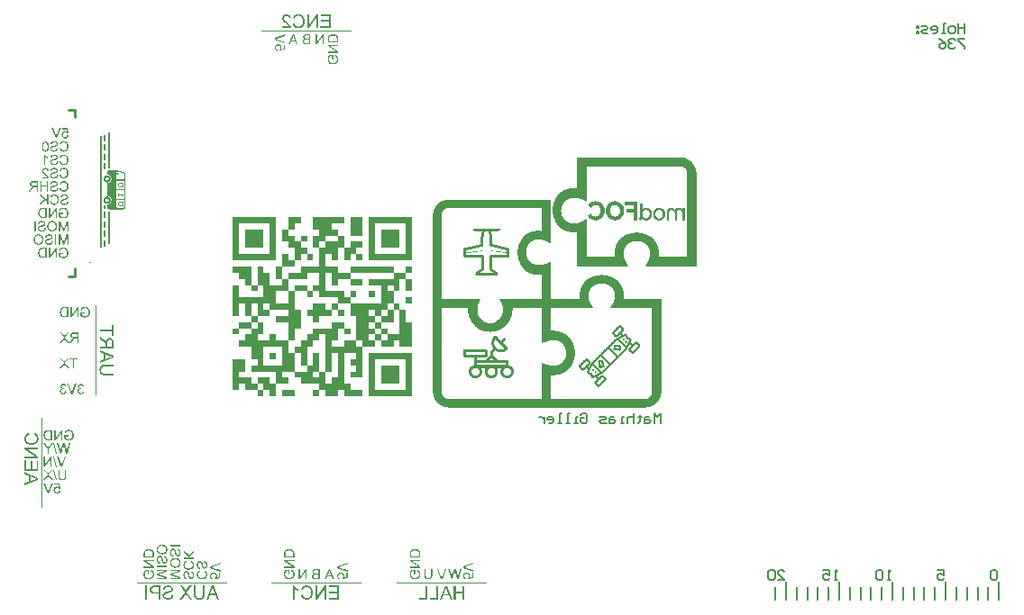
<source format=gbo>
G04*
G04 #@! TF.GenerationSoftware,Altium Limited,Altium Designer,21.6.4 (81)*
G04*
G04 Layer_Color=32896*
%FSLAX25Y25*%
%MOIN*%
G70*
G04*
G04 #@! TF.SameCoordinates,3BA059D2-C19B-422F-8E39-1BAB5BDEDA6E*
G04*
G04*
G04 #@! TF.FilePolarity,Positive*
G04*
G01*
G75*
%ADD10C,0.00394*%
%ADD11C,0.00787*%
%ADD13C,0.01000*%
%ADD14C,0.00591*%
%ADD128C,0.00400*%
G36*
X32461Y158534D02*
X32631D01*
Y158505D01*
X32717D01*
Y158477D01*
X32801D01*
Y158449D01*
X32887D01*
Y158420D01*
X32915D01*
Y158392D01*
X32972D01*
Y158363D01*
X33028D01*
Y158335D01*
X33085D01*
Y158307D01*
X33113D01*
Y158278D01*
X33142D01*
Y158250D01*
X33170D01*
Y158222D01*
X33227D01*
Y158193D01*
X33255D01*
Y158165D01*
X33283D01*
Y158137D01*
X33312D01*
Y158080D01*
X33340D01*
Y158052D01*
X33369D01*
Y158023D01*
X33397D01*
Y157995D01*
X33425D01*
Y157938D01*
X33454D01*
Y157881D01*
X33482D01*
Y157853D01*
X33510D01*
Y157797D01*
X33539D01*
Y157740D01*
X33567D01*
Y157655D01*
X33595D01*
Y157541D01*
X33624D01*
Y157399D01*
X33652D01*
Y157031D01*
X33624D01*
Y156889D01*
X33595D01*
Y156776D01*
X33567D01*
Y156691D01*
X33539D01*
Y156634D01*
X33510D01*
Y156577D01*
X33482D01*
Y156549D01*
X33454D01*
Y156492D01*
X33425D01*
Y156436D01*
X33397D01*
Y156407D01*
X33369D01*
Y156379D01*
X33340D01*
Y156351D01*
X33312D01*
Y156294D01*
X33283D01*
Y156265D01*
X33255D01*
Y156237D01*
X33227D01*
Y156209D01*
X33170D01*
Y156180D01*
X33142D01*
Y156152D01*
X33113D01*
Y156124D01*
X33085D01*
Y156095D01*
X33028D01*
Y156067D01*
X32972D01*
Y156039D01*
X32943D01*
Y156010D01*
X32887D01*
Y155982D01*
X32830D01*
Y155954D01*
X32717D01*
Y155925D01*
X32631D01*
Y155897D01*
X32461D01*
Y155869D01*
X32178D01*
Y155897D01*
X31979D01*
Y155925D01*
X31894D01*
Y155954D01*
X31809D01*
Y155982D01*
X31752D01*
Y156010D01*
X31696D01*
Y156039D01*
X31639D01*
Y156067D01*
X31582D01*
Y156095D01*
X31554D01*
Y156124D01*
X31497D01*
Y156152D01*
X31469D01*
Y156180D01*
X31441D01*
Y156209D01*
X31412D01*
Y156237D01*
X31356D01*
Y156294D01*
X31327D01*
Y156322D01*
X31299D01*
Y156351D01*
X31271D01*
Y156379D01*
X31242D01*
Y156407D01*
X31214D01*
Y156464D01*
X31185D01*
Y156492D01*
X31157D01*
Y156549D01*
X31129D01*
Y156606D01*
X31100D01*
Y156662D01*
X31072D01*
Y156719D01*
X31044D01*
Y156833D01*
X31015D01*
Y156918D01*
X30987D01*
Y157116D01*
X30959D01*
Y157315D01*
X30987D01*
Y157513D01*
X31015D01*
Y157626D01*
X31044D01*
Y157711D01*
X31072D01*
Y157768D01*
X31100D01*
Y157825D01*
X31129D01*
Y157881D01*
X31157D01*
Y157938D01*
X31185D01*
Y157967D01*
X31214D01*
Y158023D01*
X31242D01*
Y158052D01*
X31271D01*
Y158080D01*
X31299D01*
Y158108D01*
X31327D01*
Y158137D01*
X31356D01*
Y158165D01*
X31384D01*
Y158193D01*
X31412D01*
Y158222D01*
X31441D01*
Y158250D01*
X31469D01*
Y158278D01*
X31497D01*
Y158307D01*
X31554D01*
Y158335D01*
X31582D01*
Y158363D01*
X31639D01*
Y158392D01*
X31696D01*
Y158420D01*
X31752D01*
Y158449D01*
X31809D01*
Y158477D01*
X31894D01*
Y158505D01*
X31979D01*
Y158534D01*
X32178D01*
Y158562D01*
X32461D01*
Y158534D01*
D02*
G37*
G36*
X244654Y165182D02*
X245090D01*
Y165120D01*
X245401D01*
Y165058D01*
X245649D01*
Y164995D01*
X245898D01*
Y164933D01*
X246085D01*
Y164871D01*
X246209D01*
Y164809D01*
X246396D01*
Y164746D01*
X246520D01*
Y164684D01*
X246707D01*
Y164622D01*
X246831D01*
Y164560D01*
X246956D01*
Y164498D01*
X247080D01*
Y164435D01*
X247143D01*
Y164373D01*
X247267D01*
Y164311D01*
X247391D01*
Y164249D01*
X247454D01*
Y164187D01*
X247578D01*
Y164124D01*
X247640D01*
Y164062D01*
X247703D01*
Y164000D01*
X247827D01*
Y163938D01*
X247889D01*
Y163875D01*
X247951D01*
Y163813D01*
X248014D01*
Y163751D01*
X248076D01*
Y163689D01*
X248138D01*
Y163627D01*
X248262D01*
Y163564D01*
X248325D01*
Y163502D01*
X248387D01*
Y163440D01*
X248449D01*
Y163378D01*
X248511D01*
Y163315D01*
X248573D01*
Y163253D01*
X248636D01*
Y163191D01*
X248698D01*
Y163129D01*
Y163067D01*
X248760D01*
Y163004D01*
X248822D01*
Y162942D01*
X248885D01*
Y162880D01*
X248947D01*
Y162818D01*
Y162756D01*
X249009D01*
Y162693D01*
X249071D01*
Y162631D01*
X249133D01*
Y162569D01*
Y162507D01*
X249196D01*
Y162444D01*
X249258D01*
Y162382D01*
Y162320D01*
X249320D01*
Y162258D01*
Y162196D01*
X249382D01*
Y162133D01*
X249445D01*
Y162071D01*
Y162009D01*
X249507D01*
Y161947D01*
Y161885D01*
X249569D01*
Y161822D01*
Y161760D01*
X249631D01*
Y161698D01*
Y161636D01*
Y161574D01*
X249693D01*
Y161511D01*
Y161449D01*
X249756D01*
Y161387D01*
Y161325D01*
Y161262D01*
X249818D01*
Y161200D01*
Y161138D01*
X249880D01*
Y161076D01*
Y161014D01*
Y160951D01*
X249942D01*
Y160889D01*
Y160827D01*
Y160765D01*
Y160703D01*
X250004D01*
Y160640D01*
Y160578D01*
Y160516D01*
Y160454D01*
X250067D01*
Y160391D01*
Y160329D01*
Y160267D01*
Y160205D01*
Y160143D01*
X250129D01*
Y160080D01*
Y160018D01*
Y159956D01*
Y159894D01*
Y159832D01*
Y159769D01*
Y159707D01*
X250191D01*
Y159645D01*
Y159583D01*
Y159520D01*
Y159458D01*
Y159396D01*
Y159334D01*
Y159272D01*
Y159209D01*
Y159147D01*
Y159085D01*
Y159023D01*
Y158960D01*
Y158898D01*
Y158836D01*
Y158774D01*
Y158712D01*
Y158649D01*
Y158587D01*
Y158525D01*
Y158463D01*
Y158401D01*
Y158338D01*
Y158276D01*
Y158214D01*
Y158152D01*
Y158089D01*
Y158027D01*
Y157965D01*
Y157903D01*
Y157841D01*
Y157778D01*
Y157716D01*
Y157654D01*
Y157592D01*
Y157529D01*
Y157467D01*
Y157405D01*
Y157343D01*
Y157281D01*
Y157219D01*
Y157156D01*
Y157094D01*
Y157032D01*
Y156970D01*
Y156907D01*
Y156845D01*
Y156783D01*
Y156721D01*
Y156658D01*
Y156596D01*
Y156534D01*
Y156472D01*
Y156410D01*
Y156348D01*
Y156285D01*
Y156223D01*
Y156161D01*
Y156099D01*
Y156036D01*
Y155974D01*
Y155912D01*
Y155850D01*
Y155788D01*
Y155725D01*
Y155663D01*
Y155601D01*
Y155539D01*
Y155476D01*
Y155414D01*
Y155352D01*
Y155290D01*
Y155228D01*
Y155165D01*
Y155103D01*
Y155041D01*
Y154979D01*
Y154917D01*
Y154854D01*
Y154792D01*
Y154730D01*
Y154668D01*
Y154605D01*
Y154543D01*
Y154481D01*
Y154419D01*
Y154357D01*
Y154294D01*
Y154232D01*
Y154170D01*
Y154108D01*
Y154045D01*
Y153983D01*
Y153921D01*
Y153859D01*
Y153797D01*
Y153735D01*
Y153672D01*
Y153610D01*
Y153548D01*
Y153486D01*
Y153423D01*
Y153361D01*
Y153299D01*
Y153237D01*
Y153174D01*
Y153112D01*
Y153050D01*
Y152988D01*
Y152926D01*
Y152864D01*
Y152801D01*
Y152739D01*
Y152677D01*
Y152615D01*
Y152552D01*
Y152490D01*
Y152428D01*
Y152366D01*
Y152304D01*
Y152241D01*
Y152179D01*
Y152117D01*
Y152055D01*
Y151992D01*
Y151930D01*
Y151868D01*
Y151806D01*
Y151744D01*
Y151681D01*
Y151619D01*
Y151557D01*
Y151495D01*
Y151433D01*
Y151370D01*
Y151308D01*
Y151246D01*
Y151184D01*
Y151121D01*
Y151059D01*
Y150997D01*
Y150935D01*
Y150873D01*
Y150810D01*
Y150748D01*
Y150686D01*
Y150624D01*
Y150561D01*
Y150499D01*
Y150437D01*
Y150375D01*
Y150313D01*
Y150250D01*
Y150188D01*
Y150126D01*
Y150064D01*
Y150002D01*
Y149939D01*
Y149877D01*
Y149815D01*
Y149753D01*
Y149690D01*
Y149628D01*
Y149566D01*
Y149504D01*
Y149442D01*
Y149380D01*
Y149317D01*
Y149255D01*
Y149193D01*
Y149131D01*
Y149068D01*
Y149006D01*
Y148944D01*
Y148882D01*
Y148819D01*
Y148757D01*
Y148695D01*
Y148633D01*
Y148571D01*
Y148509D01*
Y148446D01*
Y148384D01*
Y148322D01*
Y148260D01*
Y148197D01*
Y148135D01*
Y148073D01*
Y148011D01*
Y147949D01*
Y147886D01*
Y147824D01*
Y147762D01*
Y147700D01*
Y147637D01*
Y147575D01*
Y147513D01*
Y147451D01*
Y147389D01*
Y147326D01*
Y147264D01*
Y147202D01*
Y147140D01*
Y147078D01*
Y147015D01*
Y146953D01*
Y146891D01*
Y146829D01*
Y146766D01*
Y146704D01*
Y146642D01*
Y146580D01*
Y146518D01*
Y146455D01*
Y146393D01*
Y146331D01*
Y146269D01*
Y146206D01*
Y146144D01*
Y146082D01*
Y146020D01*
Y145958D01*
Y145896D01*
Y145833D01*
Y145771D01*
Y145709D01*
Y145647D01*
Y145584D01*
Y145522D01*
Y145460D01*
Y145398D01*
Y145335D01*
Y145273D01*
Y145211D01*
Y145149D01*
Y145087D01*
Y145025D01*
Y144962D01*
Y144900D01*
Y144838D01*
Y144776D01*
Y144713D01*
Y144651D01*
Y144589D01*
Y144527D01*
Y144465D01*
Y144402D01*
Y144340D01*
Y144278D01*
Y144216D01*
Y144153D01*
Y144091D01*
Y144029D01*
Y143967D01*
Y143905D01*
Y143842D01*
Y143780D01*
Y143718D01*
Y143656D01*
Y143594D01*
Y143531D01*
Y143469D01*
Y143407D01*
Y143345D01*
Y143282D01*
Y143220D01*
Y143158D01*
Y143096D01*
Y143034D01*
Y142971D01*
Y142909D01*
Y142847D01*
Y142785D01*
Y142722D01*
Y142660D01*
Y142598D01*
Y142536D01*
Y142474D01*
Y142411D01*
Y142349D01*
Y142287D01*
Y142225D01*
Y142163D01*
Y142100D01*
Y142038D01*
Y141976D01*
Y141914D01*
Y141851D01*
Y141789D01*
Y141727D01*
Y141665D01*
Y141603D01*
Y141540D01*
Y141478D01*
Y141416D01*
Y141354D01*
Y141292D01*
Y141229D01*
Y141167D01*
Y141105D01*
Y141043D01*
Y140981D01*
Y140918D01*
Y140856D01*
Y140794D01*
Y140732D01*
Y140669D01*
Y140607D01*
Y140545D01*
Y140483D01*
Y140421D01*
Y140358D01*
Y140296D01*
Y140234D01*
Y140172D01*
Y140110D01*
Y140047D01*
Y139985D01*
Y139923D01*
Y139861D01*
Y139798D01*
Y139736D01*
Y139674D01*
Y139612D01*
Y139550D01*
Y139487D01*
Y139425D01*
Y139363D01*
Y139301D01*
Y139239D01*
Y139176D01*
Y139114D01*
Y139052D01*
Y138990D01*
Y138927D01*
Y138865D01*
Y138803D01*
Y138741D01*
Y138679D01*
Y138616D01*
Y138554D01*
Y138492D01*
Y138430D01*
Y138367D01*
Y138305D01*
Y138243D01*
Y138181D01*
Y138119D01*
Y138056D01*
Y137994D01*
Y137932D01*
Y137870D01*
Y137808D01*
Y137745D01*
Y137683D01*
Y137621D01*
Y137559D01*
Y137496D01*
Y137434D01*
Y137372D01*
Y137310D01*
Y137248D01*
Y137185D01*
Y137123D01*
Y137061D01*
Y136999D01*
Y136937D01*
Y136874D01*
Y136812D01*
Y136750D01*
Y136688D01*
Y136626D01*
Y136563D01*
Y136501D01*
Y136439D01*
Y136377D01*
Y136314D01*
Y136252D01*
Y136190D01*
Y136128D01*
Y136066D01*
Y136003D01*
Y135941D01*
Y135879D01*
Y135817D01*
Y135755D01*
Y135692D01*
Y135630D01*
Y135568D01*
Y135506D01*
Y135443D01*
Y135381D01*
Y135319D01*
Y135257D01*
Y135195D01*
Y135132D01*
Y135070D01*
Y135008D01*
Y134946D01*
Y134883D01*
Y134821D01*
Y134759D01*
Y134697D01*
Y134635D01*
Y134572D01*
Y134510D01*
Y134448D01*
Y134386D01*
Y134324D01*
Y134261D01*
Y134199D01*
Y134137D01*
Y134075D01*
Y134012D01*
Y133950D01*
Y133888D01*
Y133826D01*
Y133764D01*
Y133701D01*
Y133639D01*
Y133577D01*
Y133515D01*
Y133453D01*
Y133390D01*
Y133328D01*
Y133266D01*
Y133204D01*
Y133142D01*
Y133079D01*
Y133017D01*
Y132955D01*
Y132893D01*
Y132830D01*
Y132768D01*
Y132706D01*
Y132644D01*
Y132582D01*
Y132519D01*
Y132457D01*
Y132395D01*
Y132333D01*
Y132271D01*
Y132208D01*
Y132146D01*
Y132084D01*
Y132022D01*
Y131959D01*
Y131897D01*
Y131835D01*
Y131773D01*
Y131711D01*
Y131648D01*
Y131586D01*
Y131524D01*
Y131462D01*
Y131400D01*
Y131337D01*
Y131275D01*
Y131213D01*
Y131151D01*
Y131088D01*
Y131026D01*
Y130964D01*
Y130902D01*
Y130840D01*
Y130777D01*
Y130715D01*
Y130653D01*
Y130591D01*
Y130528D01*
Y130466D01*
Y130404D01*
Y130342D01*
Y130280D01*
Y130217D01*
Y130155D01*
Y130093D01*
Y130031D01*
Y129969D01*
Y129906D01*
Y129844D01*
Y129782D01*
Y129720D01*
Y129657D01*
Y129595D01*
Y129533D01*
Y129471D01*
Y129409D01*
Y129346D01*
Y129284D01*
Y129222D01*
Y129160D01*
Y129098D01*
Y129035D01*
Y128973D01*
Y128911D01*
Y128849D01*
Y128787D01*
Y128724D01*
Y128662D01*
Y128600D01*
Y128538D01*
Y128475D01*
Y128413D01*
Y128351D01*
Y128289D01*
Y128226D01*
Y128164D01*
Y128102D01*
Y128040D01*
Y127978D01*
Y127916D01*
Y127853D01*
Y127791D01*
Y127729D01*
Y127667D01*
Y127604D01*
Y127542D01*
Y127480D01*
Y127418D01*
Y127356D01*
Y127293D01*
Y127231D01*
Y127169D01*
Y127107D01*
Y127044D01*
Y126982D01*
Y126920D01*
Y126858D01*
Y126796D01*
Y126733D01*
Y126671D01*
Y126609D01*
Y126547D01*
Y126485D01*
Y126422D01*
Y126360D01*
Y126298D01*
Y126236D01*
Y126173D01*
Y126111D01*
Y126049D01*
Y125987D01*
Y125925D01*
Y125862D01*
Y125800D01*
Y125738D01*
Y125676D01*
Y125613D01*
Y125551D01*
Y125489D01*
Y125427D01*
Y125365D01*
Y125303D01*
Y125240D01*
Y125178D01*
Y125116D01*
Y125054D01*
Y124991D01*
Y124929D01*
X231402D01*
Y124991D01*
X231465D01*
Y125054D01*
Y125116D01*
X231527D01*
Y125178D01*
Y125240D01*
X231589D01*
Y125303D01*
Y125365D01*
X231651D01*
Y125427D01*
Y125489D01*
X231713D01*
Y125551D01*
Y125613D01*
X231776D01*
Y125676D01*
Y125738D01*
X231838D01*
Y125800D01*
Y125862D01*
X231900D01*
Y125925D01*
Y125987D01*
X231962D01*
Y126049D01*
Y126111D01*
X232024D01*
Y126173D01*
Y126236D01*
X232087D01*
Y126298D01*
Y126360D01*
X232149D01*
Y126422D01*
Y126485D01*
X232211D01*
Y126547D01*
Y126609D01*
X232273D01*
Y126671D01*
Y126733D01*
X232335D01*
Y126796D01*
Y126858D01*
X232398D01*
Y126920D01*
Y126982D01*
X232460D01*
Y127044D01*
Y127107D01*
X232522D01*
Y127169D01*
Y127231D01*
X232584D01*
Y127293D01*
Y127356D01*
Y127418D01*
X232647D01*
Y127480D01*
Y127542D01*
X232709D01*
Y127604D01*
Y127667D01*
Y127729D01*
X232771D01*
Y127791D01*
Y127853D01*
Y127916D01*
X232833D01*
Y127978D01*
Y128040D01*
X232895D01*
Y128102D01*
Y128164D01*
Y128226D01*
X232958D01*
Y128289D01*
Y128351D01*
Y128413D01*
Y128475D01*
X233020D01*
Y128538D01*
Y128600D01*
Y128662D01*
Y128724D01*
Y128787D01*
X233082D01*
Y128849D01*
Y128911D01*
Y128973D01*
Y129035D01*
Y129098D01*
Y129160D01*
Y129222D01*
Y129284D01*
Y129346D01*
Y129409D01*
Y129471D01*
Y129533D01*
Y129595D01*
Y129657D01*
Y129720D01*
Y129782D01*
Y129844D01*
Y129906D01*
Y129969D01*
Y130031D01*
Y130093D01*
Y130155D01*
Y130217D01*
X233020D01*
Y130280D01*
Y130342D01*
Y130404D01*
Y130466D01*
Y130528D01*
Y130591D01*
X232958D01*
Y130653D01*
Y130715D01*
Y130777D01*
Y130840D01*
X232895D01*
Y130902D01*
Y130964D01*
Y131026D01*
X232833D01*
Y131088D01*
Y131151D01*
Y131213D01*
X232771D01*
Y131275D01*
Y131337D01*
Y131400D01*
X232709D01*
Y131462D01*
Y131524D01*
X232647D01*
Y131586D01*
Y131648D01*
X232584D01*
Y131711D01*
Y131773D01*
X232522D01*
Y131835D01*
Y131897D01*
X232460D01*
Y131959D01*
Y132022D01*
X232398D01*
Y132084D01*
X232335D01*
Y132146D01*
Y132208D01*
X232273D01*
Y132271D01*
X232211D01*
Y132333D01*
Y132395D01*
X232149D01*
Y132457D01*
X232087D01*
Y132519D01*
X232024D01*
Y132582D01*
X231962D01*
Y132644D01*
X231900D01*
Y132706D01*
Y132768D01*
X231838D01*
Y132830D01*
X231776D01*
Y132893D01*
X231713D01*
Y132955D01*
X231651D01*
Y133017D01*
X231527D01*
Y133079D01*
X231465D01*
Y133142D01*
X231402D01*
Y133204D01*
X231278D01*
Y133266D01*
X231216D01*
Y133328D01*
X231153D01*
Y133390D01*
X231029D01*
Y133453D01*
X230905D01*
Y133515D01*
X230842D01*
Y133577D01*
X230718D01*
Y133639D01*
X230593D01*
Y133701D01*
X230469D01*
Y133764D01*
X230345D01*
Y133826D01*
X230220D01*
Y133888D01*
X230034D01*
Y133950D01*
X229847D01*
Y134012D01*
X229660D01*
Y134075D01*
X229411D01*
Y134137D01*
X229100D01*
Y134199D01*
X228603D01*
Y134261D01*
X227732D01*
Y134199D01*
X227234D01*
Y134137D01*
X226923D01*
Y134075D01*
X226674D01*
Y134012D01*
X226425D01*
Y133950D01*
X226238D01*
Y133888D01*
X226114D01*
Y133826D01*
X225927D01*
Y133764D01*
X225803D01*
Y133701D01*
X225741D01*
Y133639D01*
X225616D01*
Y133577D01*
X225492D01*
Y133515D01*
X225367D01*
Y133453D01*
X225305D01*
Y133390D01*
X225181D01*
Y133328D01*
X225119D01*
Y133266D01*
X224994D01*
Y133204D01*
X224932D01*
Y133142D01*
X224870D01*
Y133079D01*
X224808D01*
Y133017D01*
X224745D01*
Y132955D01*
X224683D01*
Y132893D01*
X224621D01*
Y132830D01*
X224497D01*
Y132768D01*
X224434D01*
Y132706D01*
X224372D01*
Y132644D01*
X224310D01*
Y132582D01*
Y132519D01*
X224248D01*
Y132457D01*
X224185D01*
Y132395D01*
X224123D01*
Y132333D01*
Y132271D01*
X224061D01*
Y132208D01*
X223999D01*
Y132146D01*
Y132084D01*
X223937D01*
Y132022D01*
X223874D01*
Y131959D01*
Y131897D01*
X223812D01*
Y131835D01*
Y131773D01*
X223750D01*
Y131711D01*
Y131648D01*
X223688D01*
Y131586D01*
Y131524D01*
X223625D01*
Y131462D01*
Y131400D01*
X223563D01*
Y131337D01*
Y131275D01*
Y131213D01*
X223501D01*
Y131151D01*
Y131088D01*
X223439D01*
Y131026D01*
Y130964D01*
Y130902D01*
Y130840D01*
X223377D01*
Y130777D01*
Y130715D01*
Y130653D01*
X223314D01*
Y130591D01*
Y130528D01*
Y130466D01*
Y130404D01*
Y130342D01*
Y130280D01*
X223252D01*
Y130217D01*
Y130155D01*
Y130093D01*
Y130031D01*
Y129969D01*
Y129906D01*
Y129844D01*
Y129782D01*
Y129720D01*
Y129657D01*
X223190D01*
Y129595D01*
Y129533D01*
Y129471D01*
Y129409D01*
Y129346D01*
Y129284D01*
Y129222D01*
X223252D01*
Y129160D01*
Y129098D01*
Y129035D01*
Y128973D01*
Y128911D01*
Y128849D01*
Y128787D01*
Y128724D01*
X223314D01*
Y128662D01*
Y128600D01*
Y128538D01*
Y128475D01*
X223377D01*
Y128413D01*
Y128351D01*
Y128289D01*
Y128226D01*
X223439D01*
Y128164D01*
Y128102D01*
Y128040D01*
X223501D01*
Y127978D01*
Y127916D01*
Y127853D01*
X223563D01*
Y127791D01*
Y127729D01*
Y127667D01*
X223625D01*
Y127604D01*
Y127542D01*
X223688D01*
Y127480D01*
Y127418D01*
Y127356D01*
X223750D01*
Y127293D01*
Y127231D01*
X223812D01*
Y127169D01*
Y127107D01*
X223874D01*
Y127044D01*
Y126982D01*
X223937D01*
Y126920D01*
Y126858D01*
X223999D01*
Y126796D01*
Y126733D01*
X224061D01*
Y126671D01*
Y126609D01*
Y126547D01*
X224123D01*
Y126485D01*
Y126422D01*
X224185D01*
Y126360D01*
Y126298D01*
X224248D01*
Y126236D01*
Y126173D01*
X224310D01*
Y126111D01*
Y126049D01*
X224372D01*
Y125987D01*
Y125925D01*
X224434D01*
Y125862D01*
Y125800D01*
X224497D01*
Y125738D01*
Y125676D01*
X224559D01*
Y125613D01*
Y125551D01*
X224621D01*
Y125489D01*
Y125427D01*
X224683D01*
Y125365D01*
Y125303D01*
X224745D01*
Y125240D01*
Y125178D01*
X224808D01*
Y125116D01*
X224870D01*
Y125054D01*
Y124991D01*
X224932D01*
Y124929D01*
X206143D01*
Y124991D01*
Y125054D01*
Y125116D01*
Y125178D01*
Y125240D01*
Y125303D01*
Y125365D01*
Y125427D01*
Y125489D01*
Y125551D01*
Y125613D01*
Y125676D01*
Y125738D01*
Y125800D01*
Y125862D01*
Y125925D01*
Y125987D01*
Y126049D01*
Y126111D01*
Y126173D01*
Y126236D01*
Y126298D01*
Y126360D01*
Y126422D01*
Y126485D01*
Y126547D01*
Y126609D01*
Y126671D01*
Y126733D01*
Y126796D01*
Y126858D01*
Y126920D01*
Y126982D01*
Y127044D01*
Y127107D01*
Y127169D01*
Y127231D01*
Y127293D01*
Y127356D01*
Y127418D01*
Y127480D01*
Y127542D01*
Y127604D01*
Y127667D01*
Y127729D01*
Y127791D01*
Y127853D01*
Y127916D01*
Y127978D01*
Y128040D01*
Y128102D01*
Y128164D01*
Y128226D01*
Y128289D01*
Y128351D01*
Y128413D01*
Y128475D01*
Y128538D01*
Y128600D01*
Y128662D01*
Y128724D01*
Y128787D01*
Y128849D01*
Y128911D01*
Y128973D01*
Y129035D01*
Y129098D01*
Y129160D01*
Y129222D01*
Y129284D01*
Y129346D01*
Y129409D01*
Y129471D01*
Y129533D01*
Y129595D01*
Y129657D01*
Y129720D01*
Y129782D01*
Y129844D01*
Y129906D01*
Y129969D01*
Y130031D01*
Y130093D01*
Y130155D01*
Y130217D01*
Y130280D01*
Y130342D01*
Y130404D01*
Y130466D01*
Y130528D01*
Y130591D01*
Y130653D01*
Y130715D01*
Y130777D01*
Y130840D01*
Y130902D01*
Y130964D01*
Y131026D01*
Y131088D01*
Y131151D01*
Y131213D01*
Y131275D01*
Y131337D01*
Y131400D01*
Y131462D01*
Y131524D01*
Y131586D01*
Y131648D01*
Y131711D01*
Y131773D01*
Y131835D01*
Y131897D01*
Y131959D01*
Y132022D01*
Y132084D01*
Y132146D01*
Y132208D01*
Y132271D01*
Y132333D01*
Y132395D01*
Y132457D01*
Y132519D01*
Y132582D01*
Y132644D01*
Y132706D01*
Y132768D01*
Y132830D01*
Y132893D01*
Y132955D01*
Y133017D01*
Y133079D01*
Y133142D01*
Y133204D01*
Y133266D01*
Y133328D01*
Y133390D01*
Y133453D01*
Y133515D01*
Y133577D01*
Y133639D01*
Y133701D01*
Y133764D01*
Y133826D01*
Y133888D01*
Y133950D01*
Y134012D01*
Y134075D01*
Y134137D01*
Y134199D01*
Y134261D01*
Y134324D01*
Y134386D01*
Y134448D01*
Y134510D01*
Y134572D01*
Y134635D01*
Y134697D01*
Y134759D01*
Y134821D01*
Y134883D01*
Y134946D01*
Y135008D01*
Y135070D01*
Y135132D01*
Y135195D01*
Y135257D01*
Y135319D01*
Y135381D01*
Y135443D01*
Y135506D01*
Y135568D01*
Y135630D01*
Y135692D01*
Y135755D01*
Y135817D01*
Y135879D01*
Y135941D01*
Y136003D01*
Y136066D01*
Y136128D01*
Y136190D01*
Y136252D01*
Y136314D01*
Y136377D01*
Y136439D01*
Y136501D01*
Y136563D01*
Y136626D01*
Y136688D01*
Y136750D01*
Y136812D01*
Y136874D01*
Y136937D01*
Y136999D01*
Y137061D01*
Y137123D01*
Y137185D01*
Y137248D01*
Y137310D01*
Y137372D01*
Y137434D01*
Y137496D01*
Y137559D01*
X205583D01*
Y137496D01*
X203779D01*
Y137559D01*
X203344D01*
Y137621D01*
X202970D01*
Y137683D01*
X202721D01*
Y137745D01*
X202473D01*
Y137808D01*
X202286D01*
Y137870D01*
X202099D01*
Y137932D01*
X201913D01*
Y137994D01*
X201788D01*
Y138056D01*
X201602D01*
Y138119D01*
X201415D01*
Y138181D01*
X201290D01*
Y138243D01*
X201166D01*
Y138305D01*
X201042D01*
Y138367D01*
X200917D01*
Y138430D01*
X200793D01*
Y138492D01*
X200668D01*
Y138554D01*
X200606D01*
Y138616D01*
X200482D01*
Y138679D01*
X200419D01*
Y138741D01*
X200295D01*
Y138803D01*
X200233D01*
Y138865D01*
X200171D01*
Y138927D01*
X200046D01*
Y138990D01*
X199984D01*
Y139052D01*
X199922D01*
Y139114D01*
X199860D01*
Y139176D01*
X199797D01*
Y139239D01*
X199673D01*
Y139301D01*
X199611D01*
Y139363D01*
X199548D01*
Y139425D01*
X199486D01*
Y139487D01*
X199424D01*
Y139550D01*
X199362D01*
Y139612D01*
X199300D01*
Y139674D01*
X199237D01*
Y139736D01*
Y139798D01*
X199175D01*
Y139861D01*
X199113D01*
Y139923D01*
X199051D01*
Y139985D01*
X198989D01*
Y140047D01*
X198926D01*
Y140110D01*
X198864D01*
Y140172D01*
X198802D01*
Y140234D01*
Y140296D01*
X198740D01*
Y140358D01*
X198678D01*
Y140421D01*
Y140483D01*
X198615D01*
Y140545D01*
X198553D01*
Y140607D01*
Y140669D01*
X198491D01*
Y140732D01*
X198429D01*
Y140794D01*
Y140856D01*
X198366D01*
Y140918D01*
X198304D01*
Y140981D01*
Y141043D01*
X198242D01*
Y141105D01*
Y141167D01*
X198180D01*
Y141229D01*
Y141292D01*
X198118D01*
Y141354D01*
Y141416D01*
X198055D01*
Y141478D01*
Y141540D01*
X197993D01*
Y141603D01*
Y141665D01*
X197931D01*
Y141727D01*
Y141789D01*
X197869D01*
Y141851D01*
Y141914D01*
Y141976D01*
X197807D01*
Y142038D01*
Y142100D01*
X197744D01*
Y142163D01*
Y142225D01*
X197682D01*
Y142287D01*
Y142349D01*
Y142411D01*
X197620D01*
Y142474D01*
Y142536D01*
Y142598D01*
X197558D01*
Y142660D01*
Y142722D01*
Y142785D01*
X197495D01*
Y142847D01*
Y142909D01*
Y142971D01*
X197433D01*
Y143034D01*
Y143096D01*
Y143158D01*
Y143220D01*
X197371D01*
Y143282D01*
Y143345D01*
Y143407D01*
Y143469D01*
Y143531D01*
X197309D01*
Y143594D01*
Y143656D01*
Y143718D01*
Y143780D01*
X197247D01*
Y143842D01*
Y143905D01*
Y143967D01*
Y144029D01*
Y144091D01*
Y144153D01*
Y144216D01*
X197184D01*
Y144278D01*
Y144340D01*
Y144402D01*
Y144465D01*
Y144527D01*
Y144589D01*
Y144651D01*
X197122D01*
Y144713D01*
Y144776D01*
Y144838D01*
Y144900D01*
Y144962D01*
Y145025D01*
Y145087D01*
Y145149D01*
Y145211D01*
Y145273D01*
Y145335D01*
Y145398D01*
Y145460D01*
Y145522D01*
Y145584D01*
Y145647D01*
Y145709D01*
Y145771D01*
Y145833D01*
Y145896D01*
Y145958D01*
Y146020D01*
Y146082D01*
Y146144D01*
Y146206D01*
Y146269D01*
Y146331D01*
Y146393D01*
Y146455D01*
Y146518D01*
Y146580D01*
X197184D01*
Y146642D01*
Y146704D01*
Y146766D01*
Y146829D01*
Y146891D01*
Y146953D01*
Y147015D01*
X197247D01*
Y147078D01*
Y147140D01*
Y147202D01*
Y147264D01*
Y147326D01*
Y147389D01*
X197309D01*
Y147451D01*
Y147513D01*
Y147575D01*
Y147637D01*
Y147700D01*
X197371D01*
Y147762D01*
Y147824D01*
Y147886D01*
Y147949D01*
Y148011D01*
X197433D01*
Y148073D01*
Y148135D01*
Y148197D01*
X197495D01*
Y148260D01*
Y148322D01*
Y148384D01*
X197558D01*
Y148446D01*
Y148509D01*
Y148571D01*
Y148633D01*
X197620D01*
Y148695D01*
Y148757D01*
Y148819D01*
X197682D01*
Y148882D01*
Y148944D01*
X197744D01*
Y149006D01*
Y149068D01*
Y149131D01*
X197807D01*
Y149193D01*
Y149255D01*
X197869D01*
Y149317D01*
Y149380D01*
Y149442D01*
X197931D01*
Y149504D01*
Y149566D01*
X197993D01*
Y149628D01*
Y149690D01*
X198055D01*
Y149753D01*
Y149815D01*
X198118D01*
Y149877D01*
Y149939D01*
X198180D01*
Y150002D01*
Y150064D01*
X198242D01*
Y150126D01*
X198304D01*
Y150188D01*
Y150250D01*
X198366D01*
Y150313D01*
Y150375D01*
X198429D01*
Y150437D01*
X198491D01*
Y150499D01*
Y150561D01*
X198553D01*
Y150624D01*
X198615D01*
Y150686D01*
Y150748D01*
X198678D01*
Y150810D01*
X198740D01*
Y150873D01*
Y150935D01*
X198802D01*
Y150997D01*
X198864D01*
Y151059D01*
X198926D01*
Y151121D01*
Y151184D01*
X198989D01*
Y151246D01*
X199051D01*
Y151308D01*
X199113D01*
Y151370D01*
X199175D01*
Y151433D01*
X199237D01*
Y151495D01*
X199300D01*
Y151557D01*
X199362D01*
Y151619D01*
X199424D01*
Y151681D01*
X199486D01*
Y151744D01*
X199548D01*
Y151806D01*
X199611D01*
Y151868D01*
X199673D01*
Y151930D01*
X199735D01*
Y151992D01*
X199797D01*
Y152055D01*
X199860D01*
Y152117D01*
X199922D01*
Y152179D01*
X199984D01*
Y152241D01*
X200108D01*
Y152304D01*
X200171D01*
Y152366D01*
X200233D01*
Y152428D01*
X200357D01*
Y152490D01*
X200419D01*
Y152552D01*
X200544D01*
Y152615D01*
X200606D01*
Y152677D01*
X200731D01*
Y152739D01*
X200855D01*
Y152801D01*
X200917D01*
Y152864D01*
X201042D01*
Y152926D01*
X201166D01*
Y152988D01*
X201353D01*
Y153050D01*
X201477D01*
Y153112D01*
X201664D01*
Y153174D01*
X201788D01*
Y153237D01*
X201975D01*
Y153299D01*
X202099D01*
Y153361D01*
X202348D01*
Y153423D01*
X202535D01*
Y153486D01*
X202784D01*
Y153548D01*
X203032D01*
Y153610D01*
X203406D01*
Y153672D01*
X203904D01*
Y153735D01*
X205334D01*
Y153672D01*
X205957D01*
Y153610D01*
X206143D01*
Y153672D01*
Y153735D01*
Y153797D01*
Y153859D01*
Y153921D01*
Y153983D01*
Y154045D01*
Y154108D01*
Y154170D01*
Y154232D01*
Y154294D01*
Y154357D01*
Y154419D01*
Y154481D01*
Y154543D01*
Y154605D01*
Y154668D01*
Y154730D01*
Y154792D01*
Y154854D01*
Y154917D01*
Y154979D01*
Y155041D01*
Y155103D01*
Y155165D01*
Y155228D01*
Y155290D01*
Y155352D01*
Y155414D01*
Y155476D01*
Y155539D01*
Y155601D01*
Y155663D01*
Y155725D01*
Y155788D01*
Y155850D01*
Y155912D01*
Y155974D01*
Y156036D01*
Y156099D01*
Y156161D01*
Y156223D01*
Y156285D01*
Y156348D01*
Y156410D01*
Y156472D01*
Y156534D01*
Y156596D01*
Y156658D01*
Y156721D01*
Y156783D01*
Y156845D01*
Y156907D01*
Y156970D01*
Y157032D01*
Y157094D01*
Y157156D01*
Y157219D01*
Y157281D01*
Y157343D01*
Y157405D01*
Y157467D01*
Y157529D01*
Y157592D01*
Y157654D01*
Y157716D01*
Y157778D01*
Y157841D01*
Y157903D01*
Y157965D01*
Y158027D01*
Y158089D01*
Y158152D01*
Y158214D01*
Y158276D01*
Y158338D01*
Y158401D01*
Y158463D01*
Y158525D01*
Y158587D01*
Y158649D01*
Y158712D01*
Y158774D01*
Y158836D01*
Y158898D01*
Y158960D01*
Y159023D01*
Y159085D01*
Y159147D01*
Y159209D01*
Y159272D01*
Y159334D01*
Y159396D01*
Y159458D01*
Y159520D01*
Y159583D01*
Y159645D01*
Y159707D01*
Y159769D01*
Y159832D01*
Y159894D01*
Y159956D01*
Y160018D01*
Y160080D01*
Y160143D01*
Y160205D01*
Y160267D01*
Y160329D01*
Y160391D01*
Y160454D01*
Y160516D01*
Y160578D01*
Y160640D01*
Y160703D01*
Y160765D01*
Y160827D01*
Y160889D01*
Y160951D01*
Y161014D01*
Y161076D01*
Y161138D01*
Y161200D01*
Y161262D01*
Y161325D01*
Y161387D01*
Y161449D01*
Y161511D01*
Y161574D01*
Y161636D01*
Y161698D01*
Y161760D01*
Y161822D01*
Y161885D01*
Y161947D01*
Y162009D01*
Y162071D01*
Y162133D01*
Y162196D01*
Y162258D01*
Y162320D01*
Y162382D01*
Y162444D01*
Y162507D01*
Y162569D01*
Y162631D01*
Y162693D01*
Y162756D01*
Y162818D01*
Y162880D01*
Y162942D01*
Y163004D01*
Y163067D01*
Y163129D01*
Y163191D01*
Y163253D01*
Y163315D01*
Y163378D01*
Y163440D01*
Y163502D01*
Y163564D01*
Y163627D01*
Y163689D01*
Y163751D01*
Y163813D01*
Y163875D01*
Y163938D01*
Y164000D01*
Y164062D01*
Y164124D01*
Y164187D01*
Y164249D01*
Y164311D01*
Y164373D01*
Y164435D01*
Y164498D01*
Y164560D01*
Y164622D01*
Y164684D01*
Y164746D01*
Y164809D01*
Y164871D01*
Y164933D01*
Y164995D01*
Y165058D01*
Y165120D01*
Y165182D01*
Y165244D01*
X244654D01*
Y165182D01*
D02*
G37*
G36*
X32376Y150624D02*
X32603D01*
Y150595D01*
X32688D01*
Y150567D01*
X32773D01*
Y150539D01*
X32858D01*
Y150510D01*
X32915D01*
Y150482D01*
X32972D01*
Y150453D01*
X33028D01*
Y150425D01*
X33057D01*
Y150397D01*
X33113D01*
Y150368D01*
X33142D01*
Y150340D01*
X33170D01*
Y150312D01*
X33198D01*
Y150283D01*
X33227D01*
Y150255D01*
X33283D01*
Y150198D01*
X33312D01*
Y150170D01*
X33340D01*
Y150142D01*
X33369D01*
Y150113D01*
X33397D01*
Y150085D01*
X33425D01*
Y150028D01*
X33454D01*
Y149971D01*
X33482D01*
Y149915D01*
X33510D01*
Y149858D01*
X33539D01*
Y149830D01*
X33567D01*
Y149716D01*
X33595D01*
Y149631D01*
X33624D01*
Y149489D01*
X33652D01*
Y149093D01*
X33624D01*
Y148951D01*
X33595D01*
Y148866D01*
X33567D01*
Y148781D01*
X33539D01*
Y148724D01*
X33510D01*
Y148667D01*
X33482D01*
Y148611D01*
X33454D01*
Y148554D01*
X33425D01*
Y148526D01*
X33397D01*
Y148497D01*
X33369D01*
Y148469D01*
X33340D01*
Y148412D01*
X33312D01*
Y148384D01*
X33283D01*
Y148355D01*
X33255D01*
Y148327D01*
X33227D01*
Y148299D01*
X33198D01*
Y148270D01*
X33170D01*
Y148242D01*
X33113D01*
Y148214D01*
X33085D01*
Y148185D01*
X33057D01*
Y148157D01*
X33000D01*
Y148129D01*
X32943D01*
Y148100D01*
X32887D01*
Y148072D01*
X32830D01*
Y148044D01*
X32745D01*
Y148015D01*
X32660D01*
Y147987D01*
X32546D01*
Y147959D01*
X32093D01*
Y147987D01*
X31951D01*
Y148015D01*
X31866D01*
Y148044D01*
X31781D01*
Y148072D01*
X31724D01*
Y148100D01*
X31668D01*
Y148129D01*
X31639D01*
Y148157D01*
X31582D01*
Y148185D01*
X31526D01*
Y148214D01*
X31497D01*
Y148242D01*
X31469D01*
Y148270D01*
X31441D01*
Y148299D01*
X31384D01*
Y148327D01*
X31356D01*
Y148355D01*
X31327D01*
Y148384D01*
X31299D01*
Y148441D01*
X31271D01*
Y148469D01*
X31242D01*
Y148497D01*
X31214D01*
Y148526D01*
X31185D01*
Y148582D01*
X31157D01*
Y148639D01*
X31129D01*
Y148696D01*
X31100D01*
Y148752D01*
X31072D01*
Y148809D01*
X31044D01*
Y148894D01*
X31015D01*
Y148979D01*
X30987D01*
Y149206D01*
X30959D01*
Y149376D01*
X30987D01*
Y149603D01*
X31015D01*
Y149688D01*
X31044D01*
Y149773D01*
X31072D01*
Y149858D01*
X31100D01*
Y149915D01*
X31129D01*
Y149971D01*
X31157D01*
Y150000D01*
X31185D01*
Y150057D01*
X31214D01*
Y150085D01*
X31242D01*
Y150113D01*
X31271D01*
Y150170D01*
X31299D01*
Y150198D01*
X31327D01*
Y150227D01*
X31356D01*
Y150255D01*
X31384D01*
Y150283D01*
X31412D01*
Y150312D01*
X31441D01*
Y150340D01*
X31497D01*
Y150368D01*
X31526D01*
Y150397D01*
X31554D01*
Y150425D01*
X31611D01*
Y150453D01*
X31668D01*
Y150482D01*
X31696D01*
Y150510D01*
X31752D01*
Y150539D01*
X31838D01*
Y150567D01*
X31923D01*
Y150595D01*
X32008D01*
Y150624D01*
X32263D01*
Y150652D01*
X32376D01*
Y150624D01*
D02*
G37*
G36*
X35268Y160405D02*
X35693D01*
Y160376D01*
X35949D01*
Y160348D01*
X36204D01*
Y160320D01*
X36345D01*
Y160291D01*
X36516D01*
Y160263D01*
X36629D01*
Y160235D01*
X36742D01*
Y160206D01*
X36856D01*
Y160178D01*
X36969D01*
Y160150D01*
X37054D01*
Y160121D01*
X37168D01*
Y160093D01*
X37253D01*
Y160065D01*
X37366D01*
Y160036D01*
X37479D01*
Y160008D01*
X37565D01*
Y159979D01*
X37678D01*
Y159951D01*
X37791D01*
Y159923D01*
X37876D01*
Y159894D01*
X37990D01*
Y159866D01*
X38103D01*
Y159838D01*
X38188D01*
Y159809D01*
X38302D01*
Y159781D01*
X38387D01*
Y159753D01*
X38472D01*
Y159724D01*
X38528D01*
Y159696D01*
X38585D01*
Y159668D01*
X38642D01*
Y159639D01*
X38670D01*
Y159611D01*
X38727D01*
Y159583D01*
X38755D01*
Y159554D01*
X38784D01*
Y159526D01*
X38812D01*
Y159497D01*
X38840D01*
Y159469D01*
X38869D01*
Y159441D01*
X38897D01*
Y159413D01*
X38925D01*
Y159356D01*
X38954D01*
Y159327D01*
X38982D01*
Y159271D01*
X39010D01*
Y159214D01*
X39039D01*
Y159157D01*
X39067D01*
Y159072D01*
X39096D01*
Y158931D01*
X39124D01*
Y146626D01*
X39096D01*
Y146484D01*
X39067D01*
Y146399D01*
X39039D01*
Y146343D01*
X39010D01*
Y146314D01*
X38982D01*
Y146257D01*
X38954D01*
Y146229D01*
X38925D01*
Y146201D01*
X38897D01*
Y146144D01*
X38840D01*
Y146116D01*
X38812D01*
Y146087D01*
X38784D01*
Y146059D01*
X38755D01*
Y146031D01*
X38699D01*
Y146002D01*
X38642D01*
Y145974D01*
X38557D01*
Y145946D01*
X38415D01*
Y145917D01*
X33028D01*
Y145946D01*
X32887D01*
Y145974D01*
X32801D01*
Y146002D01*
X32745D01*
Y146031D01*
X32688D01*
Y146059D01*
X32660D01*
Y146087D01*
X32603D01*
Y146116D01*
X32575D01*
Y146144D01*
X32546D01*
Y146172D01*
X32518D01*
Y146201D01*
X32490D01*
Y146229D01*
X32461D01*
Y146286D01*
X32433D01*
Y146343D01*
X32405D01*
Y146371D01*
X32376D01*
Y146456D01*
X32348D01*
Y146541D01*
X32320D01*
Y147703D01*
X32490D01*
Y147732D01*
X32660D01*
Y147760D01*
X32773D01*
Y147789D01*
X32858D01*
Y147817D01*
X32943D01*
Y147845D01*
X33000D01*
Y147873D01*
X33057D01*
Y147902D01*
X33085D01*
Y147930D01*
X33142D01*
Y147959D01*
X33198D01*
Y147987D01*
X33227D01*
Y148015D01*
X33255D01*
Y148044D01*
X33312D01*
Y148072D01*
X33340D01*
Y148100D01*
X33369D01*
Y148129D01*
X33397D01*
Y148157D01*
X33425D01*
Y148185D01*
X33454D01*
Y148214D01*
X33482D01*
Y148242D01*
X33510D01*
Y148270D01*
X33539D01*
Y148299D01*
X33567D01*
Y148355D01*
X33595D01*
Y148384D01*
X33624D01*
Y148412D01*
X33652D01*
Y148469D01*
X33680D01*
Y148526D01*
X33709D01*
Y148554D01*
X33737D01*
Y148611D01*
X33766D01*
Y148696D01*
X33794D01*
Y148752D01*
X33822D01*
Y148837D01*
X33850D01*
Y148951D01*
X33879D01*
Y149121D01*
X33907D01*
Y149461D01*
X33879D01*
Y149631D01*
X33850D01*
Y149745D01*
X33822D01*
Y149830D01*
X33794D01*
Y149915D01*
X33766D01*
Y149971D01*
X33737D01*
Y150028D01*
X33709D01*
Y150085D01*
X33680D01*
Y150113D01*
X33652D01*
Y150170D01*
X33624D01*
Y150227D01*
X33595D01*
Y150255D01*
X33567D01*
Y150283D01*
X33539D01*
Y150312D01*
X33510D01*
Y150368D01*
X33482D01*
Y150397D01*
X33454D01*
Y150425D01*
X33425D01*
Y150453D01*
X33397D01*
Y150482D01*
X33340D01*
Y150510D01*
X33312D01*
Y150539D01*
X33283D01*
Y150567D01*
X33255D01*
Y150595D01*
X33198D01*
Y150624D01*
X33170D01*
Y150652D01*
X33113D01*
Y150680D01*
X33085D01*
Y150709D01*
X33028D01*
Y150737D01*
X32943D01*
Y150765D01*
X32887D01*
Y150794D01*
X32801D01*
Y150822D01*
X32717D01*
Y150850D01*
X32575D01*
Y150879D01*
X32320D01*
Y155613D01*
X32405D01*
Y155642D01*
X32631D01*
Y155670D01*
X32745D01*
Y155699D01*
X32830D01*
Y155727D01*
X32915D01*
Y155755D01*
X32972D01*
Y155783D01*
X33028D01*
Y155812D01*
X33085D01*
Y155840D01*
X33142D01*
Y155869D01*
X33170D01*
Y155897D01*
X33227D01*
Y155925D01*
X33255D01*
Y155954D01*
X33283D01*
Y155982D01*
X33340D01*
Y156010D01*
X33369D01*
Y156039D01*
X33397D01*
Y156067D01*
X33425D01*
Y156095D01*
X33454D01*
Y156124D01*
X33482D01*
Y156152D01*
X33510D01*
Y156180D01*
X33539D01*
Y156209D01*
X33567D01*
Y156265D01*
X33595D01*
Y156294D01*
X33624D01*
Y156351D01*
X33652D01*
Y156379D01*
X33680D01*
Y156436D01*
X33709D01*
Y156492D01*
X33737D01*
Y156549D01*
X33766D01*
Y156606D01*
X33794D01*
Y156691D01*
X33822D01*
Y156776D01*
X33850D01*
Y156861D01*
X33879D01*
Y157031D01*
X33907D01*
Y157371D01*
X33879D01*
Y157570D01*
X33850D01*
Y157655D01*
X33822D01*
Y157740D01*
X33794D01*
Y157825D01*
X33766D01*
Y157881D01*
X33737D01*
Y157938D01*
X33709D01*
Y157995D01*
X33680D01*
Y158052D01*
X33652D01*
Y158080D01*
X33624D01*
Y158137D01*
X33595D01*
Y158165D01*
X33567D01*
Y158222D01*
X33539D01*
Y158250D01*
X33510D01*
Y158278D01*
X33482D01*
Y158307D01*
X33454D01*
Y158335D01*
X33425D01*
Y158363D01*
X33397D01*
Y158392D01*
X33369D01*
Y158420D01*
X33340D01*
Y158449D01*
X33283D01*
Y158477D01*
X33255D01*
Y158505D01*
X33227D01*
Y158534D01*
X33170D01*
Y158562D01*
X33142D01*
Y158590D01*
X33085D01*
Y158619D01*
X33028D01*
Y158647D01*
X32972D01*
Y158675D01*
X32915D01*
Y158704D01*
X32830D01*
Y158732D01*
X32745D01*
Y158760D01*
X32631D01*
Y158789D01*
X32405D01*
Y158817D01*
X32320D01*
Y159809D01*
X32348D01*
Y159894D01*
X32376D01*
Y159979D01*
X32405D01*
Y160008D01*
X32433D01*
Y160065D01*
X32461D01*
Y160121D01*
X32490D01*
Y160150D01*
X32518D01*
Y160178D01*
X32546D01*
Y160206D01*
X32575D01*
Y160235D01*
X32603D01*
Y160263D01*
X32660D01*
Y160291D01*
X32688D01*
Y160320D01*
X32745D01*
Y160348D01*
X32801D01*
Y160376D01*
X32887D01*
Y160405D01*
X33028D01*
Y160433D01*
X35268D01*
Y160405D01*
D02*
G37*
G36*
X103909Y140818D02*
X101621D01*
Y138530D01*
X99333D01*
Y143106D01*
X103909D01*
Y140818D01*
D02*
G37*
G36*
X126788Y136242D02*
X122212D01*
Y143106D01*
X126788D01*
Y136242D01*
D02*
G37*
G36*
X106197Y133955D02*
X103909D01*
Y136242D01*
X106197D01*
Y133955D01*
D02*
G37*
G36*
X196500Y149504D02*
Y149442D01*
Y149380D01*
Y149317D01*
Y149255D01*
Y149193D01*
Y149131D01*
Y149068D01*
Y149006D01*
Y148944D01*
Y148882D01*
Y148819D01*
Y148757D01*
Y148695D01*
Y148633D01*
Y148571D01*
Y148509D01*
Y148446D01*
Y148384D01*
Y148322D01*
Y148260D01*
Y148197D01*
Y148135D01*
Y148073D01*
Y148011D01*
Y147949D01*
Y147886D01*
Y147824D01*
Y147762D01*
Y147700D01*
Y147637D01*
Y147575D01*
Y147513D01*
Y147451D01*
Y147389D01*
Y147326D01*
Y147264D01*
Y147202D01*
Y147140D01*
Y147078D01*
Y147015D01*
Y146953D01*
Y146891D01*
Y146829D01*
Y146766D01*
Y146704D01*
Y146642D01*
Y146580D01*
Y146518D01*
Y146455D01*
Y146393D01*
Y146331D01*
Y146269D01*
Y146206D01*
Y146144D01*
Y146082D01*
Y146020D01*
Y145958D01*
Y145896D01*
Y145833D01*
Y145771D01*
Y145709D01*
Y145647D01*
Y145584D01*
Y145522D01*
Y145460D01*
Y145398D01*
Y145335D01*
Y145273D01*
Y145211D01*
Y145149D01*
Y145087D01*
Y145025D01*
Y144962D01*
Y144900D01*
Y144838D01*
Y144776D01*
Y144713D01*
Y144651D01*
Y144589D01*
Y144527D01*
Y144465D01*
Y144402D01*
Y144340D01*
Y144278D01*
Y144216D01*
Y144153D01*
Y144091D01*
Y144029D01*
Y143967D01*
Y143905D01*
Y143842D01*
Y143780D01*
Y143718D01*
Y143656D01*
Y143594D01*
Y143531D01*
Y143469D01*
Y143407D01*
Y143345D01*
Y143282D01*
Y143220D01*
Y143158D01*
Y143096D01*
Y143034D01*
Y142971D01*
Y142909D01*
Y142847D01*
Y142785D01*
Y142722D01*
Y142660D01*
Y142598D01*
Y142536D01*
Y142474D01*
Y142411D01*
Y142349D01*
Y142287D01*
Y142225D01*
Y142163D01*
Y142100D01*
Y142038D01*
Y141976D01*
Y141914D01*
Y141851D01*
Y141789D01*
Y141727D01*
Y141665D01*
Y141603D01*
Y141540D01*
Y141478D01*
Y141416D01*
Y141354D01*
Y141292D01*
Y141229D01*
Y141167D01*
Y141105D01*
Y141043D01*
Y140981D01*
Y140918D01*
Y140856D01*
Y140794D01*
Y140732D01*
Y140669D01*
Y140607D01*
Y140545D01*
Y140483D01*
Y140421D01*
Y140358D01*
Y140296D01*
Y140234D01*
Y140172D01*
Y140110D01*
Y140047D01*
Y139985D01*
Y139923D01*
Y139861D01*
Y139798D01*
Y139736D01*
Y139674D01*
Y139612D01*
Y139550D01*
Y139487D01*
Y139425D01*
Y139363D01*
Y139301D01*
Y139239D01*
Y139176D01*
Y139114D01*
Y139052D01*
Y138990D01*
Y138927D01*
Y138865D01*
Y138803D01*
Y138741D01*
Y138679D01*
Y138616D01*
Y138554D01*
Y138492D01*
Y138430D01*
Y138367D01*
Y138305D01*
Y138243D01*
Y138181D01*
Y138119D01*
Y138056D01*
Y137994D01*
Y137932D01*
Y137870D01*
Y137808D01*
Y137745D01*
Y137683D01*
Y137621D01*
Y137559D01*
Y137496D01*
Y137434D01*
Y137372D01*
Y137310D01*
Y137248D01*
Y137185D01*
Y137123D01*
Y137061D01*
Y136999D01*
Y136937D01*
Y136874D01*
Y136812D01*
Y136750D01*
Y136688D01*
Y136626D01*
Y136563D01*
Y136501D01*
Y136439D01*
Y136377D01*
Y136314D01*
Y136252D01*
Y136190D01*
Y136128D01*
Y136066D01*
Y136003D01*
Y135941D01*
Y135879D01*
Y135817D01*
Y135755D01*
Y135692D01*
Y135630D01*
Y135568D01*
Y135506D01*
Y135443D01*
Y135381D01*
Y135319D01*
Y135257D01*
Y135195D01*
Y135132D01*
Y135070D01*
Y135008D01*
Y134946D01*
Y134883D01*
Y134821D01*
Y134759D01*
Y134697D01*
Y134635D01*
Y134572D01*
Y134510D01*
Y134448D01*
Y134386D01*
Y134324D01*
Y134261D01*
Y134199D01*
Y134137D01*
Y134075D01*
Y134012D01*
Y133950D01*
Y133888D01*
Y133826D01*
Y133764D01*
Y133701D01*
Y133639D01*
Y133577D01*
Y133515D01*
Y133453D01*
Y133390D01*
Y133328D01*
Y133266D01*
Y133204D01*
Y133142D01*
X196438D01*
Y133204D01*
X196313D01*
Y133266D01*
X196189D01*
Y133328D01*
X196064D01*
Y133390D01*
X196002D01*
Y133453D01*
X195878D01*
Y133515D01*
X195753D01*
Y133577D01*
X195629D01*
Y133639D01*
X195505D01*
Y133701D01*
X195442D01*
Y133764D01*
X195318D01*
Y133826D01*
X195194D01*
Y133888D01*
X195069D01*
Y133950D01*
X194945D01*
Y134012D01*
X194820D01*
Y134075D01*
X194696D01*
Y134137D01*
X194571D01*
Y134199D01*
X194447D01*
Y134261D01*
X194323D01*
Y134324D01*
X194198D01*
Y134386D01*
X194011D01*
Y134448D01*
X193887D01*
Y134510D01*
X193700D01*
Y134572D01*
X193514D01*
Y134635D01*
X193327D01*
Y134697D01*
X193078D01*
Y134759D01*
X192767D01*
Y134821D01*
X191274D01*
Y134759D01*
X190901D01*
Y134697D01*
X190652D01*
Y134635D01*
X190403D01*
Y134572D01*
X190216D01*
Y134510D01*
X190092D01*
Y134448D01*
X189905D01*
Y134386D01*
X189781D01*
Y134324D01*
X189656D01*
Y134261D01*
X189532D01*
Y134199D01*
X189408D01*
Y134137D01*
X189345D01*
Y134075D01*
X189221D01*
Y134012D01*
X189096D01*
Y133950D01*
X189034D01*
Y133888D01*
X188972D01*
Y133826D01*
X188910D01*
Y133764D01*
X188848D01*
Y133701D01*
X188723D01*
Y133639D01*
X188661D01*
Y133577D01*
X188599D01*
Y133515D01*
X188537D01*
Y133453D01*
X188474D01*
Y133390D01*
X188412D01*
Y133328D01*
X188350D01*
Y133266D01*
X188288D01*
Y133204D01*
Y133142D01*
X188225D01*
Y133079D01*
X188163D01*
Y133017D01*
X188101D01*
Y132955D01*
Y132893D01*
X188039D01*
Y132830D01*
X187977D01*
Y132768D01*
Y132706D01*
X187914D01*
Y132644D01*
X187852D01*
Y132582D01*
Y132519D01*
X187790D01*
Y132457D01*
Y132395D01*
X187728D01*
Y132333D01*
Y132271D01*
X187666D01*
Y132208D01*
Y132146D01*
X187603D01*
Y132084D01*
Y132022D01*
Y131959D01*
X187541D01*
Y131897D01*
Y131835D01*
X187479D01*
Y131773D01*
Y131711D01*
Y131648D01*
X187417D01*
Y131586D01*
Y131524D01*
Y131462D01*
X187355D01*
Y131400D01*
Y131337D01*
Y131275D01*
Y131213D01*
Y131151D01*
X187292D01*
Y131088D01*
Y131026D01*
Y130964D01*
Y130902D01*
Y130840D01*
X187230D01*
Y130777D01*
Y130715D01*
Y130653D01*
Y130591D01*
Y130528D01*
Y130466D01*
Y130404D01*
Y130342D01*
Y130280D01*
Y130217D01*
Y130155D01*
Y130093D01*
Y130031D01*
Y129969D01*
Y129906D01*
Y129844D01*
Y129782D01*
Y129720D01*
Y129657D01*
Y129595D01*
Y129533D01*
Y129471D01*
Y129409D01*
Y129346D01*
Y129284D01*
X187292D01*
Y129222D01*
Y129160D01*
Y129098D01*
Y129035D01*
Y128973D01*
X187355D01*
Y128911D01*
Y128849D01*
Y128787D01*
Y128724D01*
Y128662D01*
X187417D01*
Y128600D01*
Y128538D01*
Y128475D01*
X187479D01*
Y128413D01*
Y128351D01*
Y128289D01*
X187541D01*
Y128226D01*
Y128164D01*
X187603D01*
Y128102D01*
Y128040D01*
X187666D01*
Y127978D01*
Y127916D01*
Y127853D01*
X187728D01*
Y127791D01*
Y127729D01*
X187790D01*
Y127667D01*
Y127604D01*
X187852D01*
Y127542D01*
Y127480D01*
X187914D01*
Y127418D01*
X187977D01*
Y127356D01*
Y127293D01*
X188039D01*
Y127231D01*
X188101D01*
Y127169D01*
Y127107D01*
X188163D01*
Y127044D01*
X188225D01*
Y126982D01*
X188288D01*
Y126920D01*
X188350D01*
Y126858D01*
Y126796D01*
X188412D01*
Y126733D01*
X188474D01*
Y126671D01*
X188537D01*
Y126609D01*
X188599D01*
Y126547D01*
X188661D01*
Y126485D01*
X188723D01*
Y126422D01*
X188848D01*
Y126360D01*
X188910D01*
Y126298D01*
X188972D01*
Y126236D01*
X189034D01*
Y126173D01*
X189159D01*
Y126111D01*
X189221D01*
Y126049D01*
X189345D01*
Y125987D01*
X189408D01*
Y125925D01*
X189532D01*
Y125862D01*
X189656D01*
Y125800D01*
X189781D01*
Y125738D01*
X189905D01*
Y125676D01*
X190092D01*
Y125613D01*
X190216D01*
Y125551D01*
X190403D01*
Y125489D01*
X190714D01*
Y125427D01*
X190963D01*
Y125365D01*
X191398D01*
Y125303D01*
X192829D01*
Y125365D01*
X193265D01*
Y125427D01*
X193514D01*
Y125489D01*
X193763D01*
Y125551D01*
X194011D01*
Y125613D01*
X194198D01*
Y125676D01*
X194447D01*
Y125738D01*
X194571D01*
Y125800D01*
X194696D01*
Y125862D01*
X194882D01*
Y125925D01*
X195007D01*
Y125987D01*
X195194D01*
Y126049D01*
X195318D01*
Y126111D01*
X195442D01*
Y126173D01*
X195629D01*
Y126236D01*
X195753D01*
Y126298D01*
X195878D01*
Y126360D01*
X196002D01*
Y126422D01*
X196127D01*
Y126485D01*
X196251D01*
Y126547D01*
X196376D01*
Y126609D01*
X196500D01*
Y126547D01*
Y126485D01*
Y126422D01*
Y126360D01*
Y126298D01*
Y126236D01*
Y126173D01*
Y126111D01*
Y126049D01*
Y125987D01*
Y125925D01*
Y125862D01*
Y125800D01*
Y125738D01*
Y125676D01*
Y125613D01*
Y125551D01*
Y125489D01*
Y125427D01*
Y125365D01*
Y125303D01*
Y125240D01*
Y125178D01*
Y125116D01*
Y125054D01*
Y124991D01*
Y124929D01*
Y124867D01*
Y124805D01*
Y124742D01*
Y124680D01*
Y124618D01*
Y124556D01*
Y124494D01*
Y124432D01*
Y124369D01*
Y124307D01*
Y124245D01*
Y124183D01*
Y124120D01*
Y124058D01*
Y123996D01*
Y123934D01*
Y123872D01*
Y123809D01*
Y123747D01*
Y123685D01*
Y123623D01*
Y123561D01*
Y123498D01*
Y123436D01*
Y123374D01*
Y123312D01*
Y123249D01*
Y123187D01*
Y123125D01*
Y123063D01*
Y123001D01*
Y122938D01*
Y122876D01*
Y122814D01*
Y122752D01*
Y122689D01*
Y122627D01*
Y122565D01*
Y122503D01*
Y122441D01*
Y122378D01*
Y122316D01*
Y122254D01*
Y122192D01*
Y122129D01*
Y122067D01*
Y122005D01*
Y121943D01*
Y121881D01*
Y121818D01*
Y121756D01*
Y121694D01*
Y121632D01*
Y121570D01*
Y121507D01*
Y121445D01*
Y121383D01*
Y121321D01*
Y121258D01*
Y121196D01*
Y121134D01*
Y121072D01*
Y121010D01*
Y120948D01*
Y120885D01*
Y120823D01*
Y120761D01*
Y120699D01*
Y120636D01*
Y120574D01*
Y120512D01*
Y120450D01*
Y120387D01*
Y120325D01*
Y120263D01*
Y120201D01*
Y120139D01*
Y120077D01*
Y120014D01*
Y119952D01*
Y119890D01*
Y119828D01*
Y119765D01*
Y119703D01*
Y119641D01*
Y119579D01*
Y119517D01*
Y119454D01*
Y119392D01*
Y119330D01*
Y119268D01*
Y119205D01*
Y119143D01*
Y119081D01*
Y119019D01*
Y118957D01*
Y118894D01*
Y118832D01*
Y118770D01*
Y118708D01*
Y118646D01*
Y118583D01*
Y118521D01*
Y118459D01*
Y118397D01*
Y118334D01*
Y118272D01*
Y118210D01*
Y118148D01*
Y118086D01*
Y118023D01*
Y117961D01*
Y117899D01*
Y117837D01*
Y117774D01*
Y117712D01*
Y117650D01*
Y117588D01*
Y117526D01*
Y117463D01*
Y117401D01*
Y117339D01*
Y117277D01*
Y117215D01*
Y117152D01*
Y117090D01*
Y117028D01*
Y116966D01*
Y116903D01*
Y116841D01*
Y116779D01*
Y116717D01*
Y116655D01*
Y116593D01*
Y116530D01*
Y116468D01*
Y116406D01*
Y116344D01*
Y116281D01*
Y116219D01*
Y116157D01*
Y116095D01*
Y116033D01*
Y115970D01*
Y115908D01*
Y115846D01*
Y115784D01*
Y115721D01*
Y115659D01*
Y115597D01*
Y115535D01*
Y115473D01*
Y115410D01*
Y115348D01*
Y115286D01*
Y115224D01*
Y115162D01*
Y115099D01*
Y115037D01*
Y114975D01*
Y114913D01*
Y114850D01*
Y114788D01*
Y114726D01*
Y114664D01*
Y114602D01*
Y114539D01*
Y114477D01*
Y114415D01*
Y114353D01*
Y114290D01*
Y114228D01*
Y114166D01*
Y114104D01*
Y114042D01*
Y113979D01*
Y113917D01*
Y113855D01*
Y113793D01*
Y113731D01*
Y113668D01*
Y113606D01*
Y113544D01*
Y113482D01*
Y113419D01*
Y113357D01*
Y113295D01*
Y113233D01*
Y113171D01*
Y113108D01*
Y113046D01*
Y112984D01*
Y112922D01*
Y112860D01*
Y112797D01*
Y112735D01*
Y112673D01*
Y112611D01*
X196749D01*
Y112548D01*
X196811D01*
Y112611D01*
X197122D01*
Y112548D01*
X197184D01*
Y112611D01*
X197433D01*
Y112548D01*
X197495D01*
Y112611D01*
X197744D01*
Y112548D01*
X197807D01*
Y112611D01*
X198118D01*
Y112548D01*
X198180D01*
Y112611D01*
X198366D01*
Y112548D01*
X198491D01*
Y112611D01*
X198740D01*
Y112548D01*
X198802D01*
Y112611D01*
X199051D01*
Y112548D01*
X199175D01*
Y112611D01*
X199362D01*
Y112548D01*
X199486D01*
Y112611D01*
X199673D01*
Y112548D01*
X199797D01*
Y112611D01*
X199984D01*
Y112548D01*
X200108D01*
Y112611D01*
X207139D01*
Y112673D01*
Y112735D01*
Y112797D01*
Y112860D01*
Y112922D01*
Y112984D01*
Y113046D01*
Y113108D01*
X207077D01*
Y113171D01*
Y113233D01*
Y113295D01*
Y113357D01*
Y113419D01*
Y113482D01*
Y113544D01*
Y113606D01*
Y113668D01*
Y113731D01*
Y113793D01*
Y113855D01*
Y113917D01*
Y113979D01*
Y114042D01*
Y114104D01*
Y114166D01*
Y114228D01*
Y114290D01*
Y114353D01*
Y114415D01*
Y114477D01*
Y114539D01*
Y114602D01*
Y114664D01*
Y114726D01*
Y114788D01*
Y114850D01*
Y114913D01*
X207139D01*
Y114975D01*
Y115037D01*
Y115099D01*
Y115162D01*
Y115224D01*
Y115286D01*
Y115348D01*
Y115410D01*
X207201D01*
Y115473D01*
Y115535D01*
Y115597D01*
Y115659D01*
Y115721D01*
X207263D01*
Y115784D01*
Y115846D01*
Y115908D01*
Y115970D01*
X207325D01*
Y116033D01*
Y116095D01*
Y116157D01*
Y116219D01*
X207387D01*
Y116281D01*
Y116344D01*
Y116406D01*
Y116468D01*
X207450D01*
Y116530D01*
Y116593D01*
Y116655D01*
X207512D01*
Y116717D01*
Y116779D01*
X207574D01*
Y116841D01*
Y116903D01*
Y116966D01*
X207636D01*
Y117028D01*
Y117090D01*
X207699D01*
Y117152D01*
Y117215D01*
Y117277D01*
X207761D01*
Y117339D01*
Y117401D01*
X207823D01*
Y117463D01*
Y117526D01*
X207885D01*
Y117588D01*
Y117650D01*
X207947D01*
Y117712D01*
X208010D01*
Y117774D01*
Y117837D01*
X208072D01*
Y117899D01*
Y117961D01*
X208134D01*
Y118023D01*
Y118086D01*
X208196D01*
Y118148D01*
X208259D01*
Y118210D01*
Y118272D01*
X208321D01*
Y118334D01*
X208383D01*
Y118397D01*
X208445D01*
Y118459D01*
Y118521D01*
X208507D01*
Y118583D01*
X208570D01*
Y118646D01*
X208632D01*
Y118708D01*
Y118770D01*
Y118832D01*
X208694D01*
Y118894D01*
X208756D01*
Y118957D01*
X208819D01*
Y119019D01*
X208881D01*
Y119081D01*
X208943D01*
Y119143D01*
X209005D01*
Y119205D01*
X209067D01*
Y119268D01*
X209130D01*
Y119330D01*
X209192D01*
Y119392D01*
X209254D01*
Y119454D01*
X209316D01*
Y119517D01*
X209378D01*
Y119579D01*
X209441D01*
Y119641D01*
X209503D01*
Y119703D01*
X209627D01*
Y119765D01*
X209689D01*
Y119828D01*
X209752D01*
Y119890D01*
X209814D01*
Y119952D01*
X209938D01*
Y120014D01*
X210000D01*
Y120077D01*
X210125D01*
Y120139D01*
X210187D01*
Y120201D01*
X210312D01*
Y120263D01*
X210374D01*
Y120325D01*
X210498D01*
Y120387D01*
X210560D01*
Y120450D01*
X210685D01*
Y120512D01*
X210809D01*
Y120574D01*
X210934D01*
Y120636D01*
X211058D01*
Y120699D01*
X211183D01*
Y120761D01*
X211307D01*
Y120823D01*
X211494D01*
Y120885D01*
X211618D01*
Y120948D01*
X211742D01*
Y121010D01*
X211867D01*
Y121072D01*
X212116D01*
Y121134D01*
X212302D01*
Y121196D01*
X212489D01*
Y121258D01*
X212738D01*
Y121321D01*
X212987D01*
Y121383D01*
X213236D01*
Y121445D01*
X213547D01*
Y121507D01*
X213982D01*
Y121570D01*
X214791D01*
Y121632D01*
X215600D01*
Y121570D01*
X216346D01*
Y121507D01*
X216844D01*
Y121445D01*
X217093D01*
Y121383D01*
X217404D01*
Y121321D01*
X217653D01*
Y121258D01*
X217840D01*
Y121196D01*
X218088D01*
Y121134D01*
X218275D01*
Y121072D01*
X218462D01*
Y121010D01*
X218586D01*
Y120948D01*
X218773D01*
Y120885D01*
X218897D01*
Y120823D01*
X219022D01*
Y120761D01*
X219208D01*
Y120699D01*
X219270D01*
Y120636D01*
X219395D01*
Y120574D01*
X219519D01*
Y120512D01*
X219644D01*
Y120450D01*
X219768D01*
Y120387D01*
X219893D01*
Y120325D01*
X219955D01*
Y120263D01*
X220079D01*
Y120201D01*
X220142D01*
Y120139D01*
X220266D01*
Y120077D01*
X220328D01*
Y120014D01*
X220453D01*
Y119952D01*
X220515D01*
Y119890D01*
X220577D01*
Y119828D01*
X220701D01*
Y119765D01*
X220764D01*
Y119703D01*
X220826D01*
Y119641D01*
X220888D01*
Y119579D01*
X221012D01*
Y119517D01*
X221075D01*
Y119454D01*
X221137D01*
Y119392D01*
X221199D01*
Y119330D01*
X221261D01*
Y119268D01*
X221324D01*
Y119205D01*
X221386D01*
Y119143D01*
Y119081D01*
X221448D01*
Y119019D01*
X221510D01*
Y118957D01*
X221572D01*
Y118894D01*
X221635D01*
Y118832D01*
X221697D01*
Y118770D01*
X221759D01*
Y118708D01*
Y118646D01*
X221821D01*
Y118583D01*
Y118521D01*
X221884D01*
Y118459D01*
X221946D01*
Y118397D01*
X222008D01*
Y118334D01*
Y118272D01*
X222070D01*
Y118210D01*
X222132D01*
Y118148D01*
X222195D01*
Y118086D01*
Y118023D01*
X222257D01*
Y117961D01*
Y117899D01*
X222319D01*
Y117837D01*
Y117774D01*
X222381D01*
Y117712D01*
X222443D01*
Y117650D01*
Y117588D01*
X222506D01*
Y117526D01*
Y117463D01*
X222568D01*
Y117401D01*
Y117339D01*
X222630D01*
Y117277D01*
Y117215D01*
X222692D01*
Y117152D01*
Y117090D01*
Y117028D01*
X222755D01*
Y116966D01*
Y116903D01*
X222817D01*
Y116841D01*
Y116779D01*
Y116717D01*
X222879D01*
Y116655D01*
Y116593D01*
X222941D01*
Y116530D01*
Y116468D01*
Y116406D01*
X223003D01*
Y116344D01*
Y116281D01*
Y116219D01*
Y116157D01*
X223066D01*
Y116095D01*
Y116033D01*
Y115970D01*
Y115908D01*
X223128D01*
Y115846D01*
Y115784D01*
Y115721D01*
Y115659D01*
X223190D01*
Y115597D01*
Y115535D01*
Y115473D01*
Y115410D01*
Y115348D01*
Y115286D01*
Y115224D01*
X223252D01*
Y115162D01*
Y115099D01*
Y115037D01*
Y114975D01*
Y114913D01*
Y114850D01*
Y114788D01*
X223314D01*
Y114726D01*
Y114664D01*
Y114602D01*
Y114539D01*
Y114477D01*
Y114415D01*
Y114353D01*
Y114290D01*
Y114228D01*
Y114166D01*
Y114104D01*
Y114042D01*
Y113979D01*
Y113917D01*
Y113855D01*
Y113793D01*
Y113731D01*
Y113668D01*
Y113606D01*
Y113544D01*
Y113482D01*
Y113419D01*
Y113357D01*
X223252D01*
Y113295D01*
Y113233D01*
Y113171D01*
Y113108D01*
Y113046D01*
Y112984D01*
Y112922D01*
Y112860D01*
Y112797D01*
Y112735D01*
X223190D01*
Y112673D01*
Y112611D01*
X237250D01*
Y112548D01*
Y112486D01*
Y112424D01*
Y112362D01*
Y112300D01*
Y112237D01*
Y112175D01*
Y112113D01*
Y112051D01*
Y111989D01*
Y111926D01*
Y111864D01*
Y111802D01*
Y111740D01*
Y111678D01*
Y111615D01*
Y111553D01*
Y111491D01*
Y111429D01*
Y111366D01*
Y111304D01*
Y111242D01*
Y111180D01*
Y111118D01*
Y111055D01*
Y110993D01*
Y110931D01*
Y110869D01*
Y110807D01*
Y110744D01*
Y110682D01*
Y110620D01*
Y110558D01*
Y110495D01*
Y110433D01*
Y110371D01*
Y110309D01*
Y110247D01*
Y110184D01*
Y110122D01*
Y110060D01*
Y109998D01*
Y109935D01*
Y109873D01*
Y109811D01*
Y109749D01*
Y109687D01*
Y109624D01*
Y109562D01*
Y109500D01*
Y109438D01*
Y109376D01*
Y109313D01*
Y109251D01*
Y109189D01*
Y109127D01*
Y109064D01*
Y109002D01*
Y108940D01*
Y108878D01*
Y108816D01*
Y108753D01*
Y108691D01*
Y108629D01*
Y108567D01*
Y108505D01*
Y108442D01*
Y108380D01*
Y108318D01*
Y108256D01*
Y108194D01*
Y108131D01*
Y108069D01*
Y108007D01*
Y107945D01*
Y107882D01*
Y107820D01*
Y107758D01*
Y107696D01*
Y107634D01*
Y107571D01*
Y107509D01*
Y107447D01*
Y107385D01*
Y107323D01*
Y107260D01*
Y107198D01*
Y107136D01*
Y107074D01*
Y107011D01*
Y106949D01*
Y106887D01*
Y106825D01*
Y106763D01*
Y106700D01*
Y106638D01*
Y106576D01*
Y106514D01*
Y106451D01*
Y106389D01*
Y106327D01*
Y106265D01*
Y106203D01*
Y106140D01*
Y106078D01*
Y106016D01*
Y105954D01*
Y105892D01*
Y105829D01*
Y105767D01*
Y105705D01*
Y105643D01*
Y105580D01*
Y105518D01*
Y105456D01*
Y105394D01*
Y105332D01*
Y105269D01*
Y105207D01*
Y105145D01*
Y105083D01*
Y105021D01*
Y104958D01*
Y104896D01*
Y104834D01*
Y104772D01*
Y104709D01*
Y104647D01*
Y104585D01*
Y104523D01*
Y104461D01*
Y104398D01*
Y104336D01*
Y104274D01*
Y104212D01*
Y104150D01*
Y104087D01*
Y104025D01*
Y103963D01*
Y103901D01*
Y103839D01*
Y103776D01*
Y103714D01*
Y103652D01*
Y103590D01*
Y103527D01*
Y103465D01*
Y103403D01*
Y103341D01*
Y103279D01*
Y103216D01*
Y103154D01*
Y103092D01*
Y103030D01*
Y102968D01*
Y102905D01*
Y102843D01*
Y102781D01*
Y102719D01*
Y102656D01*
Y102594D01*
Y102532D01*
Y102470D01*
Y102408D01*
Y102345D01*
Y102283D01*
Y102221D01*
Y102159D01*
Y102096D01*
Y102034D01*
Y101972D01*
Y101910D01*
Y101848D01*
Y101785D01*
Y101723D01*
Y101661D01*
Y101599D01*
Y101537D01*
Y101474D01*
Y101412D01*
Y101350D01*
Y101288D01*
Y101225D01*
Y101163D01*
Y101101D01*
Y101039D01*
Y100977D01*
Y100914D01*
Y100852D01*
Y100790D01*
Y100728D01*
Y100665D01*
Y100603D01*
Y100541D01*
Y100479D01*
Y100417D01*
Y100355D01*
Y100292D01*
Y100230D01*
Y100168D01*
Y100106D01*
Y100043D01*
Y99981D01*
Y99919D01*
Y99857D01*
Y99795D01*
Y99732D01*
Y99670D01*
Y99608D01*
Y99546D01*
Y99484D01*
Y99421D01*
Y99359D01*
Y99297D01*
Y99235D01*
Y99172D01*
Y99110D01*
Y99048D01*
Y98986D01*
Y98924D01*
Y98861D01*
Y98799D01*
Y98737D01*
Y98675D01*
Y98612D01*
Y98550D01*
Y98488D01*
Y98426D01*
Y98364D01*
Y98301D01*
Y98239D01*
Y98177D01*
Y98115D01*
Y98053D01*
Y97990D01*
Y97928D01*
Y97866D01*
Y97804D01*
Y97742D01*
Y97679D01*
Y97617D01*
Y97555D01*
Y97493D01*
Y97430D01*
Y97368D01*
Y97306D01*
Y97244D01*
Y97181D01*
Y97119D01*
Y97057D01*
Y96995D01*
Y96933D01*
Y96870D01*
Y96808D01*
Y96746D01*
Y96684D01*
Y96622D01*
Y96559D01*
Y96497D01*
Y96435D01*
Y96373D01*
Y96311D01*
Y96248D01*
Y96186D01*
Y96124D01*
Y96062D01*
Y95999D01*
Y95937D01*
Y95875D01*
Y95813D01*
Y95751D01*
Y95688D01*
Y95626D01*
Y95564D01*
Y95502D01*
Y95439D01*
Y95377D01*
Y95315D01*
Y95253D01*
Y95191D01*
Y95129D01*
Y95066D01*
Y95004D01*
Y94942D01*
Y94880D01*
Y94817D01*
Y94755D01*
Y94693D01*
Y94631D01*
Y94569D01*
Y94506D01*
Y94444D01*
Y94382D01*
Y94320D01*
Y94257D01*
Y94195D01*
Y94133D01*
Y94071D01*
Y94009D01*
Y93946D01*
Y93884D01*
Y93822D01*
Y93760D01*
Y93698D01*
Y93635D01*
Y93573D01*
Y93511D01*
Y93449D01*
Y93387D01*
Y93324D01*
Y93262D01*
Y93200D01*
Y93138D01*
Y93075D01*
Y93013D01*
Y92951D01*
Y92889D01*
Y92826D01*
Y92764D01*
Y92702D01*
Y92640D01*
Y92578D01*
Y92515D01*
Y92453D01*
Y92391D01*
Y92329D01*
Y92267D01*
Y92204D01*
Y92142D01*
Y92080D01*
Y92018D01*
Y91956D01*
Y91893D01*
Y91831D01*
Y91769D01*
Y91707D01*
Y91645D01*
Y91582D01*
Y91520D01*
Y91458D01*
Y91396D01*
Y91333D01*
Y91271D01*
Y91209D01*
Y91147D01*
Y91084D01*
Y91022D01*
Y90960D01*
Y90898D01*
Y90836D01*
Y90773D01*
Y90711D01*
Y90649D01*
Y90587D01*
Y90525D01*
Y90462D01*
Y90400D01*
Y90338D01*
Y90276D01*
Y90214D01*
Y90151D01*
Y90089D01*
Y90027D01*
Y89965D01*
Y89902D01*
Y89840D01*
Y89778D01*
Y89716D01*
Y89654D01*
Y89591D01*
Y89529D01*
Y89467D01*
Y89405D01*
Y89342D01*
Y89280D01*
Y89218D01*
Y89156D01*
Y89094D01*
Y89031D01*
Y88969D01*
Y88907D01*
Y88845D01*
Y88783D01*
Y88720D01*
Y88658D01*
Y88596D01*
Y88534D01*
Y88472D01*
Y88409D01*
Y88347D01*
Y88285D01*
Y88223D01*
Y88161D01*
Y88098D01*
Y88036D01*
Y87974D01*
Y87912D01*
Y87849D01*
Y87787D01*
Y87725D01*
Y87663D01*
Y87600D01*
Y87538D01*
Y87476D01*
Y87414D01*
Y87352D01*
Y87289D01*
Y87227D01*
Y87165D01*
Y87103D01*
Y87041D01*
Y86978D01*
Y86916D01*
Y86854D01*
Y86792D01*
Y86730D01*
Y86667D01*
Y86605D01*
Y86543D01*
Y86481D01*
Y86418D01*
Y86356D01*
Y86294D01*
Y86232D01*
Y86170D01*
Y86107D01*
Y86045D01*
Y85983D01*
Y85921D01*
Y85859D01*
Y85796D01*
Y85734D01*
Y85672D01*
Y85610D01*
Y85547D01*
Y85485D01*
Y85423D01*
Y85361D01*
Y85299D01*
Y85236D01*
Y85174D01*
Y85112D01*
Y85050D01*
Y84987D01*
Y84925D01*
Y84863D01*
Y84801D01*
Y84739D01*
Y84676D01*
Y84614D01*
Y84552D01*
Y84490D01*
Y84428D01*
Y84365D01*
Y84303D01*
Y84241D01*
Y84179D01*
Y84117D01*
Y84054D01*
Y83992D01*
Y83930D01*
Y83868D01*
Y83805D01*
Y83743D01*
Y83681D01*
Y83619D01*
Y83557D01*
Y83494D01*
Y83432D01*
Y83370D01*
Y83308D01*
Y83245D01*
Y83183D01*
Y83121D01*
Y83059D01*
Y82997D01*
Y82934D01*
Y82872D01*
Y82810D01*
Y82748D01*
Y82686D01*
Y82623D01*
Y82561D01*
Y82499D01*
Y82437D01*
Y82375D01*
Y82312D01*
Y82250D01*
Y82188D01*
Y82126D01*
Y82063D01*
Y82001D01*
Y81939D01*
Y81877D01*
Y81815D01*
Y81752D01*
Y81690D01*
Y81628D01*
Y81566D01*
Y81503D01*
Y81441D01*
Y81379D01*
Y81317D01*
Y81255D01*
Y81192D01*
Y81130D01*
Y81068D01*
Y81006D01*
Y80944D01*
Y80881D01*
Y80819D01*
Y80757D01*
Y80695D01*
Y80633D01*
Y80570D01*
Y80508D01*
Y80446D01*
Y80384D01*
Y80321D01*
Y80259D01*
Y80197D01*
Y80135D01*
Y80073D01*
Y80010D01*
Y79948D01*
Y79886D01*
Y79824D01*
Y79761D01*
Y79699D01*
Y79637D01*
Y79575D01*
Y79513D01*
Y79450D01*
Y79388D01*
Y79326D01*
Y79264D01*
Y79202D01*
Y79139D01*
Y79077D01*
Y79015D01*
Y78953D01*
Y78891D01*
Y78828D01*
Y78766D01*
Y78704D01*
Y78642D01*
Y78579D01*
Y78517D01*
Y78455D01*
Y78393D01*
X237188D01*
Y78331D01*
Y78268D01*
Y78206D01*
Y78144D01*
Y78082D01*
Y78019D01*
Y77957D01*
Y77895D01*
Y77833D01*
Y77771D01*
Y77708D01*
Y77646D01*
X237126D01*
Y77584D01*
Y77522D01*
Y77460D01*
Y77397D01*
Y77335D01*
Y77273D01*
X237064D01*
Y77211D01*
Y77148D01*
Y77086D01*
X237002D01*
Y77024D01*
Y76962D01*
Y76900D01*
X236939D01*
Y76837D01*
Y76775D01*
Y76713D01*
Y76651D01*
X236877D01*
Y76589D01*
Y76526D01*
X236815D01*
Y76464D01*
Y76402D01*
Y76340D01*
X236753D01*
Y76278D01*
Y76215D01*
X236690D01*
Y76153D01*
Y76091D01*
X236628D01*
Y76029D01*
Y75966D01*
X236566D01*
Y75904D01*
Y75842D01*
X236504D01*
Y75780D01*
Y75718D01*
X236442D01*
Y75655D01*
Y75593D01*
X236380D01*
Y75531D01*
Y75469D01*
X236317D01*
Y75406D01*
X236255D01*
Y75344D01*
Y75282D01*
X236193D01*
Y75220D01*
X236131D01*
Y75158D01*
Y75095D01*
X236068D01*
Y75033D01*
X236006D01*
Y74971D01*
X235944D01*
Y74909D01*
X235882D01*
Y74847D01*
Y74784D01*
X235820D01*
Y74722D01*
X235757D01*
Y74660D01*
X235695D01*
Y74598D01*
X235633D01*
Y74536D01*
X235571D01*
Y74473D01*
X235508D01*
Y74411D01*
X235446D01*
Y74349D01*
X235384D01*
Y74287D01*
X235322D01*
Y74224D01*
X235260D01*
Y74162D01*
X235197D01*
Y74100D01*
X235135D01*
Y74038D01*
X235073D01*
Y73975D01*
X235011D01*
Y73913D01*
X234886D01*
Y73851D01*
X234824D01*
Y73789D01*
X234762D01*
Y73727D01*
X234637D01*
Y73664D01*
X234575D01*
Y73602D01*
X234451D01*
Y73540D01*
X234389D01*
Y73478D01*
X234264D01*
Y73416D01*
X234140D01*
Y73353D01*
X234078D01*
Y73291D01*
X233953D01*
Y73229D01*
X233829D01*
Y73167D01*
X233704D01*
Y73105D01*
X233518D01*
Y73042D01*
X233393D01*
Y72980D01*
X233207D01*
Y72918D01*
X233020D01*
Y72856D01*
X232833D01*
Y72794D01*
X232584D01*
Y72731D01*
X232273D01*
Y72669D01*
X231713D01*
Y72607D01*
X158300D01*
Y72669D01*
X157678D01*
Y72731D01*
X157305D01*
Y72794D01*
X157056D01*
Y72856D01*
X156869D01*
Y72918D01*
X156683D01*
Y72980D01*
X156496D01*
Y73042D01*
X156309D01*
Y73105D01*
X156185D01*
Y73167D01*
X156061D01*
Y73229D01*
X155936D01*
Y73291D01*
X155812D01*
Y73353D01*
X155687D01*
Y73416D01*
X155563D01*
Y73478D01*
X155501D01*
Y73540D01*
X155376D01*
Y73602D01*
X155252D01*
Y73664D01*
X155190D01*
Y73727D01*
X155127D01*
Y73789D01*
X155065D01*
Y73851D01*
X154941D01*
Y73913D01*
X154878D01*
Y73975D01*
X154816D01*
Y74038D01*
X154754D01*
Y74100D01*
X154692D01*
Y74162D01*
X154568D01*
Y74224D01*
X154505D01*
Y74287D01*
X154443D01*
Y74349D01*
X154381D01*
Y74411D01*
Y74473D01*
X154319D01*
Y74536D01*
X154256D01*
Y74598D01*
X154194D01*
Y74660D01*
X154132D01*
Y74722D01*
X154070D01*
Y74784D01*
Y74847D01*
X154007D01*
Y74909D01*
X153945D01*
Y74971D01*
X153883D01*
Y75033D01*
Y75095D01*
X153821D01*
Y75158D01*
X153759D01*
Y75220D01*
X153697D01*
Y75282D01*
Y75344D01*
X153634D01*
Y75406D01*
Y75469D01*
X153572D01*
Y75531D01*
X153510D01*
Y75593D01*
Y75655D01*
X153448D01*
Y75718D01*
Y75780D01*
X153385D01*
Y75842D01*
Y75904D01*
X153323D01*
Y75966D01*
Y76029D01*
Y76091D01*
X153261D01*
Y76153D01*
Y76215D01*
X153199D01*
Y76278D01*
Y76340D01*
X153137D01*
Y76402D01*
Y76464D01*
Y76526D01*
X153074D01*
Y76589D01*
Y76651D01*
Y76713D01*
X153012D01*
Y76775D01*
Y76837D01*
Y76900D01*
Y76962D01*
X152950D01*
Y77024D01*
Y77086D01*
Y77148D01*
Y77211D01*
X152888D01*
Y77273D01*
Y77335D01*
Y77397D01*
Y77460D01*
Y77522D01*
Y77584D01*
Y77646D01*
X152825D01*
Y77708D01*
Y77771D01*
Y77833D01*
Y77895D01*
Y77957D01*
Y78019D01*
Y78082D01*
Y78144D01*
Y78206D01*
Y78268D01*
Y78331D01*
Y78393D01*
X152763D01*
Y78455D01*
Y78517D01*
Y78579D01*
Y78642D01*
Y78704D01*
Y78766D01*
Y78828D01*
Y78891D01*
Y78953D01*
Y79015D01*
Y79077D01*
Y79139D01*
Y79202D01*
Y79264D01*
Y79326D01*
Y79388D01*
Y79450D01*
Y79513D01*
Y79575D01*
Y79637D01*
Y79699D01*
Y79761D01*
Y79824D01*
Y79886D01*
Y79948D01*
Y80010D01*
Y80073D01*
Y80135D01*
Y80197D01*
Y80259D01*
Y80321D01*
Y80384D01*
Y80446D01*
Y80508D01*
Y80570D01*
Y80633D01*
Y80695D01*
Y80757D01*
Y80819D01*
Y80881D01*
Y80944D01*
Y81006D01*
Y81068D01*
Y81130D01*
Y81192D01*
Y81255D01*
Y81317D01*
Y81379D01*
Y81441D01*
Y81503D01*
Y81566D01*
Y81628D01*
Y81690D01*
Y81752D01*
Y81815D01*
Y81877D01*
Y81939D01*
Y82001D01*
Y82063D01*
Y82126D01*
Y82188D01*
Y82250D01*
Y82312D01*
Y82375D01*
Y82437D01*
Y82499D01*
Y82561D01*
Y82623D01*
Y82686D01*
Y82748D01*
Y82810D01*
Y82872D01*
Y82934D01*
Y82997D01*
Y83059D01*
Y83121D01*
Y83183D01*
Y83245D01*
Y83308D01*
Y83370D01*
Y83432D01*
Y83494D01*
Y83557D01*
Y83619D01*
Y83681D01*
Y83743D01*
Y83805D01*
Y83868D01*
Y83930D01*
Y83992D01*
Y84054D01*
Y84117D01*
Y84179D01*
Y84241D01*
Y84303D01*
Y84365D01*
Y84428D01*
Y84490D01*
Y84552D01*
Y84614D01*
Y84676D01*
Y84739D01*
Y84801D01*
Y84863D01*
Y84925D01*
Y84987D01*
Y85050D01*
Y85112D01*
Y85174D01*
Y85236D01*
Y85299D01*
Y85361D01*
Y85423D01*
Y85485D01*
Y85547D01*
Y85610D01*
Y85672D01*
Y85734D01*
Y85796D01*
Y85859D01*
Y85921D01*
Y85983D01*
Y86045D01*
Y86107D01*
Y86170D01*
Y86232D01*
Y86294D01*
Y86356D01*
Y86418D01*
Y86481D01*
Y86543D01*
Y86605D01*
Y86667D01*
Y86730D01*
Y86792D01*
Y86854D01*
Y86916D01*
Y86978D01*
Y87041D01*
Y87103D01*
Y87165D01*
Y87227D01*
Y87289D01*
Y87352D01*
Y87414D01*
Y87476D01*
Y87538D01*
Y87600D01*
Y87663D01*
Y87725D01*
Y87787D01*
Y87849D01*
Y87912D01*
Y87974D01*
Y88036D01*
Y88098D01*
Y88161D01*
Y88223D01*
Y88285D01*
Y88347D01*
Y88409D01*
Y88472D01*
Y88534D01*
Y88596D01*
Y88658D01*
Y88720D01*
Y88783D01*
Y88845D01*
Y88907D01*
Y88969D01*
Y89031D01*
Y89094D01*
Y89156D01*
Y89218D01*
Y89280D01*
Y89342D01*
Y89405D01*
Y89467D01*
Y89529D01*
Y89591D01*
Y89654D01*
Y89716D01*
Y89778D01*
Y89840D01*
Y89902D01*
Y89965D01*
Y90027D01*
Y90089D01*
Y90151D01*
Y90214D01*
Y90276D01*
Y90338D01*
Y90400D01*
Y90462D01*
Y90525D01*
Y90587D01*
Y90649D01*
Y90711D01*
Y90773D01*
Y90836D01*
Y90898D01*
Y90960D01*
Y91022D01*
Y91084D01*
Y91147D01*
Y91209D01*
Y91271D01*
Y91333D01*
Y91396D01*
Y91458D01*
Y91520D01*
Y91582D01*
Y91645D01*
Y91707D01*
Y91769D01*
Y91831D01*
Y91893D01*
Y91956D01*
Y92018D01*
Y92080D01*
Y92142D01*
Y92204D01*
Y92267D01*
Y92329D01*
Y92391D01*
Y92453D01*
Y92515D01*
Y92578D01*
Y92640D01*
Y92702D01*
Y92764D01*
Y92826D01*
Y92889D01*
Y92951D01*
Y93013D01*
Y93075D01*
Y93138D01*
Y93200D01*
Y93262D01*
Y93324D01*
Y93387D01*
Y93449D01*
Y93511D01*
Y93573D01*
Y93635D01*
Y93698D01*
Y93760D01*
Y93822D01*
Y93884D01*
Y93946D01*
Y94009D01*
Y94071D01*
Y94133D01*
Y94195D01*
Y94257D01*
Y94320D01*
Y94382D01*
Y94444D01*
Y94506D01*
Y94569D01*
Y94631D01*
Y94693D01*
Y94755D01*
Y94817D01*
Y94880D01*
Y94942D01*
Y95004D01*
Y95066D01*
Y95129D01*
Y95191D01*
Y95253D01*
Y95315D01*
Y95377D01*
Y95439D01*
Y95502D01*
Y95564D01*
Y95626D01*
Y95688D01*
Y95751D01*
Y95813D01*
Y95875D01*
Y95937D01*
Y95999D01*
Y96062D01*
Y96124D01*
Y96186D01*
Y96248D01*
Y96311D01*
Y96373D01*
Y96435D01*
Y96497D01*
Y96559D01*
Y96622D01*
Y96684D01*
Y96746D01*
Y96808D01*
Y96870D01*
Y96933D01*
Y96995D01*
Y97057D01*
Y97119D01*
Y97181D01*
Y97244D01*
Y97306D01*
Y97368D01*
Y97430D01*
Y97493D01*
Y97555D01*
Y97617D01*
Y97679D01*
Y97742D01*
Y97804D01*
Y97866D01*
Y97928D01*
Y97990D01*
Y98053D01*
Y98115D01*
Y98177D01*
Y98239D01*
Y98301D01*
Y98364D01*
Y98426D01*
Y98488D01*
Y98550D01*
Y98612D01*
Y98675D01*
Y98737D01*
Y98799D01*
Y98861D01*
Y98924D01*
Y98986D01*
Y99048D01*
Y99110D01*
Y99172D01*
Y99235D01*
Y99297D01*
Y99359D01*
Y99421D01*
Y99484D01*
Y99546D01*
Y99608D01*
Y99670D01*
Y99732D01*
Y99795D01*
Y99857D01*
Y99919D01*
Y99981D01*
Y100043D01*
Y100106D01*
Y100168D01*
Y100230D01*
Y100292D01*
Y100355D01*
Y100417D01*
Y100479D01*
Y100541D01*
Y100603D01*
Y100665D01*
Y100728D01*
Y100790D01*
Y100852D01*
Y100914D01*
Y100977D01*
Y101039D01*
Y101101D01*
Y101163D01*
Y101225D01*
Y101288D01*
Y101350D01*
Y101412D01*
Y101474D01*
Y101537D01*
Y101599D01*
Y101661D01*
Y101723D01*
Y101785D01*
Y101848D01*
Y101910D01*
Y101972D01*
Y102034D01*
Y102096D01*
Y102159D01*
Y102221D01*
Y102283D01*
Y102345D01*
Y102408D01*
Y102470D01*
Y102532D01*
Y102594D01*
Y102656D01*
Y102719D01*
Y102781D01*
Y102843D01*
Y102905D01*
Y102968D01*
Y103030D01*
Y103092D01*
Y103154D01*
Y103216D01*
Y103279D01*
Y103341D01*
Y103403D01*
Y103465D01*
Y103527D01*
Y103590D01*
Y103652D01*
Y103714D01*
Y103776D01*
Y103839D01*
Y103901D01*
Y103963D01*
Y104025D01*
Y104087D01*
Y104150D01*
Y104212D01*
Y104274D01*
Y104336D01*
Y104398D01*
Y104461D01*
Y104523D01*
Y104585D01*
Y104647D01*
Y104709D01*
Y104772D01*
Y104834D01*
Y104896D01*
Y104958D01*
Y105021D01*
Y105083D01*
Y105145D01*
Y105207D01*
Y105269D01*
Y105332D01*
Y105394D01*
Y105456D01*
Y105518D01*
Y105580D01*
Y105643D01*
Y105705D01*
Y105767D01*
Y105829D01*
Y105892D01*
Y105954D01*
Y106016D01*
Y106078D01*
Y106140D01*
Y106203D01*
Y106265D01*
Y106327D01*
Y106389D01*
Y106451D01*
Y106514D01*
Y106576D01*
Y106638D01*
Y106700D01*
Y106763D01*
Y106825D01*
Y106887D01*
Y106949D01*
Y107011D01*
Y107074D01*
Y107136D01*
Y107198D01*
Y107260D01*
Y107323D01*
Y107385D01*
Y107447D01*
Y107509D01*
Y107571D01*
Y107634D01*
Y107696D01*
Y107758D01*
Y107820D01*
Y107882D01*
Y107945D01*
Y108007D01*
Y108069D01*
Y108131D01*
Y108194D01*
Y108256D01*
Y108318D01*
Y108380D01*
Y108442D01*
Y108505D01*
Y108567D01*
Y108629D01*
Y108691D01*
Y108753D01*
Y108816D01*
Y108878D01*
Y108940D01*
Y109002D01*
Y109064D01*
Y109127D01*
Y109189D01*
Y109251D01*
Y109313D01*
Y109376D01*
Y109438D01*
Y109500D01*
Y109562D01*
Y109624D01*
Y109687D01*
Y109749D01*
Y109811D01*
Y109873D01*
Y109935D01*
Y109998D01*
Y110060D01*
Y110122D01*
Y110184D01*
Y110247D01*
Y110309D01*
Y110371D01*
Y110433D01*
Y110495D01*
Y110558D01*
Y110620D01*
Y110682D01*
Y110744D01*
Y110807D01*
Y110869D01*
Y110931D01*
Y110993D01*
Y111055D01*
Y111118D01*
Y111180D01*
Y111242D01*
Y111304D01*
Y111366D01*
Y111429D01*
Y111491D01*
Y111553D01*
Y111615D01*
Y111678D01*
Y111740D01*
Y111802D01*
Y111864D01*
Y111926D01*
Y111989D01*
Y112051D01*
Y112113D01*
Y112175D01*
Y112237D01*
Y112300D01*
Y112362D01*
Y112424D01*
Y112486D01*
Y112548D01*
Y112611D01*
Y112673D01*
Y112735D01*
Y112797D01*
Y112860D01*
Y112922D01*
Y112984D01*
Y113046D01*
Y113108D01*
Y113171D01*
Y113233D01*
Y113295D01*
Y113357D01*
Y113419D01*
Y113482D01*
Y113544D01*
Y113606D01*
Y113668D01*
Y113731D01*
Y113793D01*
Y113855D01*
Y113917D01*
Y113979D01*
Y114042D01*
Y114104D01*
Y114166D01*
Y114228D01*
Y114290D01*
Y114353D01*
Y114415D01*
Y114477D01*
Y114539D01*
Y114602D01*
Y114664D01*
Y114726D01*
Y114788D01*
Y114850D01*
Y114913D01*
Y114975D01*
Y115037D01*
Y115099D01*
Y115162D01*
Y115224D01*
Y115286D01*
Y115348D01*
Y115410D01*
Y115473D01*
Y115535D01*
Y115597D01*
Y115659D01*
Y115721D01*
Y115784D01*
Y115846D01*
Y115908D01*
Y115970D01*
Y116033D01*
Y116095D01*
Y116157D01*
Y116219D01*
Y116281D01*
Y116344D01*
Y116406D01*
Y116468D01*
Y116530D01*
Y116593D01*
Y116655D01*
Y116717D01*
Y116779D01*
Y116841D01*
Y116903D01*
Y116966D01*
Y117028D01*
Y117090D01*
Y117152D01*
Y117215D01*
Y117277D01*
Y117339D01*
Y117401D01*
Y117463D01*
Y117526D01*
Y117588D01*
Y117650D01*
Y117712D01*
Y117774D01*
Y117837D01*
Y117899D01*
Y117961D01*
Y118023D01*
Y118086D01*
Y118148D01*
Y118210D01*
Y118272D01*
Y118334D01*
Y118397D01*
Y118459D01*
Y118521D01*
Y118583D01*
Y118646D01*
Y118708D01*
Y118770D01*
Y118832D01*
Y118894D01*
Y118957D01*
Y119019D01*
Y119081D01*
Y119143D01*
Y119205D01*
Y119268D01*
Y119330D01*
Y119392D01*
Y119454D01*
Y119517D01*
Y119579D01*
Y119641D01*
Y119703D01*
Y119765D01*
Y119828D01*
Y119890D01*
Y119952D01*
Y120014D01*
Y120077D01*
Y120139D01*
Y120201D01*
Y120263D01*
Y120325D01*
Y120387D01*
Y120450D01*
Y120512D01*
Y120574D01*
Y120636D01*
Y120699D01*
Y120761D01*
Y120823D01*
Y120885D01*
Y120948D01*
Y121010D01*
Y121072D01*
Y121134D01*
Y121196D01*
Y121258D01*
Y121321D01*
Y121383D01*
Y121445D01*
Y121507D01*
Y121570D01*
Y121632D01*
Y121694D01*
Y121756D01*
Y121818D01*
Y121881D01*
Y121943D01*
Y122005D01*
Y122067D01*
Y122129D01*
Y122192D01*
Y122254D01*
Y122316D01*
Y122378D01*
Y122441D01*
Y122503D01*
Y122565D01*
Y122627D01*
Y122689D01*
Y122752D01*
Y122814D01*
Y122876D01*
Y122938D01*
Y123001D01*
Y123063D01*
Y123125D01*
Y123187D01*
Y123249D01*
Y123312D01*
Y123374D01*
Y123436D01*
Y123498D01*
Y123561D01*
Y123623D01*
Y123685D01*
Y123747D01*
Y123809D01*
Y123872D01*
Y123934D01*
Y123996D01*
Y124058D01*
Y124120D01*
Y124183D01*
Y124245D01*
Y124307D01*
Y124369D01*
Y124432D01*
Y124494D01*
Y124556D01*
Y124618D01*
Y124680D01*
Y124742D01*
Y124805D01*
Y124867D01*
Y124929D01*
Y124991D01*
Y125054D01*
Y125116D01*
Y125178D01*
Y125240D01*
Y125303D01*
Y125365D01*
Y125427D01*
Y125489D01*
Y125551D01*
Y125613D01*
Y125676D01*
Y125738D01*
Y125800D01*
Y125862D01*
Y125925D01*
Y125987D01*
Y126049D01*
Y126111D01*
Y126173D01*
Y126236D01*
Y126298D01*
Y126360D01*
Y126422D01*
Y126485D01*
Y126547D01*
Y126609D01*
Y126671D01*
Y126733D01*
Y126796D01*
Y126858D01*
Y126920D01*
Y126982D01*
Y127044D01*
Y127107D01*
Y127169D01*
Y127231D01*
Y127293D01*
Y127356D01*
Y127418D01*
Y127480D01*
Y127542D01*
Y127604D01*
Y127667D01*
Y127729D01*
Y127791D01*
Y127853D01*
Y127916D01*
Y127978D01*
Y128040D01*
Y128102D01*
Y128164D01*
Y128226D01*
Y128289D01*
Y128351D01*
Y128413D01*
Y128475D01*
Y128538D01*
Y128600D01*
Y128662D01*
Y128724D01*
Y128787D01*
Y128849D01*
Y128911D01*
Y128973D01*
Y129035D01*
Y129098D01*
Y129160D01*
Y129222D01*
Y129284D01*
Y129346D01*
Y129409D01*
Y129471D01*
Y129533D01*
Y129595D01*
Y129657D01*
Y129720D01*
Y129782D01*
Y129844D01*
Y129906D01*
Y129969D01*
Y130031D01*
Y130093D01*
Y130155D01*
Y130217D01*
Y130280D01*
Y130342D01*
Y130404D01*
Y130466D01*
Y130528D01*
Y130591D01*
Y130653D01*
Y130715D01*
Y130777D01*
Y130840D01*
Y130902D01*
Y130964D01*
Y131026D01*
Y131088D01*
Y131151D01*
Y131213D01*
Y131275D01*
Y131337D01*
Y131400D01*
Y131462D01*
Y131524D01*
Y131586D01*
Y131648D01*
Y131711D01*
Y131773D01*
Y131835D01*
Y131897D01*
Y131959D01*
Y132022D01*
Y132084D01*
Y132146D01*
Y132208D01*
Y132271D01*
Y132333D01*
Y132395D01*
Y132457D01*
Y132519D01*
Y132582D01*
Y132644D01*
Y132706D01*
Y132768D01*
Y132830D01*
Y132893D01*
Y132955D01*
Y133017D01*
Y133079D01*
Y133142D01*
Y133204D01*
Y133266D01*
Y133328D01*
Y133390D01*
Y133453D01*
Y133515D01*
Y133577D01*
Y133639D01*
Y133701D01*
Y133764D01*
Y133826D01*
Y133888D01*
Y133950D01*
Y134012D01*
Y134075D01*
Y134137D01*
Y134199D01*
Y134261D01*
Y134324D01*
Y134386D01*
Y134448D01*
Y134510D01*
Y134572D01*
Y134635D01*
Y134697D01*
Y134759D01*
Y134821D01*
Y134883D01*
Y134946D01*
Y135008D01*
Y135070D01*
Y135132D01*
Y135195D01*
Y135257D01*
Y135319D01*
Y135381D01*
Y135443D01*
Y135506D01*
Y135568D01*
Y135630D01*
Y135692D01*
Y135755D01*
Y135817D01*
Y135879D01*
Y135941D01*
Y136003D01*
Y136066D01*
Y136128D01*
Y136190D01*
Y136252D01*
Y136314D01*
Y136377D01*
Y136439D01*
Y136501D01*
Y136563D01*
Y136626D01*
Y136688D01*
Y136750D01*
Y136812D01*
Y136874D01*
Y136937D01*
Y136999D01*
Y137061D01*
Y137123D01*
Y137185D01*
Y137248D01*
Y137310D01*
Y137372D01*
Y137434D01*
Y137496D01*
Y137559D01*
Y137621D01*
Y137683D01*
Y137745D01*
Y137808D01*
Y137870D01*
Y137932D01*
Y137994D01*
Y138056D01*
Y138119D01*
Y138181D01*
Y138243D01*
Y138305D01*
Y138367D01*
Y138430D01*
Y138492D01*
Y138554D01*
Y138616D01*
Y138679D01*
Y138741D01*
Y138803D01*
Y138865D01*
Y138927D01*
Y138990D01*
Y139052D01*
Y139114D01*
Y139176D01*
Y139239D01*
Y139301D01*
Y139363D01*
Y139425D01*
Y139487D01*
Y139550D01*
Y139612D01*
Y139674D01*
Y139736D01*
Y139798D01*
Y139861D01*
Y139923D01*
Y139985D01*
Y140047D01*
Y140110D01*
Y140172D01*
Y140234D01*
Y140296D01*
Y140358D01*
Y140421D01*
Y140483D01*
Y140545D01*
Y140607D01*
Y140669D01*
Y140732D01*
Y140794D01*
Y140856D01*
Y140918D01*
Y140981D01*
Y141043D01*
Y141105D01*
Y141167D01*
Y141229D01*
Y141292D01*
Y141354D01*
Y141416D01*
Y141478D01*
Y141540D01*
Y141603D01*
Y141665D01*
Y141727D01*
Y141789D01*
Y141851D01*
Y141914D01*
Y141976D01*
Y142038D01*
Y142100D01*
Y142163D01*
Y142225D01*
Y142287D01*
Y142349D01*
Y142411D01*
Y142474D01*
Y142536D01*
Y142598D01*
Y142660D01*
Y142722D01*
Y142785D01*
Y142847D01*
Y142909D01*
Y142971D01*
Y143034D01*
Y143096D01*
Y143158D01*
Y143220D01*
Y143282D01*
Y143345D01*
Y143407D01*
Y143469D01*
Y143531D01*
Y143594D01*
Y143656D01*
Y143718D01*
X152825D01*
Y143780D01*
Y143842D01*
Y143905D01*
Y143967D01*
Y144029D01*
Y144091D01*
Y144153D01*
Y144216D01*
Y144278D01*
Y144340D01*
Y144402D01*
Y144465D01*
Y144527D01*
X152888D01*
Y144589D01*
Y144651D01*
Y144713D01*
Y144776D01*
Y144838D01*
Y144900D01*
X152950D01*
Y144962D01*
Y145025D01*
Y145087D01*
Y145149D01*
Y145211D01*
X153012D01*
Y145273D01*
Y145335D01*
Y145398D01*
Y145460D01*
X153074D01*
Y145522D01*
Y145584D01*
Y145647D01*
X153137D01*
Y145709D01*
Y145771D01*
X153199D01*
Y145833D01*
Y145896D01*
Y145958D01*
X153261D01*
Y146020D01*
Y146082D01*
X153323D01*
Y146144D01*
Y146206D01*
X153385D01*
Y146269D01*
Y146331D01*
Y146393D01*
X153448D01*
Y146455D01*
Y146518D01*
X153510D01*
Y146580D01*
X153572D01*
Y146642D01*
Y146704D01*
X153634D01*
Y146766D01*
Y146829D01*
X153697D01*
Y146891D01*
Y146953D01*
X153759D01*
Y147015D01*
X153821D01*
Y147078D01*
X153883D01*
Y147140D01*
Y147202D01*
X153945D01*
Y147264D01*
X154007D01*
Y147326D01*
X154070D01*
Y147389D01*
X154132D01*
Y147451D01*
X154194D01*
Y147513D01*
Y147575D01*
X154256D01*
Y147637D01*
X154319D01*
Y147700D01*
X154381D01*
Y147762D01*
X154443D01*
Y147824D01*
X154505D01*
Y147886D01*
X154568D01*
Y147949D01*
X154630D01*
Y148011D01*
X154692D01*
Y148073D01*
X154754D01*
Y148135D01*
X154816D01*
Y148197D01*
X154878D01*
Y148260D01*
X155003D01*
Y148322D01*
X155065D01*
Y148384D01*
X155127D01*
Y148446D01*
X155190D01*
Y148509D01*
X155314D01*
Y148571D01*
X155376D01*
Y148633D01*
X155501D01*
Y148695D01*
X155625D01*
Y148757D01*
X155687D01*
Y148819D01*
X155812D01*
Y148882D01*
X155936D01*
Y148944D01*
X156061D01*
Y149006D01*
X156185D01*
Y149068D01*
X156372D01*
Y149131D01*
X156558D01*
Y149193D01*
X156683D01*
Y149255D01*
X156932D01*
Y149317D01*
X157118D01*
Y149380D01*
X157367D01*
Y149442D01*
X157740D01*
Y149504D01*
X158611D01*
Y149566D01*
X196500D01*
Y149504D01*
D02*
G37*
G36*
X145091Y127091D02*
X129076D01*
Y143106D01*
X145091D01*
Y127091D01*
D02*
G37*
G36*
X119924Y140818D02*
X115348D01*
Y138530D01*
X117636D01*
Y136242D01*
X119924D01*
Y131667D01*
X122212D01*
Y133955D01*
X126788D01*
Y131667D01*
X124500D01*
Y129379D01*
X126788D01*
Y127091D01*
X124500D01*
Y129379D01*
X122212D01*
Y127091D01*
X119924D01*
Y131667D01*
X117636D01*
Y127091D01*
X115348D01*
Y129379D01*
X113061D01*
Y124803D01*
X117636D01*
Y122515D01*
X122212D01*
Y120227D01*
X126788D01*
Y117939D01*
X122212D01*
Y118868D01*
Y118901D01*
Y120227D01*
X117636D01*
Y117939D01*
X115348D01*
Y122515D01*
X113061D01*
Y119232D01*
Y119199D01*
Y115652D01*
X119924D01*
Y113364D01*
X122212D01*
Y111076D01*
X133651D01*
Y117939D01*
X129076D01*
Y120227D01*
X138227D01*
Y122515D01*
X122212D01*
Y124803D01*
X138227D01*
Y122515D01*
X142803D01*
Y120227D01*
X145091D01*
Y115652D01*
X142803D01*
Y120227D01*
X140515D01*
Y115652D01*
X138227D01*
Y117939D01*
X135939D01*
Y115652D01*
X138227D01*
Y111076D01*
X140515D01*
Y108821D01*
Y108788D01*
X142803D01*
Y104212D01*
X145091D01*
Y95061D01*
X140515D01*
Y97348D01*
X138227D01*
Y95061D01*
X133651D01*
Y97348D01*
X131364D01*
Y99636D01*
X129076D01*
Y97348D01*
X131364D01*
Y95061D01*
X126788D01*
Y97348D01*
X124500D01*
Y106500D01*
X122212D01*
Y108556D01*
Y108589D01*
Y111076D01*
X117636D01*
Y113364D01*
X110773D01*
Y115652D01*
X108485D01*
Y117939D01*
X110773D01*
Y122515D01*
X106197D01*
Y120227D01*
X99333D01*
Y122515D01*
X103909D01*
Y124803D01*
X110773D01*
Y131667D01*
X108485D01*
Y136242D01*
X110773D01*
Y138530D01*
X108485D01*
Y143106D01*
X119924D01*
Y140818D01*
D02*
G37*
G36*
X99333Y138033D02*
Y138000D01*
Y136242D01*
X101621D01*
Y133955D01*
X103909D01*
Y131667D01*
X106197D01*
Y129379D01*
X108485D01*
Y127091D01*
X106197D01*
Y129379D01*
X103909D01*
Y127091D01*
X101621D01*
Y131667D01*
X99333D01*
Y133955D01*
X97045D01*
Y138530D01*
X99333D01*
Y138033D01*
D02*
G37*
G36*
X94758Y127091D02*
X78742D01*
Y127588D01*
Y127621D01*
Y143106D01*
X94758D01*
Y127091D01*
D02*
G37*
G36*
X99333Y128384D02*
Y128351D01*
Y127091D01*
X101621D01*
Y124803D01*
X97045D01*
Y129379D01*
X99333D01*
Y128384D01*
D02*
G37*
G36*
X145091Y122515D02*
X142803D01*
Y124571D01*
Y124604D01*
Y124803D01*
X145091D01*
Y122515D01*
D02*
G37*
G36*
X97045Y120658D02*
Y120625D01*
Y120227D01*
X99333D01*
Y115652D01*
X101621D01*
Y108788D01*
X103909D01*
Y101924D01*
X101621D01*
Y97348D01*
X99333D01*
Y104212D01*
X94758D01*
Y106500D01*
X99333D01*
Y108788D01*
X92470D01*
Y111076D01*
X90182D01*
Y108788D01*
X92470D01*
Y106500D01*
X87894D01*
Y111076D01*
X85606D01*
Y106500D01*
X87894D01*
Y104212D01*
X90182D01*
Y99636D01*
X87894D01*
Y97348D01*
X92470D01*
Y99636D01*
X94758D01*
Y97348D01*
X99333D01*
Y92773D01*
X101621D01*
Y85909D01*
X106197D01*
Y88197D01*
X103909D01*
Y92773D01*
X101621D01*
Y95061D01*
X103909D01*
Y97348D01*
X106197D01*
Y99636D01*
X108485D01*
Y101924D01*
X115348D01*
Y104212D01*
X119924D01*
Y101924D01*
X122212D01*
Y99636D01*
X119924D01*
Y99902D01*
Y99935D01*
Y101924D01*
X117636D01*
Y97348D01*
X115348D01*
Y95061D01*
X119924D01*
Y97348D01*
X124500D01*
Y95061D01*
X126788D01*
Y83621D01*
X122212D01*
Y85909D01*
X124500D01*
Y88197D01*
X122212D01*
Y90485D01*
X124500D01*
Y92773D01*
X119924D01*
Y81333D01*
X122212D01*
Y79045D01*
X126788D01*
Y76758D01*
X119924D01*
Y79045D01*
X117636D01*
Y76758D01*
X113061D01*
Y79045D01*
X110773D01*
Y81333D01*
X103909D01*
Y83621D01*
X101621D01*
Y85909D01*
X97045D01*
Y83621D01*
X99333D01*
Y81333D01*
X94758D01*
Y85909D01*
X85606D01*
Y88197D01*
X87894D01*
Y90485D01*
X85606D01*
Y95061D01*
X81030D01*
Y97348D01*
X83318D01*
Y99636D01*
X85606D01*
Y101924D01*
X81030D01*
Y104212D01*
X85606D01*
Y101957D01*
Y101924D01*
X87894D01*
Y104212D01*
X85606D01*
Y106500D01*
X83318D01*
Y111076D01*
X81030D01*
Y106500D01*
X78742D01*
Y106599D01*
Y106633D01*
Y117939D01*
X81030D01*
Y113364D01*
X90182D01*
Y117939D01*
X87894D01*
Y124803D01*
X90182D01*
Y122515D01*
X92470D01*
Y117939D01*
X97045D01*
Y120227D01*
X94758D01*
Y124803D01*
X97045D01*
Y120658D01*
D02*
G37*
G36*
X85606Y117939D02*
X87894D01*
Y115652D01*
X85606D01*
Y117608D01*
Y117641D01*
Y117939D01*
X83318D01*
Y120227D01*
X81030D01*
Y122515D01*
X78742D01*
Y124803D01*
X85606D01*
Y117939D01*
D02*
G37*
G36*
X131364Y113364D02*
X129076D01*
Y115652D01*
X131364D01*
Y113364D01*
D02*
G37*
G36*
X124500D02*
X122212D01*
Y113397D01*
Y115652D01*
X124500D01*
Y113364D01*
D02*
G37*
G36*
X106197Y115652D02*
X108485D01*
Y113364D01*
X106197D01*
Y115652D01*
X101621D01*
Y117939D01*
X106197D01*
Y115652D01*
D02*
G37*
G36*
X145091Y111076D02*
X142803D01*
Y113364D01*
X145091D01*
Y111076D01*
D02*
G37*
G36*
X117636Y108788D02*
X119924D01*
Y108191D01*
Y108158D01*
Y106500D01*
X117636D01*
Y108788D01*
X115348D01*
Y109020D01*
Y109053D01*
Y111076D01*
X117636D01*
Y108788D01*
D02*
G37*
G36*
X113061D02*
X115348D01*
Y106500D01*
X110773D01*
Y104212D01*
X108485D01*
Y106500D01*
X106197D01*
Y108788D01*
X108485D01*
Y111076D01*
X113061D01*
Y108788D01*
D02*
G37*
G36*
X81030Y99636D02*
X78742D01*
Y100631D01*
Y100664D01*
Y101924D01*
X81030D01*
Y99636D01*
D02*
G37*
G36*
X145091Y76758D02*
X129076D01*
Y92773D01*
X145091D01*
Y76758D01*
D02*
G37*
G36*
X110773D02*
X108485D01*
Y79045D01*
X110773D01*
Y76758D01*
D02*
G37*
G36*
X101621D02*
X97045D01*
Y78614D01*
Y78648D01*
Y79045D01*
X101621D01*
Y76758D01*
D02*
G37*
G36*
X92470Y81333D02*
X94758D01*
Y76758D01*
X92470D01*
Y79045D01*
X90182D01*
Y81333D01*
X87894D01*
Y83621D01*
X92470D01*
Y81333D01*
D02*
G37*
G36*
X83318Y85909D02*
X81030D01*
Y83621D01*
X85606D01*
Y81333D01*
X87894D01*
Y79045D01*
X90182D01*
Y76758D01*
X87894D01*
Y79045D01*
X83318D01*
Y81333D01*
X81030D01*
Y79045D01*
X78742D01*
Y90485D01*
X83318D01*
Y85909D01*
D02*
G37*
G36*
X10503Y152571D02*
X10001D01*
Y154351D01*
X8046D01*
Y152571D01*
X7544D01*
Y156350D01*
X8046D01*
Y154799D01*
X10001D01*
Y156350D01*
X10503D01*
Y152571D01*
D02*
G37*
G36*
X16400Y156404D02*
X16575Y156377D01*
X16728Y156344D01*
X16799Y156323D01*
X16864Y156301D01*
X16924Y156279D01*
X16979Y156257D01*
X17023Y156241D01*
X17066Y156224D01*
X17094Y156208D01*
X17116Y156197D01*
X17132Y156192D01*
X17137Y156186D01*
X17285Y156093D01*
X17410Y155984D01*
X17519Y155875D01*
X17612Y155766D01*
X17683Y155667D01*
X17711Y155624D01*
X17732Y155585D01*
X17754Y155558D01*
X17765Y155536D01*
X17771Y155520D01*
X17776Y155514D01*
X17853Y155345D01*
X17907Y155170D01*
X17945Y154996D01*
X17973Y154837D01*
X17984Y154766D01*
X17989Y154695D01*
X17995Y154641D01*
Y154586D01*
X18000Y154548D01*
Y154515D01*
Y154493D01*
Y154488D01*
X17989Y154291D01*
X17967Y154100D01*
X17940Y153931D01*
X17918Y153849D01*
X17902Y153778D01*
X17885Y153713D01*
X17864Y153653D01*
X17847Y153598D01*
X17836Y153554D01*
X17820Y153522D01*
X17814Y153494D01*
X17803Y153478D01*
Y153472D01*
X17721Y153309D01*
X17629Y153161D01*
X17530Y153036D01*
X17481Y152986D01*
X17438Y152937D01*
X17394Y152894D01*
X17350Y152855D01*
X17312Y152823D01*
X17279Y152801D01*
X17257Y152779D01*
X17236Y152763D01*
X17225Y152757D01*
X17219Y152752D01*
X17143Y152708D01*
X17066Y152670D01*
X16903Y152610D01*
X16739Y152566D01*
X16580Y152539D01*
X16504Y152528D01*
X16438Y152517D01*
X16378Y152511D01*
X16329D01*
X16286Y152506D01*
X16226D01*
X16116Y152511D01*
X16013Y152522D01*
X15914Y152533D01*
X15822Y152555D01*
X15734Y152582D01*
X15652Y152610D01*
X15576Y152637D01*
X15505Y152670D01*
X15445Y152697D01*
X15385Y152724D01*
X15341Y152752D01*
X15297Y152779D01*
X15270Y152801D01*
X15243Y152812D01*
X15232Y152823D01*
X15226Y152828D01*
X15150Y152894D01*
X15084Y152959D01*
X15024Y153036D01*
X14964Y153112D01*
X14866Y153265D01*
X14789Y153418D01*
X14757Y153489D01*
X14729Y153554D01*
X14708Y153614D01*
X14691Y153664D01*
X14675Y153707D01*
X14664Y153740D01*
X14659Y153762D01*
Y153767D01*
X15161Y153893D01*
X15183Y153805D01*
X15210Y153724D01*
X15237Y153647D01*
X15265Y153576D01*
X15297Y153511D01*
X15330Y153456D01*
X15368Y153401D01*
X15401Y153352D01*
X15428Y153309D01*
X15461Y153276D01*
X15488Y153243D01*
X15510Y153216D01*
X15532Y153199D01*
X15549Y153183D01*
X15554Y153177D01*
X15559Y153172D01*
X15614Y153128D01*
X15674Y153096D01*
X15794Y153036D01*
X15909Y152992D01*
X16024Y152965D01*
X16122Y152943D01*
X16160Y152937D01*
X16198D01*
X16231Y152932D01*
X16269D01*
X16395Y152937D01*
X16515Y152959D01*
X16624Y152986D01*
X16722Y153019D01*
X16799Y153052D01*
X16832Y153068D01*
X16859Y153079D01*
X16881Y153090D01*
X16897Y153101D01*
X16908Y153106D01*
X16914D01*
X17017Y153183D01*
X17105Y153265D01*
X17181Y153358D01*
X17241Y153445D01*
X17290Y153522D01*
X17323Y153587D01*
X17334Y153614D01*
X17345Y153631D01*
X17350Y153642D01*
Y153647D01*
X17394Y153789D01*
X17427Y153931D01*
X17454Y154073D01*
X17470Y154204D01*
X17476Y154264D01*
X17481Y154319D01*
Y154368D01*
X17487Y154406D01*
Y154439D01*
Y154466D01*
Y154482D01*
Y154488D01*
X17481Y154630D01*
X17470Y154761D01*
X17448Y154881D01*
X17427Y154990D01*
X17410Y155083D01*
X17399Y155121D01*
X17389Y155154D01*
X17383Y155181D01*
X17378Y155198D01*
X17372Y155209D01*
Y155214D01*
X17318Y155340D01*
X17257Y155454D01*
X17192Y155547D01*
X17121Y155629D01*
X17061Y155695D01*
X17012Y155738D01*
X16973Y155766D01*
X16968Y155777D01*
X16963D01*
X16848Y155848D01*
X16722Y155902D01*
X16602Y155940D01*
X16488Y155962D01*
X16384Y155979D01*
X16340Y155984D01*
X16302D01*
X16275Y155989D01*
X16231D01*
X16094Y155984D01*
X15969Y155962D01*
X15865Y155929D01*
X15772Y155897D01*
X15701Y155858D01*
X15647Y155831D01*
X15614Y155809D01*
X15603Y155798D01*
X15516Y155716D01*
X15434Y155624D01*
X15368Y155525D01*
X15314Y155427D01*
X15270Y155340D01*
X15254Y155296D01*
X15243Y155263D01*
X15232Y155236D01*
X15221Y155214D01*
X15215Y155203D01*
Y155198D01*
X14724Y155312D01*
X14757Y155411D01*
X14789Y155498D01*
X14833Y155580D01*
X14871Y155662D01*
X14915Y155733D01*
X14964Y155798D01*
X15008Y155864D01*
X15052Y155919D01*
X15095Y155962D01*
X15134Y156006D01*
X15172Y156044D01*
X15199Y156071D01*
X15226Y156099D01*
X15248Y156115D01*
X15259Y156121D01*
X15265Y156126D01*
X15341Y156175D01*
X15417Y156224D01*
X15494Y156262D01*
X15576Y156295D01*
X15740Y156344D01*
X15887Y156377D01*
X15958Y156394D01*
X16018Y156399D01*
X16078Y156404D01*
X16127Y156410D01*
X16165Y156415D01*
X16220D01*
X16400Y156404D01*
D02*
G37*
G36*
X6703Y152571D02*
X6201D01*
Y154248D01*
X5557D01*
X5497Y154242D01*
X5453D01*
X5415Y154237D01*
X5387Y154231D01*
X5366D01*
X5355Y154226D01*
X5349D01*
X5262Y154199D01*
X5224Y154182D01*
X5191Y154166D01*
X5158Y154149D01*
X5136Y154139D01*
X5125Y154133D01*
X5120Y154128D01*
X5076Y154095D01*
X5032Y154057D01*
X4951Y153975D01*
X4912Y153937D01*
X4885Y153904D01*
X4869Y153882D01*
X4863Y153876D01*
X4809Y153800D01*
X4749Y153718D01*
X4688Y153631D01*
X4628Y153549D01*
X4579Y153472D01*
X4541Y153412D01*
X4525Y153391D01*
X4514Y153374D01*
X4503Y153363D01*
Y153358D01*
X4006Y152571D01*
X3384D01*
X4033Y153598D01*
X4110Y153707D01*
X4181Y153805D01*
X4252Y153887D01*
X4312Y153964D01*
X4366Y154018D01*
X4410Y154062D01*
X4437Y154089D01*
X4448Y154100D01*
X4492Y154133D01*
X4541Y154171D01*
X4639Y154231D01*
X4683Y154253D01*
X4716Y154275D01*
X4738Y154286D01*
X4749Y154291D01*
X4650Y154308D01*
X4558Y154324D01*
X4476Y154351D01*
X4394Y154373D01*
X4323Y154401D01*
X4257Y154433D01*
X4197Y154461D01*
X4143Y154488D01*
X4099Y154521D01*
X4055Y154548D01*
X4022Y154570D01*
X3995Y154592D01*
X3973Y154608D01*
X3957Y154624D01*
X3951Y154630D01*
X3946Y154635D01*
X3902Y154690D01*
X3859Y154745D01*
X3793Y154859D01*
X3749Y154974D01*
X3717Y155083D01*
X3695Y155176D01*
X3689Y155214D01*
Y155252D01*
X3684Y155280D01*
Y155301D01*
Y155312D01*
Y155318D01*
X3689Y155432D01*
X3706Y155536D01*
X3733Y155634D01*
X3760Y155716D01*
X3793Y155787D01*
X3815Y155842D01*
X3837Y155875D01*
X3842Y155880D01*
Y155886D01*
X3908Y155973D01*
X3973Y156050D01*
X4044Y156115D01*
X4110Y156164D01*
X4170Y156202D01*
X4219Y156224D01*
X4252Y156241D01*
X4257Y156246D01*
X4263D01*
X4312Y156262D01*
X4372Y156279D01*
X4492Y156306D01*
X4623Y156323D01*
X4743Y156339D01*
X4858Y156344D01*
X4907D01*
X4951Y156350D01*
X6703D01*
Y152571D01*
D02*
G37*
G36*
X12884Y156410D02*
X13010Y156394D01*
X13130Y156372D01*
X13233Y156350D01*
X13315Y156328D01*
X13353Y156317D01*
X13381Y156306D01*
X13403Y156295D01*
X13419Y156290D01*
X13430Y156284D01*
X13435D01*
X13545Y156230D01*
X13643Y156170D01*
X13725Y156104D01*
X13790Y156044D01*
X13839Y155989D01*
X13878Y155946D01*
X13905Y155913D01*
X13911Y155907D01*
Y155902D01*
X13965Y155809D01*
X14003Y155716D01*
X14031Y155624D01*
X14047Y155542D01*
X14058Y155471D01*
X14069Y155416D01*
Y155394D01*
Y155378D01*
Y155373D01*
Y155367D01*
X14063Y155274D01*
X14047Y155187D01*
X14025Y155105D01*
X14003Y155034D01*
X13981Y154979D01*
X13960Y154936D01*
X13943Y154908D01*
X13938Y154897D01*
X13883Y154821D01*
X13818Y154750D01*
X13752Y154690D01*
X13687Y154641D01*
X13632Y154597D01*
X13583Y154570D01*
X13550Y154548D01*
X13545Y154543D01*
X13539D01*
X13496Y154521D01*
X13446Y154499D01*
X13337Y154461D01*
X13212Y154422D01*
X13092Y154384D01*
X12982Y154351D01*
X12933Y154341D01*
X12889Y154330D01*
X12857Y154319D01*
X12829Y154313D01*
X12813Y154308D01*
X12808D01*
X12715Y154286D01*
X12627Y154264D01*
X12551Y154242D01*
X12485Y154226D01*
X12420Y154209D01*
X12365Y154193D01*
X12316Y154182D01*
X12278Y154166D01*
X12240Y154155D01*
X12212Y154149D01*
X12169Y154133D01*
X12141Y154128D01*
X12136Y154122D01*
X12054Y154089D01*
X11983Y154051D01*
X11923Y154013D01*
X11879Y153980D01*
X11841Y153947D01*
X11819Y153926D01*
X11803Y153909D01*
X11797Y153904D01*
X11759Y153855D01*
X11732Y153800D01*
X11716Y153745D01*
X11699Y153702D01*
X11694Y153658D01*
X11688Y153625D01*
Y153598D01*
Y153593D01*
X11694Y153527D01*
X11705Y153467D01*
X11721Y153412D01*
X11743Y153369D01*
X11765Y153325D01*
X11781Y153298D01*
X11792Y153276D01*
X11797Y153270D01*
X11841Y153216D01*
X11896Y153172D01*
X11950Y153134D01*
X11999Y153096D01*
X12049Y153074D01*
X12087Y153052D01*
X12114Y153041D01*
X12125Y153036D01*
X12207Y153008D01*
X12294Y152986D01*
X12382Y152975D01*
X12458Y152965D01*
X12524Y152959D01*
X12578Y152954D01*
X12627D01*
X12747Y152959D01*
X12857Y152970D01*
X12955Y152986D01*
X13042Y153008D01*
X13113Y153030D01*
X13168Y153047D01*
X13184Y153052D01*
X13201Y153057D01*
X13206Y153063D01*
X13212D01*
X13299Y153106D01*
X13381Y153156D01*
X13441Y153205D01*
X13496Y153254D01*
X13539Y153292D01*
X13566Y153330D01*
X13583Y153352D01*
X13588Y153358D01*
X13626Y153429D01*
X13665Y153505D01*
X13687Y153587D01*
X13708Y153658D01*
X13725Y153729D01*
X13736Y153778D01*
Y153800D01*
X13741Y153816D01*
Y153822D01*
Y153827D01*
X14211Y153784D01*
X14200Y153647D01*
X14178Y153516D01*
X14145Y153401D01*
X14107Y153298D01*
X14069Y153216D01*
X14052Y153183D01*
X14041Y153156D01*
X14025Y153134D01*
X14020Y153118D01*
X14009Y153106D01*
Y153101D01*
X13927Y152997D01*
X13839Y152904D01*
X13747Y152828D01*
X13659Y152763D01*
X13583Y152713D01*
X13517Y152681D01*
X13496Y152670D01*
X13479Y152659D01*
X13468Y152653D01*
X13463D01*
X13326Y152604D01*
X13184Y152566D01*
X13042Y152544D01*
X12906Y152522D01*
X12840Y152517D01*
X12786Y152511D01*
X12737D01*
X12693Y152506D01*
X12606D01*
X12458Y152511D01*
X12322Y152528D01*
X12196Y152555D01*
X12092Y152582D01*
X12005Y152604D01*
X11967Y152621D01*
X11934Y152631D01*
X11912Y152643D01*
X11896Y152648D01*
X11885Y152653D01*
X11879D01*
X11765Y152713D01*
X11666Y152779D01*
X11579Y152850D01*
X11508Y152916D01*
X11453Y152970D01*
X11415Y153019D01*
X11388Y153052D01*
X11383Y153057D01*
Y153063D01*
X11322Y153167D01*
X11279Y153265D01*
X11251Y153358D01*
X11230Y153445D01*
X11219Y153522D01*
X11208Y153582D01*
Y153603D01*
Y153620D01*
Y153625D01*
Y153631D01*
X11213Y153740D01*
X11230Y153844D01*
X11257Y153937D01*
X11284Y154013D01*
X11317Y154078D01*
X11339Y154128D01*
X11361Y154155D01*
X11366Y154166D01*
X11432Y154248D01*
X11508Y154324D01*
X11590Y154390D01*
X11672Y154450D01*
X11743Y154493D01*
X11803Y154526D01*
X11825Y154537D01*
X11841Y154548D01*
X11852Y154553D01*
X11857D01*
X11901Y154575D01*
X11956Y154592D01*
X12016Y154613D01*
X12081Y154635D01*
X12218Y154674D01*
X12360Y154712D01*
X12425Y154728D01*
X12485Y154745D01*
X12546Y154761D01*
X12595Y154772D01*
X12633Y154783D01*
X12666Y154788D01*
X12687Y154794D01*
X12693D01*
X12802Y154821D01*
X12900Y154843D01*
X12988Y154870D01*
X13064Y154892D01*
X13135Y154919D01*
X13195Y154941D01*
X13250Y154963D01*
X13299Y154979D01*
X13337Y155001D01*
X13370Y155018D01*
X13392Y155028D01*
X13414Y155045D01*
X13441Y155061D01*
X13446Y155067D01*
X13496Y155121D01*
X13528Y155176D01*
X13556Y155230D01*
X13572Y155285D01*
X13583Y155329D01*
X13588Y155367D01*
Y155389D01*
Y155400D01*
X13577Y155487D01*
X13556Y155564D01*
X13523Y155629D01*
X13485Y155689D01*
X13452Y155733D01*
X13419Y155771D01*
X13397Y155793D01*
X13386Y155798D01*
X13343Y155826D01*
X13299Y155853D01*
X13195Y155897D01*
X13086Y155924D01*
X12977Y155946D01*
X12878Y155957D01*
X12835Y155962D01*
X12802Y155968D01*
X12726D01*
X12573Y155962D01*
X12436Y155940D01*
X12327Y155907D01*
X12234Y155875D01*
X12163Y155842D01*
X12109Y155809D01*
X12081Y155787D01*
X12070Y155782D01*
X11994Y155705D01*
X11934Y155624D01*
X11885Y155536D01*
X11852Y155449D01*
X11830Y155367D01*
X11814Y155307D01*
X11808Y155280D01*
X11803Y155263D01*
Y155252D01*
Y155247D01*
X11322Y155285D01*
X11333Y155405D01*
X11361Y155514D01*
X11388Y155618D01*
X11426Y155705D01*
X11459Y155777D01*
X11486Y155831D01*
X11497Y155848D01*
X11508Y155864D01*
X11513Y155869D01*
Y155875D01*
X11585Y155968D01*
X11661Y156050D01*
X11743Y156121D01*
X11825Y156175D01*
X11896Y156224D01*
X11950Y156252D01*
X11972Y156262D01*
X11988Y156273D01*
X11999Y156279D01*
X12005D01*
X12125Y156323D01*
X12256Y156355D01*
X12376Y156383D01*
X12491Y156399D01*
X12595Y156410D01*
X12633D01*
X12671Y156415D01*
X12742D01*
X12884Y156410D01*
D02*
G37*
G36*
X18000Y132886D02*
X17519D01*
Y136102D01*
X16428Y132886D01*
X15980D01*
X14877Y136048D01*
Y132886D01*
X14396D01*
Y136665D01*
X15068D01*
X15974Y134033D01*
X16024Y133891D01*
X16062Y133771D01*
X16100Y133667D01*
X16127Y133580D01*
X16149Y133514D01*
X16165Y133465D01*
X16171Y133438D01*
X16176Y133427D01*
X16198Y133503D01*
X16226Y133591D01*
X16258Y133684D01*
X16286Y133776D01*
X16313Y133858D01*
X16335Y133924D01*
X16346Y133951D01*
X16351Y133967D01*
X16356Y133978D01*
Y133984D01*
X17252Y136665D01*
X18000D01*
Y132886D01*
D02*
G37*
G36*
X13501D02*
X12999D01*
Y136665D01*
X13501D01*
Y132886D01*
D02*
G37*
G36*
X10957Y136725D02*
X11082Y136708D01*
X11202Y136687D01*
X11306Y136665D01*
X11388Y136643D01*
X11426Y136632D01*
X11453Y136621D01*
X11475Y136610D01*
X11492Y136605D01*
X11503Y136599D01*
X11508D01*
X11617Y136545D01*
X11716Y136485D01*
X11797Y136419D01*
X11863Y136359D01*
X11912Y136304D01*
X11950Y136261D01*
X11978Y136228D01*
X11983Y136223D01*
Y136217D01*
X12038Y136124D01*
X12076Y136031D01*
X12103Y135939D01*
X12120Y135857D01*
X12130Y135786D01*
X12141Y135731D01*
Y135709D01*
Y135693D01*
Y135687D01*
Y135682D01*
X12136Y135589D01*
X12120Y135502D01*
X12098Y135420D01*
X12076Y135349D01*
X12054Y135294D01*
X12032Y135251D01*
X12016Y135223D01*
X12010Y135212D01*
X11956Y135136D01*
X11890Y135065D01*
X11825Y135005D01*
X11759Y134956D01*
X11705Y134912D01*
X11655Y134885D01*
X11623Y134863D01*
X11617Y134857D01*
X11612D01*
X11568Y134836D01*
X11519Y134814D01*
X11410Y134776D01*
X11284Y134737D01*
X11164Y134699D01*
X11055Y134666D01*
X11006Y134655D01*
X10962Y134645D01*
X10929Y134634D01*
X10902Y134628D01*
X10886Y134623D01*
X10880D01*
X10787Y134601D01*
X10700Y134579D01*
X10623Y134557D01*
X10558Y134541D01*
X10492Y134524D01*
X10438Y134508D01*
X10389Y134497D01*
X10351Y134481D01*
X10312Y134470D01*
X10285Y134464D01*
X10241Y134448D01*
X10214Y134442D01*
X10209Y134437D01*
X10127Y134404D01*
X10056Y134366D01*
X9996Y134328D01*
X9952Y134295D01*
X9914Y134262D01*
X9892Y134240D01*
X9876Y134224D01*
X9870Y134219D01*
X9832Y134169D01*
X9804Y134115D01*
X9788Y134060D01*
X9772Y134017D01*
X9766Y133973D01*
X9761Y133940D01*
Y133913D01*
Y133907D01*
X9766Y133842D01*
X9777Y133782D01*
X9794Y133727D01*
X9815Y133684D01*
X9837Y133640D01*
X9854Y133613D01*
X9865Y133591D01*
X9870Y133585D01*
X9914Y133531D01*
X9968Y133487D01*
X10023Y133449D01*
X10072Y133411D01*
X10121Y133389D01*
X10159Y133367D01*
X10187Y133356D01*
X10198Y133351D01*
X10280Y133323D01*
X10367Y133301D01*
X10454Y133291D01*
X10531Y133280D01*
X10596Y133274D01*
X10651Y133269D01*
X10700D01*
X10820Y133274D01*
X10929Y133285D01*
X11028Y133301D01*
X11115Y133323D01*
X11186Y133345D01*
X11241Y133361D01*
X11257Y133367D01*
X11273Y133372D01*
X11279Y133378D01*
X11284D01*
X11372Y133422D01*
X11453Y133471D01*
X11513Y133520D01*
X11568Y133569D01*
X11612Y133607D01*
X11639Y133645D01*
X11655Y133667D01*
X11661Y133673D01*
X11699Y133744D01*
X11737Y133820D01*
X11759Y133902D01*
X11781Y133973D01*
X11797Y134044D01*
X11808Y134093D01*
Y134115D01*
X11814Y134131D01*
Y134137D01*
Y134142D01*
X12283Y134099D01*
X12273Y133962D01*
X12251Y133831D01*
X12218Y133716D01*
X12180Y133613D01*
X12141Y133531D01*
X12125Y133498D01*
X12114Y133471D01*
X12098Y133449D01*
X12092Y133432D01*
X12081Y133422D01*
Y133416D01*
X11999Y133312D01*
X11912Y133220D01*
X11819Y133143D01*
X11732Y133078D01*
X11655Y133028D01*
X11590Y132996D01*
X11568Y132985D01*
X11552Y132974D01*
X11541Y132968D01*
X11535D01*
X11399Y132919D01*
X11257Y132881D01*
X11115Y132859D01*
X10978Y132837D01*
X10913Y132832D01*
X10858Y132826D01*
X10809D01*
X10766Y132821D01*
X10678D01*
X10531Y132826D01*
X10394Y132843D01*
X10269Y132870D01*
X10165Y132897D01*
X10078Y132919D01*
X10039Y132936D01*
X10007Y132947D01*
X9985Y132957D01*
X9968Y132963D01*
X9957Y132968D01*
X9952D01*
X9837Y133028D01*
X9739Y133094D01*
X9652Y133165D01*
X9581Y133230D01*
X9526Y133285D01*
X9488Y133334D01*
X9461Y133367D01*
X9455Y133372D01*
Y133378D01*
X9395Y133482D01*
X9351Y133580D01*
X9324Y133673D01*
X9302Y133760D01*
X9291Y133836D01*
X9280Y133897D01*
Y133918D01*
Y133935D01*
Y133940D01*
Y133946D01*
X9286Y134055D01*
X9302Y134159D01*
X9330Y134251D01*
X9357Y134328D01*
X9390Y134393D01*
X9411Y134442D01*
X9433Y134470D01*
X9439Y134481D01*
X9504Y134563D01*
X9581Y134639D01*
X9663Y134705D01*
X9745Y134765D01*
X9815Y134808D01*
X9876Y134841D01*
X9897Y134852D01*
X9914Y134863D01*
X9925Y134868D01*
X9930D01*
X9974Y134890D01*
X10028Y134907D01*
X10088Y134929D01*
X10154Y134950D01*
X10290Y134988D01*
X10432Y135027D01*
X10498Y135043D01*
X10558Y135059D01*
X10618Y135076D01*
X10667Y135087D01*
X10705Y135098D01*
X10738Y135103D01*
X10760Y135109D01*
X10766D01*
X10875Y135136D01*
X10973Y135158D01*
X11060Y135185D01*
X11137Y135207D01*
X11208Y135234D01*
X11268Y135256D01*
X11322Y135278D01*
X11372Y135294D01*
X11410Y135316D01*
X11443Y135333D01*
X11464Y135343D01*
X11486Y135360D01*
X11513Y135376D01*
X11519Y135382D01*
X11568Y135436D01*
X11601Y135491D01*
X11628Y135546D01*
X11645Y135600D01*
X11655Y135644D01*
X11661Y135682D01*
Y135704D01*
Y135715D01*
X11650Y135802D01*
X11628Y135879D01*
X11595Y135944D01*
X11557Y136004D01*
X11524Y136048D01*
X11492Y136086D01*
X11470Y136108D01*
X11459Y136113D01*
X11415Y136141D01*
X11372Y136168D01*
X11268Y136212D01*
X11159Y136239D01*
X11049Y136261D01*
X10951Y136272D01*
X10908Y136277D01*
X10875Y136283D01*
X10798D01*
X10645Y136277D01*
X10509Y136255D01*
X10400Y136223D01*
X10307Y136190D01*
X10236Y136157D01*
X10181Y136124D01*
X10154Y136102D01*
X10143Y136097D01*
X10067Y136021D01*
X10007Y135939D01*
X9957Y135851D01*
X9925Y135764D01*
X9903Y135682D01*
X9886Y135622D01*
X9881Y135595D01*
X9876Y135578D01*
Y135567D01*
Y135562D01*
X9395Y135600D01*
X9406Y135720D01*
X9433Y135829D01*
X9461Y135933D01*
X9499Y136021D01*
X9532Y136091D01*
X9559Y136146D01*
X9570Y136162D01*
X9581Y136179D01*
X9586Y136184D01*
Y136190D01*
X9657Y136283D01*
X9734Y136364D01*
X9815Y136435D01*
X9897Y136490D01*
X9968Y136539D01*
X10023Y136566D01*
X10045Y136577D01*
X10061Y136588D01*
X10072Y136594D01*
X10078D01*
X10198Y136637D01*
X10329Y136670D01*
X10449Y136697D01*
X10564Y136714D01*
X10667Y136725D01*
X10705D01*
X10744Y136730D01*
X10815D01*
X10957Y136725D01*
D02*
G37*
G36*
X7085D02*
X7222Y136708D01*
X7353Y136681D01*
X7479Y136648D01*
X7593Y136605D01*
X7702Y136561D01*
X7801Y136512D01*
X7888Y136463D01*
X7970Y136414D01*
X8041Y136364D01*
X8101Y136321D01*
X8150Y136277D01*
X8188Y136244D01*
X8221Y136217D01*
X8237Y136201D01*
X8243Y136195D01*
X8330Y136091D01*
X8407Y135982D01*
X8478Y135862D01*
X8532Y135742D01*
X8581Y135616D01*
X8625Y135496D01*
X8658Y135376D01*
X8680Y135261D01*
X8702Y135152D01*
X8718Y135049D01*
X8729Y134956D01*
X8740Y134879D01*
Y134814D01*
X8745Y134765D01*
Y134732D01*
Y134726D01*
Y134721D01*
X8734Y134535D01*
X8713Y134366D01*
X8680Y134202D01*
X8658Y134131D01*
X8636Y134060D01*
X8620Y134000D01*
X8598Y133946D01*
X8581Y133897D01*
X8565Y133853D01*
X8554Y133820D01*
X8543Y133798D01*
X8532Y133782D01*
Y133776D01*
X8439Y133618D01*
X8341Y133482D01*
X8232Y133361D01*
X8128Y133263D01*
X8036Y133181D01*
X7997Y133149D01*
X7965Y133127D01*
X7932Y133105D01*
X7910Y133088D01*
X7899Y133083D01*
X7893Y133078D01*
X7812Y133034D01*
X7730Y132996D01*
X7566Y132930D01*
X7408Y132886D01*
X7260Y132854D01*
X7189Y132843D01*
X7129Y132837D01*
X7074Y132826D01*
X7025D01*
X6993Y132821D01*
X6938D01*
X6758Y132832D01*
X6589Y132859D01*
X6430Y132892D01*
X6359Y132914D01*
X6294Y132936D01*
X6234Y132957D01*
X6179Y132979D01*
X6135Y132996D01*
X6097Y133012D01*
X6064Y133028D01*
X6037Y133039D01*
X6026Y133050D01*
X6021D01*
X5868Y133149D01*
X5737Y133258D01*
X5628Y133372D01*
X5535Y133482D01*
X5458Y133585D01*
X5431Y133624D01*
X5409Y133662D01*
X5387Y133695D01*
X5376Y133716D01*
X5366Y133733D01*
Y133738D01*
X5322Y133826D01*
X5289Y133913D01*
X5229Y134088D01*
X5185Y134262D01*
X5158Y134421D01*
X5153Y134492D01*
X5142Y134557D01*
X5136Y134617D01*
Y134666D01*
X5131Y134710D01*
Y134737D01*
Y134759D01*
Y134765D01*
X5142Y134972D01*
X5164Y135163D01*
X5180Y135251D01*
X5202Y135338D01*
X5224Y135414D01*
X5240Y135485D01*
X5262Y135551D01*
X5284Y135611D01*
X5300Y135660D01*
X5322Y135704D01*
X5333Y135737D01*
X5344Y135758D01*
X5355Y135775D01*
Y135780D01*
X5442Y135939D01*
X5546Y136081D01*
X5655Y136201D01*
X5753Y136299D01*
X5846Y136375D01*
X5890Y136408D01*
X5923Y136435D01*
X5955Y136452D01*
X5977Y136468D01*
X5988Y136474D01*
X5993Y136479D01*
X6075Y136523D01*
X6157Y136561D01*
X6316Y136627D01*
X6479Y136670D01*
X6621Y136697D01*
X6687Y136708D01*
X6752Y136719D01*
X6802Y136725D01*
X6851D01*
X6889Y136730D01*
X6938D01*
X7085Y136725D01*
D02*
G37*
G36*
X18000Y137808D02*
X17519D01*
Y141024D01*
X16428Y137808D01*
X15980D01*
X14877Y140969D01*
Y137808D01*
X14396D01*
Y141586D01*
X15068D01*
X15974Y138954D01*
X16024Y138812D01*
X16062Y138692D01*
X16100Y138589D01*
X16127Y138501D01*
X16149Y138436D01*
X16165Y138386D01*
X16171Y138359D01*
X16176Y138348D01*
X16198Y138425D01*
X16226Y138512D01*
X16258Y138605D01*
X16286Y138698D01*
X16313Y138780D01*
X16335Y138845D01*
X16346Y138872D01*
X16351Y138889D01*
X16356Y138900D01*
Y138905D01*
X17252Y141586D01*
X18000D01*
Y137808D01*
D02*
G37*
G36*
X5873D02*
X5371D01*
Y141586D01*
X5873D01*
Y137808D01*
D02*
G37*
G36*
X12076Y141646D02*
X12212Y141630D01*
X12343Y141602D01*
X12469Y141570D01*
X12584Y141526D01*
X12693Y141482D01*
X12791Y141433D01*
X12878Y141384D01*
X12960Y141335D01*
X13031Y141286D01*
X13092Y141242D01*
X13141Y141198D01*
X13179Y141166D01*
X13212Y141138D01*
X13228Y141122D01*
X13233Y141116D01*
X13321Y141013D01*
X13397Y140903D01*
X13468Y140783D01*
X13523Y140663D01*
X13572Y140538D01*
X13616Y140418D01*
X13648Y140297D01*
X13670Y140183D01*
X13692Y140074D01*
X13708Y139970D01*
X13719Y139877D01*
X13730Y139801D01*
Y139735D01*
X13736Y139686D01*
Y139653D01*
Y139648D01*
Y139642D01*
X13725Y139457D01*
X13703Y139287D01*
X13670Y139124D01*
X13648Y139053D01*
X13626Y138982D01*
X13610Y138921D01*
X13588Y138867D01*
X13572Y138818D01*
X13556Y138774D01*
X13545Y138741D01*
X13534Y138719D01*
X13523Y138703D01*
Y138698D01*
X13430Y138539D01*
X13332Y138403D01*
X13223Y138283D01*
X13119Y138184D01*
X13026Y138102D01*
X12988Y138070D01*
X12955Y138048D01*
X12922Y138026D01*
X12900Y138010D01*
X12889Y138004D01*
X12884Y137999D01*
X12802Y137955D01*
X12720Y137917D01*
X12556Y137851D01*
X12398Y137808D01*
X12251Y137775D01*
X12180Y137764D01*
X12120Y137759D01*
X12065Y137748D01*
X12016D01*
X11983Y137742D01*
X11929D01*
X11748Y137753D01*
X11579Y137780D01*
X11421Y137813D01*
X11350Y137835D01*
X11284Y137857D01*
X11224Y137879D01*
X11169Y137900D01*
X11126Y137917D01*
X11088Y137933D01*
X11055Y137950D01*
X11028Y137961D01*
X11017Y137971D01*
X11011D01*
X10858Y138070D01*
X10727Y138179D01*
X10618Y138294D01*
X10525Y138403D01*
X10449Y138507D01*
X10422Y138545D01*
X10400Y138583D01*
X10378Y138616D01*
X10367Y138638D01*
X10356Y138654D01*
Y138659D01*
X10312Y138747D01*
X10280Y138834D01*
X10220Y139009D01*
X10176Y139184D01*
X10148Y139342D01*
X10143Y139413D01*
X10132Y139478D01*
X10127Y139539D01*
Y139588D01*
X10121Y139631D01*
Y139659D01*
Y139681D01*
Y139686D01*
X10132Y139893D01*
X10154Y140085D01*
X10170Y140172D01*
X10192Y140259D01*
X10214Y140336D01*
X10230Y140407D01*
X10252Y140472D01*
X10274Y140532D01*
X10290Y140581D01*
X10312Y140625D01*
X10323Y140658D01*
X10334Y140680D01*
X10345Y140696D01*
Y140701D01*
X10432Y140860D01*
X10536Y141002D01*
X10645Y141122D01*
X10744Y141220D01*
X10836Y141297D01*
X10880Y141329D01*
X10913Y141357D01*
X10946Y141373D01*
X10967Y141390D01*
X10978Y141395D01*
X10984Y141400D01*
X11066Y141444D01*
X11148Y141482D01*
X11306Y141548D01*
X11470Y141592D01*
X11612Y141619D01*
X11677Y141630D01*
X11743Y141641D01*
X11792Y141646D01*
X11841D01*
X11879Y141651D01*
X11929D01*
X12076Y141646D01*
D02*
G37*
G36*
X8319D02*
X8445Y141630D01*
X8565Y141608D01*
X8669Y141586D01*
X8751Y141564D01*
X8789Y141553D01*
X8816Y141542D01*
X8838Y141531D01*
X8855Y141526D01*
X8865Y141521D01*
X8871D01*
X8980Y141466D01*
X9078Y141406D01*
X9160Y141340D01*
X9226Y141280D01*
X9275Y141226D01*
X9313Y141182D01*
X9340Y141149D01*
X9346Y141144D01*
Y141138D01*
X9401Y141045D01*
X9439Y140953D01*
X9466Y140860D01*
X9482Y140778D01*
X9493Y140707D01*
X9504Y140652D01*
Y140630D01*
Y140614D01*
Y140609D01*
Y140603D01*
X9499Y140510D01*
X9482Y140423D01*
X9461Y140341D01*
X9439Y140270D01*
X9417Y140216D01*
X9395Y140172D01*
X9379Y140145D01*
X9373Y140134D01*
X9319Y140057D01*
X9253Y139986D01*
X9188Y139926D01*
X9122Y139877D01*
X9067Y139833D01*
X9018Y139806D01*
X8986Y139784D01*
X8980Y139779D01*
X8975D01*
X8931Y139757D01*
X8882Y139735D01*
X8773Y139697D01*
X8647Y139659D01*
X8527Y139620D01*
X8418Y139588D01*
X8369Y139577D01*
X8325Y139566D01*
X8292Y139555D01*
X8265Y139549D01*
X8248Y139544D01*
X8243D01*
X8150Y139522D01*
X8063Y139500D01*
X7986Y139478D01*
X7921Y139462D01*
X7855Y139446D01*
X7801Y139429D01*
X7752Y139418D01*
X7713Y139402D01*
X7675Y139391D01*
X7648Y139386D01*
X7604Y139369D01*
X7577Y139364D01*
X7571Y139358D01*
X7490Y139326D01*
X7418Y139287D01*
X7359Y139249D01*
X7315Y139216D01*
X7277Y139184D01*
X7255Y139162D01*
X7238Y139145D01*
X7233Y139140D01*
X7195Y139091D01*
X7167Y139036D01*
X7151Y138982D01*
X7135Y138938D01*
X7129Y138894D01*
X7124Y138862D01*
Y138834D01*
Y138829D01*
X7129Y138763D01*
X7140Y138703D01*
X7156Y138648D01*
X7178Y138605D01*
X7200Y138561D01*
X7216Y138534D01*
X7227Y138512D01*
X7233Y138507D01*
X7277Y138452D01*
X7331Y138408D01*
X7386Y138370D01*
X7435Y138332D01*
X7484Y138310D01*
X7522Y138288D01*
X7550Y138277D01*
X7560Y138272D01*
X7642Y138244D01*
X7730Y138223D01*
X7817Y138212D01*
X7893Y138201D01*
X7959Y138195D01*
X8014Y138190D01*
X8063D01*
X8183Y138195D01*
X8292Y138206D01*
X8390Y138223D01*
X8478Y138244D01*
X8549Y138266D01*
X8603Y138283D01*
X8620Y138288D01*
X8636Y138294D01*
X8642Y138299D01*
X8647D01*
X8734Y138343D01*
X8816Y138392D01*
X8876Y138441D01*
X8931Y138490D01*
X8975Y138528D01*
X9002Y138567D01*
X9018Y138589D01*
X9024Y138594D01*
X9062Y138665D01*
X9100Y138741D01*
X9122Y138823D01*
X9144Y138894D01*
X9160Y138965D01*
X9171Y139014D01*
Y139036D01*
X9177Y139053D01*
Y139058D01*
Y139064D01*
X9646Y139020D01*
X9635Y138883D01*
X9613Y138752D01*
X9581Y138638D01*
X9543Y138534D01*
X9504Y138452D01*
X9488Y138419D01*
X9477Y138392D01*
X9461Y138370D01*
X9455Y138354D01*
X9444Y138343D01*
Y138337D01*
X9362Y138234D01*
X9275Y138141D01*
X9182Y138064D01*
X9095Y137999D01*
X9018Y137950D01*
X8953Y137917D01*
X8931Y137906D01*
X8915Y137895D01*
X8904Y137890D01*
X8898D01*
X8762Y137840D01*
X8620Y137802D01*
X8478Y137780D01*
X8341Y137759D01*
X8276Y137753D01*
X8221Y137748D01*
X8172D01*
X8128Y137742D01*
X8041D01*
X7893Y137748D01*
X7757Y137764D01*
X7632Y137791D01*
X7528Y137819D01*
X7440Y137840D01*
X7402Y137857D01*
X7369Y137868D01*
X7348Y137879D01*
X7331Y137884D01*
X7320Y137890D01*
X7315D01*
X7200Y137950D01*
X7102Y138015D01*
X7015Y138086D01*
X6944Y138152D01*
X6889Y138206D01*
X6851Y138255D01*
X6823Y138288D01*
X6818Y138294D01*
Y138299D01*
X6758Y138403D01*
X6714Y138501D01*
X6687Y138594D01*
X6665Y138681D01*
X6654Y138758D01*
X6643Y138818D01*
Y138840D01*
Y138856D01*
Y138862D01*
Y138867D01*
X6649Y138976D01*
X6665Y139080D01*
X6692Y139173D01*
X6720Y139249D01*
X6752Y139315D01*
X6774Y139364D01*
X6796Y139391D01*
X6802Y139402D01*
X6867Y139484D01*
X6944Y139560D01*
X7025Y139626D01*
X7107Y139686D01*
X7178Y139730D01*
X7238Y139762D01*
X7260Y139773D01*
X7277Y139784D01*
X7288Y139790D01*
X7293D01*
X7337Y139812D01*
X7391Y139828D01*
X7451Y139850D01*
X7517Y139872D01*
X7653Y139910D01*
X7795Y139948D01*
X7861Y139964D01*
X7921Y139981D01*
X7981Y139997D01*
X8030Y140008D01*
X8068Y140019D01*
X8101Y140024D01*
X8123Y140030D01*
X8128D01*
X8237Y140057D01*
X8336Y140079D01*
X8423Y140106D01*
X8500Y140128D01*
X8571Y140155D01*
X8631Y140177D01*
X8685Y140199D01*
X8734Y140216D01*
X8773Y140237D01*
X8805Y140254D01*
X8827Y140265D01*
X8849Y140281D01*
X8876Y140297D01*
X8882Y140303D01*
X8931Y140357D01*
X8964Y140412D01*
X8991Y140467D01*
X9007Y140521D01*
X9018Y140565D01*
X9024Y140603D01*
Y140625D01*
Y140636D01*
X9013Y140723D01*
X8991Y140800D01*
X8958Y140865D01*
X8920Y140925D01*
X8887Y140969D01*
X8855Y141007D01*
X8833Y141029D01*
X8822Y141034D01*
X8778Y141062D01*
X8734Y141089D01*
X8631Y141133D01*
X8521Y141160D01*
X8412Y141182D01*
X8314Y141193D01*
X8270Y141198D01*
X8237Y141204D01*
X8161D01*
X8008Y141198D01*
X7872Y141176D01*
X7762Y141144D01*
X7670Y141111D01*
X7599Y141078D01*
X7544Y141045D01*
X7517Y141024D01*
X7506Y141018D01*
X7429Y140942D01*
X7369Y140860D01*
X7320Y140772D01*
X7288Y140685D01*
X7266Y140603D01*
X7249Y140543D01*
X7244Y140516D01*
X7238Y140499D01*
Y140489D01*
Y140483D01*
X6758Y140521D01*
X6769Y140641D01*
X6796Y140751D01*
X6823Y140854D01*
X6862Y140942D01*
X6894Y141013D01*
X6922Y141067D01*
X6933Y141084D01*
X6944Y141100D01*
X6949Y141105D01*
Y141111D01*
X7020Y141204D01*
X7096Y141286D01*
X7178Y141357D01*
X7260Y141411D01*
X7331Y141460D01*
X7386Y141488D01*
X7408Y141499D01*
X7424Y141510D01*
X7435Y141515D01*
X7440D01*
X7560Y141559D01*
X7692Y141592D01*
X7812Y141619D01*
X7926Y141635D01*
X8030Y141646D01*
X8068D01*
X8106Y141651D01*
X8178D01*
X8319Y141646D01*
D02*
G37*
G36*
X13769Y142729D02*
X13288D01*
Y145694D01*
X11311Y142729D01*
X10793D01*
Y146507D01*
X11273D01*
Y143537D01*
X13255Y146507D01*
X13769D01*
Y142729D01*
D02*
G37*
G36*
X16313Y146562D02*
X16504Y146535D01*
X16591Y146518D01*
X16673Y146496D01*
X16750Y146480D01*
X16821Y146458D01*
X16886Y146436D01*
X16941Y146414D01*
X16990Y146393D01*
X17034Y146376D01*
X17066Y146360D01*
X17088Y146349D01*
X17105Y146344D01*
X17110Y146338D01*
X17187Y146289D01*
X17263Y146240D01*
X17394Y146125D01*
X17509Y146010D01*
X17601Y145890D01*
X17678Y145787D01*
X17705Y145743D01*
X17727Y145699D01*
X17749Y145666D01*
X17760Y145645D01*
X17765Y145628D01*
X17771Y145623D01*
X17847Y145443D01*
X17902Y145262D01*
X17945Y145088D01*
X17956Y145006D01*
X17973Y144929D01*
X17978Y144858D01*
X17989Y144798D01*
X17995Y144738D01*
Y144689D01*
X18000Y144651D01*
Y144624D01*
Y144602D01*
Y144596D01*
X17989Y144394D01*
X17962Y144203D01*
X17945Y144116D01*
X17929Y144034D01*
X17907Y143952D01*
X17885Y143881D01*
X17864Y143816D01*
X17842Y143761D01*
X17825Y143706D01*
X17809Y143668D01*
X17793Y143630D01*
X17782Y143608D01*
X17771Y143592D01*
Y143586D01*
X17672Y143428D01*
X17563Y143291D01*
X17448Y143171D01*
X17339Y143073D01*
X17236Y142997D01*
X17197Y142969D01*
X17159Y142942D01*
X17126Y142926D01*
X17105Y142909D01*
X17088Y142904D01*
X17083Y142898D01*
X16995Y142854D01*
X16908Y142822D01*
X16733Y142762D01*
X16564Y142724D01*
X16406Y142691D01*
X16335Y142685D01*
X16269Y142674D01*
X16209Y142669D01*
X16160D01*
X16122Y142663D01*
X16067D01*
X15914Y142669D01*
X15767Y142685D01*
X15630Y142713D01*
X15510Y142740D01*
X15461Y142751D01*
X15412Y142762D01*
X15368Y142778D01*
X15330Y142789D01*
X15303Y142800D01*
X15281Y142805D01*
X15270Y142811D01*
X15265D01*
X15117Y142871D01*
X14981Y142942D01*
X14850Y143018D01*
X14735Y143089D01*
X14686Y143122D01*
X14637Y143155D01*
X14598Y143182D01*
X14566Y143204D01*
X14538Y143226D01*
X14516Y143242D01*
X14506Y143248D01*
X14500Y143253D01*
Y144656D01*
X16105D01*
Y144209D01*
X14991D01*
Y143499D01*
X15057Y143444D01*
X15134Y143395D01*
X15215Y143351D01*
X15292Y143313D01*
X15357Y143280D01*
X15417Y143253D01*
X15439Y143242D01*
X15450Y143237D01*
X15461Y143231D01*
X15467D01*
X15581Y143193D01*
X15696Y143160D01*
X15800Y143138D01*
X15898Y143128D01*
X15980Y143117D01*
X16013D01*
X16045Y143111D01*
X16100D01*
X16236Y143117D01*
X16367Y143138D01*
X16488Y143166D01*
X16597Y143193D01*
X16684Y143226D01*
X16722Y143237D01*
X16750Y143248D01*
X16777Y143259D01*
X16793Y143270D01*
X16804Y143275D01*
X16810D01*
X16924Y143346D01*
X17028Y143422D01*
X17116Y143504D01*
X17187Y143586D01*
X17246Y143663D01*
X17285Y143723D01*
X17301Y143745D01*
X17307Y143761D01*
X17318Y143772D01*
Y143777D01*
X17372Y143914D01*
X17416Y144056D01*
X17443Y144198D01*
X17465Y144334D01*
X17470Y144394D01*
X17476Y144449D01*
X17481Y144503D01*
Y144547D01*
X17487Y144580D01*
Y144607D01*
Y144624D01*
Y144629D01*
X17481Y144782D01*
X17465Y144918D01*
X17443Y145050D01*
X17416Y145164D01*
X17405Y145213D01*
X17389Y145257D01*
X17378Y145295D01*
X17367Y145328D01*
X17356Y145355D01*
X17350Y145372D01*
X17345Y145382D01*
Y145388D01*
X17307Y145464D01*
X17268Y145535D01*
X17230Y145601D01*
X17192Y145656D01*
X17159Y145699D01*
X17132Y145737D01*
X17110Y145759D01*
X17105Y145765D01*
X17044Y145825D01*
X16979Y145879D01*
X16908Y145923D01*
X16842Y145967D01*
X16788Y145994D01*
X16744Y146021D01*
X16711Y146032D01*
X16701Y146038D01*
X16602Y146076D01*
X16504Y146103D01*
X16400Y146120D01*
X16307Y146136D01*
X16226Y146142D01*
X16193D01*
X16165Y146147D01*
X16105D01*
X16002Y146142D01*
X15903Y146131D01*
X15816Y146114D01*
X15740Y146098D01*
X15674Y146076D01*
X15625Y146060D01*
X15598Y146049D01*
X15587Y146043D01*
X15505Y146005D01*
X15434Y145961D01*
X15368Y145918D01*
X15319Y145874D01*
X15281Y145836D01*
X15248Y145808D01*
X15232Y145787D01*
X15226Y145781D01*
X15177Y145716D01*
X15139Y145639D01*
X15101Y145568D01*
X15068Y145492D01*
X15046Y145426D01*
X15030Y145377D01*
X15024Y145355D01*
X15019Y145339D01*
X15013Y145333D01*
Y145328D01*
X14560Y145448D01*
X14598Y145584D01*
X14648Y145705D01*
X14697Y145814D01*
X14740Y145901D01*
X14784Y145972D01*
X14817Y146021D01*
X14839Y146054D01*
X14850Y146065D01*
X14926Y146152D01*
X15008Y146223D01*
X15095Y146289D01*
X15177Y146344D01*
X15254Y146382D01*
X15314Y146414D01*
X15336Y146425D01*
X15352Y146431D01*
X15363Y146436D01*
X15368D01*
X15494Y146480D01*
X15625Y146513D01*
X15745Y146540D01*
X15860Y146556D01*
X15963Y146567D01*
X16007D01*
X16040Y146573D01*
X16215D01*
X16313Y146562D01*
D02*
G37*
G36*
X9952Y142729D02*
X8592D01*
X8467Y142734D01*
X8352Y142740D01*
X8248Y142751D01*
X8161Y142762D01*
X8085Y142773D01*
X8030Y142778D01*
X8014Y142783D01*
X7997Y142789D01*
X7986D01*
X7888Y142816D01*
X7801Y142849D01*
X7724Y142876D01*
X7659Y142909D01*
X7604Y142936D01*
X7566Y142958D01*
X7544Y142975D01*
X7533Y142980D01*
X7462Y143029D01*
X7402Y143089D01*
X7342Y143144D01*
X7293Y143199D01*
X7249Y143248D01*
X7216Y143286D01*
X7195Y143313D01*
X7189Y143324D01*
X7135Y143411D01*
X7080Y143504D01*
X7036Y143592D01*
X7004Y143679D01*
X6971Y143755D01*
X6949Y143816D01*
X6944Y143837D01*
X6938Y143854D01*
X6933Y143865D01*
Y143870D01*
X6900Y144001D01*
X6872Y144132D01*
X6856Y144258D01*
X6840Y144378D01*
X6834Y144482D01*
Y144525D01*
X6829Y144563D01*
Y144591D01*
Y144618D01*
Y144629D01*
Y144634D01*
X6834Y144820D01*
X6851Y144989D01*
X6878Y145142D01*
X6889Y145213D01*
X6905Y145273D01*
X6922Y145333D01*
X6933Y145382D01*
X6944Y145426D01*
X6960Y145464D01*
X6965Y145497D01*
X6976Y145519D01*
X6982Y145530D01*
Y145535D01*
X7042Y145677D01*
X7113Y145803D01*
X7189Y145912D01*
X7260Y146005D01*
X7326Y146081D01*
X7380Y146136D01*
X7402Y146152D01*
X7418Y146169D01*
X7424Y146174D01*
X7429Y146180D01*
X7517Y146251D01*
X7610Y146305D01*
X7702Y146354D01*
X7790Y146393D01*
X7866Y146420D01*
X7926Y146436D01*
X7948Y146447D01*
X7965D01*
X7975Y146453D01*
X7981D01*
X8074Y146469D01*
X8183Y146485D01*
X8292Y146496D01*
X8401Y146502D01*
X8500Y146507D01*
X9952D01*
Y142729D01*
D02*
G37*
G36*
X13769Y127965D02*
X13288D01*
Y130930D01*
X11311Y127965D01*
X10793D01*
Y131744D01*
X11273D01*
Y128773D01*
X13255Y131744D01*
X13769D01*
Y127965D01*
D02*
G37*
G36*
X16313Y131798D02*
X16504Y131771D01*
X16591Y131754D01*
X16673Y131733D01*
X16750Y131716D01*
X16821Y131694D01*
X16886Y131673D01*
X16941Y131651D01*
X16990Y131629D01*
X17034Y131612D01*
X17066Y131596D01*
X17088Y131585D01*
X17105Y131580D01*
X17110Y131574D01*
X17187Y131525D01*
X17263Y131476D01*
X17394Y131361D01*
X17509Y131247D01*
X17601Y131126D01*
X17678Y131023D01*
X17705Y130979D01*
X17727Y130935D01*
X17749Y130903D01*
X17760Y130881D01*
X17765Y130864D01*
X17771Y130859D01*
X17847Y130679D01*
X17902Y130499D01*
X17945Y130324D01*
X17956Y130242D01*
X17973Y130166D01*
X17978Y130095D01*
X17989Y130034D01*
X17995Y129974D01*
Y129925D01*
X18000Y129887D01*
Y129860D01*
Y129838D01*
Y129832D01*
X17989Y129630D01*
X17962Y129439D01*
X17945Y129352D01*
X17929Y129270D01*
X17907Y129188D01*
X17885Y129117D01*
X17864Y129052D01*
X17842Y128997D01*
X17825Y128943D01*
X17809Y128904D01*
X17793Y128866D01*
X17782Y128844D01*
X17771Y128828D01*
Y128822D01*
X17672Y128664D01*
X17563Y128527D01*
X17448Y128407D01*
X17339Y128309D01*
X17236Y128233D01*
X17197Y128205D01*
X17159Y128178D01*
X17126Y128162D01*
X17105Y128145D01*
X17088Y128140D01*
X17083Y128134D01*
X16995Y128091D01*
X16908Y128058D01*
X16733Y127998D01*
X16564Y127960D01*
X16406Y127927D01*
X16335Y127921D01*
X16269Y127911D01*
X16209Y127905D01*
X16160D01*
X16122Y127900D01*
X16067D01*
X15914Y127905D01*
X15767Y127921D01*
X15630Y127949D01*
X15510Y127976D01*
X15461Y127987D01*
X15412Y127998D01*
X15368Y128014D01*
X15330Y128025D01*
X15303Y128036D01*
X15281Y128042D01*
X15270Y128047D01*
X15265D01*
X15117Y128107D01*
X14981Y128178D01*
X14850Y128254D01*
X14735Y128325D01*
X14686Y128358D01*
X14637Y128391D01*
X14598Y128418D01*
X14566Y128440D01*
X14538Y128462D01*
X14516Y128478D01*
X14506Y128484D01*
X14500Y128489D01*
Y129893D01*
X16105D01*
Y129445D01*
X14991D01*
Y128735D01*
X15057Y128680D01*
X15134Y128631D01*
X15215Y128588D01*
X15292Y128549D01*
X15357Y128517D01*
X15417Y128489D01*
X15439Y128478D01*
X15450Y128473D01*
X15461Y128468D01*
X15467D01*
X15581Y128429D01*
X15696Y128396D01*
X15800Y128375D01*
X15898Y128364D01*
X15980Y128353D01*
X16013D01*
X16045Y128347D01*
X16100D01*
X16236Y128353D01*
X16367Y128375D01*
X16488Y128402D01*
X16597Y128429D01*
X16684Y128462D01*
X16722Y128473D01*
X16750Y128484D01*
X16777Y128495D01*
X16793Y128506D01*
X16804Y128511D01*
X16810D01*
X16924Y128582D01*
X17028Y128659D01*
X17116Y128741D01*
X17187Y128822D01*
X17246Y128899D01*
X17285Y128959D01*
X17301Y128981D01*
X17307Y128997D01*
X17318Y129008D01*
Y129014D01*
X17372Y129150D01*
X17416Y129292D01*
X17443Y129434D01*
X17465Y129570D01*
X17470Y129630D01*
X17476Y129685D01*
X17481Y129740D01*
Y129783D01*
X17487Y129816D01*
Y129843D01*
Y129860D01*
Y129865D01*
X17481Y130018D01*
X17465Y130155D01*
X17443Y130286D01*
X17416Y130400D01*
X17405Y130449D01*
X17389Y130493D01*
X17378Y130531D01*
X17367Y130564D01*
X17356Y130591D01*
X17350Y130608D01*
X17345Y130619D01*
Y130624D01*
X17307Y130701D01*
X17268Y130772D01*
X17230Y130837D01*
X17192Y130892D01*
X17159Y130935D01*
X17132Y130974D01*
X17110Y130996D01*
X17105Y131001D01*
X17044Y131061D01*
X16979Y131116D01*
X16908Y131159D01*
X16842Y131203D01*
X16788Y131230D01*
X16744Y131257D01*
X16711Y131269D01*
X16701Y131274D01*
X16602Y131312D01*
X16504Y131340D01*
X16400Y131356D01*
X16307Y131372D01*
X16226Y131378D01*
X16193D01*
X16165Y131383D01*
X16105D01*
X16002Y131378D01*
X15903Y131367D01*
X15816Y131350D01*
X15740Y131334D01*
X15674Y131312D01*
X15625Y131296D01*
X15598Y131285D01*
X15587Y131279D01*
X15505Y131241D01*
X15434Y131198D01*
X15368Y131154D01*
X15319Y131110D01*
X15281Y131072D01*
X15248Y131045D01*
X15232Y131023D01*
X15226Y131017D01*
X15177Y130952D01*
X15139Y130875D01*
X15101Y130804D01*
X15068Y130728D01*
X15046Y130662D01*
X15030Y130613D01*
X15024Y130591D01*
X15019Y130575D01*
X15013Y130570D01*
Y130564D01*
X14560Y130684D01*
X14598Y130821D01*
X14648Y130941D01*
X14697Y131050D01*
X14740Y131137D01*
X14784Y131208D01*
X14817Y131257D01*
X14839Y131290D01*
X14850Y131301D01*
X14926Y131389D01*
X15008Y131460D01*
X15095Y131525D01*
X15177Y131580D01*
X15254Y131618D01*
X15314Y131651D01*
X15336Y131662D01*
X15352Y131667D01*
X15363Y131673D01*
X15368D01*
X15494Y131716D01*
X15625Y131749D01*
X15745Y131776D01*
X15860Y131793D01*
X15963Y131804D01*
X16007D01*
X16040Y131809D01*
X16215D01*
X16313Y131798D01*
D02*
G37*
G36*
X9952Y127965D02*
X8592D01*
X8467Y127971D01*
X8352Y127976D01*
X8248Y127987D01*
X8161Y127998D01*
X8085Y128009D01*
X8030Y128014D01*
X8014Y128020D01*
X7997Y128025D01*
X7986D01*
X7888Y128052D01*
X7801Y128085D01*
X7724Y128113D01*
X7659Y128145D01*
X7604Y128173D01*
X7566Y128194D01*
X7544Y128211D01*
X7533Y128216D01*
X7462Y128266D01*
X7402Y128325D01*
X7342Y128380D01*
X7293Y128435D01*
X7249Y128484D01*
X7216Y128522D01*
X7195Y128549D01*
X7189Y128560D01*
X7135Y128648D01*
X7080Y128741D01*
X7036Y128828D01*
X7004Y128915D01*
X6971Y128992D01*
X6949Y129052D01*
X6944Y129074D01*
X6938Y129090D01*
X6933Y129101D01*
Y129106D01*
X6900Y129237D01*
X6872Y129368D01*
X6856Y129494D01*
X6840Y129614D01*
X6834Y129718D01*
Y129762D01*
X6829Y129800D01*
Y129827D01*
Y129854D01*
Y129865D01*
Y129871D01*
X6834Y130056D01*
X6851Y130226D01*
X6878Y130378D01*
X6889Y130449D01*
X6905Y130509D01*
X6922Y130570D01*
X6933Y130619D01*
X6944Y130662D01*
X6960Y130701D01*
X6965Y130733D01*
X6976Y130755D01*
X6982Y130766D01*
Y130772D01*
X7042Y130914D01*
X7113Y131039D01*
X7189Y131148D01*
X7260Y131241D01*
X7326Y131318D01*
X7380Y131372D01*
X7402Y131389D01*
X7418Y131405D01*
X7424Y131410D01*
X7429Y131416D01*
X7517Y131487D01*
X7610Y131542D01*
X7702Y131591D01*
X7790Y131629D01*
X7866Y131656D01*
X7926Y131673D01*
X7948Y131683D01*
X7965D01*
X7975Y131689D01*
X7981D01*
X8074Y131705D01*
X8183Y131722D01*
X8292Y131733D01*
X8401Y131738D01*
X8500Y131744D01*
X9952D01*
Y127965D01*
D02*
G37*
G36*
X10520Y147650D02*
X10018D01*
Y148961D01*
X9401Y149556D01*
X8057Y147650D01*
X7397D01*
X9051Y149894D01*
X7468Y151428D01*
X8150D01*
X10018Y149550D01*
Y151428D01*
X10520D01*
Y147650D01*
D02*
G37*
G36*
X12857Y151483D02*
X13031Y151456D01*
X13184Y151423D01*
X13255Y151401D01*
X13321Y151379D01*
X13381Y151357D01*
X13435Y151336D01*
X13479Y151319D01*
X13523Y151303D01*
X13550Y151287D01*
X13572Y151276D01*
X13588Y151270D01*
X13594Y151265D01*
X13741Y151172D01*
X13867Y151063D01*
X13976Y150953D01*
X14069Y150844D01*
X14140Y150746D01*
X14167Y150702D01*
X14189Y150664D01*
X14211Y150637D01*
X14222Y150615D01*
X14227Y150599D01*
X14233Y150593D01*
X14309Y150424D01*
X14364Y150249D01*
X14402Y150075D01*
X14429Y149916D01*
X14440Y149845D01*
X14446Y149774D01*
X14451Y149720D01*
Y149665D01*
X14457Y149627D01*
Y149594D01*
Y149572D01*
Y149567D01*
X14446Y149370D01*
X14424Y149179D01*
X14396Y149010D01*
X14375Y148928D01*
X14358Y148857D01*
X14342Y148791D01*
X14320Y148731D01*
X14304Y148677D01*
X14293Y148633D01*
X14276Y148600D01*
X14271Y148573D01*
X14260Y148557D01*
Y148551D01*
X14178Y148387D01*
X14085Y148240D01*
X13987Y148114D01*
X13938Y148065D01*
X13894Y148016D01*
X13850Y147972D01*
X13807Y147934D01*
X13769Y147901D01*
X13736Y147880D01*
X13714Y147858D01*
X13692Y147841D01*
X13681Y147836D01*
X13676Y147830D01*
X13599Y147787D01*
X13523Y147748D01*
X13359Y147688D01*
X13195Y147645D01*
X13037Y147617D01*
X12960Y147607D01*
X12895Y147596D01*
X12835Y147590D01*
X12786D01*
X12742Y147585D01*
X12682D01*
X12573Y147590D01*
X12469Y147601D01*
X12371Y147612D01*
X12278Y147634D01*
X12191Y147661D01*
X12109Y147688D01*
X12032Y147716D01*
X11961Y147748D01*
X11901Y147776D01*
X11841Y147803D01*
X11797Y147830D01*
X11754Y147858D01*
X11727Y147880D01*
X11699Y147890D01*
X11688Y147901D01*
X11683Y147907D01*
X11606Y147972D01*
X11541Y148038D01*
X11481Y148114D01*
X11421Y148191D01*
X11322Y148344D01*
X11246Y148496D01*
X11213Y148567D01*
X11186Y148633D01*
X11164Y148693D01*
X11148Y148742D01*
X11131Y148786D01*
X11120Y148819D01*
X11115Y148840D01*
Y148846D01*
X11617Y148971D01*
X11639Y148884D01*
X11666Y148802D01*
X11694Y148726D01*
X11721Y148655D01*
X11754Y148589D01*
X11787Y148535D01*
X11825Y148480D01*
X11857Y148431D01*
X11885Y148387D01*
X11918Y148354D01*
X11945Y148322D01*
X11967Y148294D01*
X11988Y148278D01*
X12005Y148262D01*
X12010Y148256D01*
X12016Y148251D01*
X12070Y148207D01*
X12130Y148174D01*
X12251Y148114D01*
X12365Y148071D01*
X12480Y148043D01*
X12578Y148021D01*
X12616Y148016D01*
X12655D01*
X12687Y148011D01*
X12726D01*
X12851Y148016D01*
X12971Y148038D01*
X13081Y148065D01*
X13179Y148098D01*
X13255Y148131D01*
X13288Y148147D01*
X13315Y148158D01*
X13337Y148169D01*
X13353Y148180D01*
X13364Y148185D01*
X13370D01*
X13474Y148262D01*
X13561Y148344D01*
X13637Y148436D01*
X13698Y148524D01*
X13747Y148600D01*
X13779Y148666D01*
X13790Y148693D01*
X13801Y148709D01*
X13807Y148720D01*
Y148726D01*
X13850Y148868D01*
X13883Y149010D01*
X13911Y149152D01*
X13927Y149283D01*
X13932Y149343D01*
X13938Y149397D01*
Y149447D01*
X13943Y149485D01*
Y149518D01*
Y149545D01*
Y149561D01*
Y149567D01*
X13938Y149709D01*
X13927Y149840D01*
X13905Y149960D01*
X13883Y150069D01*
X13867Y150162D01*
X13856Y150200D01*
X13845Y150233D01*
X13839Y150260D01*
X13834Y150277D01*
X13829Y150287D01*
Y150293D01*
X13774Y150418D01*
X13714Y150533D01*
X13648Y150626D01*
X13577Y150708D01*
X13517Y150773D01*
X13468Y150817D01*
X13430Y150844D01*
X13424Y150855D01*
X13419D01*
X13304Y150926D01*
X13179Y150981D01*
X13059Y151019D01*
X12944Y151041D01*
X12840Y151057D01*
X12797Y151063D01*
X12758D01*
X12731Y151068D01*
X12687D01*
X12551Y151063D01*
X12425Y151041D01*
X12322Y151008D01*
X12229Y150975D01*
X12158Y150937D01*
X12103Y150910D01*
X12070Y150888D01*
X12060Y150877D01*
X11972Y150795D01*
X11890Y150702D01*
X11825Y150604D01*
X11770Y150506D01*
X11727Y150418D01*
X11710Y150375D01*
X11699Y150342D01*
X11688Y150315D01*
X11677Y150293D01*
X11672Y150282D01*
Y150277D01*
X11180Y150391D01*
X11213Y150489D01*
X11246Y150577D01*
X11290Y150659D01*
X11328Y150741D01*
X11372Y150812D01*
X11421Y150877D01*
X11464Y150943D01*
X11508Y150997D01*
X11552Y151041D01*
X11590Y151084D01*
X11628Y151123D01*
X11655Y151150D01*
X11683Y151177D01*
X11705Y151194D01*
X11716Y151199D01*
X11721Y151205D01*
X11797Y151254D01*
X11874Y151303D01*
X11950Y151341D01*
X12032Y151374D01*
X12196Y151423D01*
X12343Y151456D01*
X12414Y151472D01*
X12474Y151478D01*
X12535Y151483D01*
X12584Y151489D01*
X12622Y151494D01*
X12676D01*
X12857Y151483D01*
D02*
G37*
G36*
X16673Y151489D02*
X16799Y151472D01*
X16919Y151450D01*
X17023Y151428D01*
X17105Y151407D01*
X17143Y151396D01*
X17170Y151385D01*
X17192Y151374D01*
X17208Y151368D01*
X17219Y151363D01*
X17225D01*
X17334Y151308D01*
X17432Y151248D01*
X17514Y151183D01*
X17580Y151123D01*
X17629Y151068D01*
X17667Y151024D01*
X17694Y150992D01*
X17700Y150986D01*
Y150981D01*
X17754Y150888D01*
X17793Y150795D01*
X17820Y150702D01*
X17836Y150620D01*
X17847Y150549D01*
X17858Y150495D01*
Y150473D01*
Y150457D01*
Y150451D01*
Y150446D01*
X17853Y150353D01*
X17836Y150266D01*
X17814Y150184D01*
X17793Y150113D01*
X17771Y150058D01*
X17749Y150014D01*
X17732Y149987D01*
X17727Y149976D01*
X17672Y149900D01*
X17607Y149829D01*
X17541Y149769D01*
X17476Y149720D01*
X17421Y149676D01*
X17372Y149649D01*
X17339Y149627D01*
X17334Y149621D01*
X17328D01*
X17285Y149599D01*
X17236Y149578D01*
X17126Y149539D01*
X17001Y149501D01*
X16881Y149463D01*
X16771Y149430D01*
X16722Y149419D01*
X16679Y149408D01*
X16646Y149397D01*
X16619Y149392D01*
X16602Y149387D01*
X16597D01*
X16504Y149365D01*
X16417Y149343D01*
X16340Y149321D01*
X16275Y149305D01*
X16209Y149288D01*
X16154Y149272D01*
X16105Y149261D01*
X16067Y149244D01*
X16029Y149234D01*
X16002Y149228D01*
X15958Y149212D01*
X15931Y149206D01*
X15925Y149201D01*
X15843Y149168D01*
X15772Y149130D01*
X15712Y149092D01*
X15669Y149059D01*
X15630Y149026D01*
X15608Y149004D01*
X15592Y148988D01*
X15587Y148982D01*
X15549Y148933D01*
X15521Y148879D01*
X15505Y148824D01*
X15488Y148780D01*
X15483Y148737D01*
X15477Y148704D01*
Y148677D01*
Y148671D01*
X15483Y148606D01*
X15494Y148546D01*
X15510Y148491D01*
X15532Y148447D01*
X15554Y148404D01*
X15570Y148376D01*
X15581Y148354D01*
X15587Y148349D01*
X15630Y148294D01*
X15685Y148251D01*
X15740Y148213D01*
X15789Y148174D01*
X15838Y148152D01*
X15876Y148131D01*
X15903Y148120D01*
X15914Y148114D01*
X15996Y148087D01*
X16083Y148065D01*
X16171Y148054D01*
X16247Y148043D01*
X16313Y148038D01*
X16367Y148032D01*
X16417D01*
X16537Y148038D01*
X16646Y148049D01*
X16744Y148065D01*
X16832Y148087D01*
X16903Y148109D01*
X16957Y148125D01*
X16973Y148131D01*
X16990Y148136D01*
X16995Y148142D01*
X17001D01*
X17088Y148185D01*
X17170Y148234D01*
X17230Y148284D01*
X17285Y148333D01*
X17328Y148371D01*
X17356Y148409D01*
X17372Y148431D01*
X17378Y148436D01*
X17416Y148507D01*
X17454Y148584D01*
X17476Y148666D01*
X17498Y148737D01*
X17514Y148808D01*
X17525Y148857D01*
Y148879D01*
X17530Y148895D01*
Y148900D01*
Y148906D01*
X18000Y148862D01*
X17989Y148726D01*
X17967Y148595D01*
X17934Y148480D01*
X17896Y148376D01*
X17858Y148294D01*
X17842Y148262D01*
X17831Y148234D01*
X17814Y148213D01*
X17809Y148196D01*
X17798Y148185D01*
Y148180D01*
X17716Y148076D01*
X17629Y147983D01*
X17536Y147907D01*
X17448Y147841D01*
X17372Y147792D01*
X17307Y147759D01*
X17285Y147748D01*
X17268Y147738D01*
X17257Y147732D01*
X17252D01*
X17116Y147683D01*
X16973Y147645D01*
X16832Y147623D01*
X16695Y147601D01*
X16630Y147596D01*
X16575Y147590D01*
X16526D01*
X16482Y147585D01*
X16395D01*
X16247Y147590D01*
X16111Y147607D01*
X15985Y147634D01*
X15881Y147661D01*
X15794Y147683D01*
X15756Y147699D01*
X15723Y147710D01*
X15701Y147721D01*
X15685Y147727D01*
X15674Y147732D01*
X15669D01*
X15554Y147792D01*
X15456Y147858D01*
X15368Y147929D01*
X15297Y147994D01*
X15243Y148049D01*
X15204Y148098D01*
X15177Y148131D01*
X15172Y148136D01*
Y148142D01*
X15112Y148245D01*
X15068Y148344D01*
X15041Y148436D01*
X15019Y148524D01*
X15008Y148600D01*
X14997Y148660D01*
Y148682D01*
Y148698D01*
Y148704D01*
Y148709D01*
X15002Y148819D01*
X15019Y148922D01*
X15046Y149015D01*
X15073Y149092D01*
X15106Y149157D01*
X15128Y149206D01*
X15150Y149234D01*
X15155Y149244D01*
X15221Y149326D01*
X15297Y149403D01*
X15379Y149468D01*
X15461Y149528D01*
X15532Y149572D01*
X15592Y149605D01*
X15614Y149616D01*
X15630Y149627D01*
X15641Y149632D01*
X15647D01*
X15690Y149654D01*
X15745Y149670D01*
X15805Y149692D01*
X15871Y149714D01*
X16007Y149752D01*
X16149Y149791D01*
X16215Y149807D01*
X16275Y149823D01*
X16335Y149840D01*
X16384Y149851D01*
X16422Y149862D01*
X16455Y149867D01*
X16477Y149872D01*
X16482D01*
X16591Y149900D01*
X16690Y149922D01*
X16777Y149949D01*
X16853Y149971D01*
X16924Y149998D01*
X16984Y150020D01*
X17039Y150042D01*
X17088Y150058D01*
X17126Y150080D01*
X17159Y150096D01*
X17181Y150107D01*
X17203Y150124D01*
X17230Y150140D01*
X17236Y150145D01*
X17285Y150200D01*
X17318Y150255D01*
X17345Y150309D01*
X17361Y150364D01*
X17372Y150408D01*
X17378Y150446D01*
Y150468D01*
Y150478D01*
X17367Y150566D01*
X17345Y150642D01*
X17312Y150708D01*
X17274Y150768D01*
X17241Y150812D01*
X17208Y150850D01*
X17187Y150872D01*
X17176Y150877D01*
X17132Y150904D01*
X17088Y150932D01*
X16984Y150975D01*
X16875Y151003D01*
X16766Y151024D01*
X16668Y151035D01*
X16624Y151041D01*
X16591Y151046D01*
X16515D01*
X16362Y151041D01*
X16226Y151019D01*
X16116Y150986D01*
X16024Y150953D01*
X15953Y150921D01*
X15898Y150888D01*
X15871Y150866D01*
X15860Y150861D01*
X15783Y150784D01*
X15723Y150702D01*
X15674Y150615D01*
X15641Y150528D01*
X15619Y150446D01*
X15603Y150386D01*
X15598Y150358D01*
X15592Y150342D01*
Y150331D01*
Y150326D01*
X15112Y150364D01*
X15123Y150484D01*
X15150Y150593D01*
X15177Y150697D01*
X15215Y150784D01*
X15248Y150855D01*
X15276Y150910D01*
X15286Y150926D01*
X15297Y150943D01*
X15303Y150948D01*
Y150953D01*
X15374Y151046D01*
X15450Y151128D01*
X15532Y151199D01*
X15614Y151254D01*
X15685Y151303D01*
X15740Y151330D01*
X15761Y151341D01*
X15778Y151352D01*
X15789Y151357D01*
X15794D01*
X15914Y151401D01*
X16045Y151434D01*
X16165Y151461D01*
X16280Y151478D01*
X16384Y151489D01*
X16422D01*
X16460Y151494D01*
X16531D01*
X16673Y151489D01*
D02*
G37*
G36*
X9559Y161282D02*
X9652Y161276D01*
X9739Y161260D01*
X9821Y161244D01*
X9897Y161222D01*
X9968Y161200D01*
X10034Y161173D01*
X10094Y161145D01*
X10148Y161118D01*
X10192Y161091D01*
X10230Y161069D01*
X10263Y161047D01*
X10290Y161031D01*
X10307Y161014D01*
X10318Y161009D01*
X10323Y161003D01*
X10378Y160949D01*
X10427Y160889D01*
X10476Y160823D01*
X10514Y160758D01*
X10580Y160627D01*
X10623Y160496D01*
X10640Y160436D01*
X10656Y160376D01*
X10667Y160327D01*
X10678Y160283D01*
X10684Y160245D01*
Y160217D01*
X10689Y160201D01*
Y160195D01*
X10214Y160146D01*
X10203Y160272D01*
X10181Y160381D01*
X10148Y160479D01*
X10110Y160556D01*
X10078Y160621D01*
X10045Y160665D01*
X10023Y160692D01*
X10012Y160703D01*
X9930Y160769D01*
X9843Y160818D01*
X9750Y160856D01*
X9668Y160878D01*
X9592Y160894D01*
X9526Y160900D01*
X9504Y160905D01*
X9471D01*
X9357Y160900D01*
X9253Y160878D01*
X9166Y160845D01*
X9089Y160812D01*
X9029Y160774D01*
X8991Y160747D01*
X8964Y160725D01*
X8953Y160714D01*
X8887Y160638D01*
X8838Y160561D01*
X8800Y160485D01*
X8778Y160408D01*
X8762Y160348D01*
X8756Y160294D01*
X8751Y160261D01*
Y160256D01*
Y160250D01*
X8762Y160152D01*
X8783Y160048D01*
X8822Y159955D01*
X8860Y159868D01*
X8904Y159797D01*
X8942Y159737D01*
X8953Y159715D01*
X8964Y159699D01*
X8975Y159693D01*
Y159688D01*
X9018Y159628D01*
X9073Y159567D01*
X9133Y159502D01*
X9199Y159437D01*
X9335Y159305D01*
X9471Y159174D01*
X9543Y159114D01*
X9602Y159060D01*
X9663Y159011D01*
X9712Y158967D01*
X9750Y158934D01*
X9783Y158907D01*
X9804Y158890D01*
X9810Y158885D01*
X9946Y158770D01*
X10072Y158661D01*
X10176Y158563D01*
X10258Y158481D01*
X10329Y158410D01*
X10378Y158361D01*
X10405Y158328D01*
X10416Y158323D01*
Y158317D01*
X10492Y158224D01*
X10553Y158137D01*
X10607Y158050D01*
X10651Y157973D01*
X10684Y157908D01*
X10705Y157859D01*
X10716Y157826D01*
X10722Y157820D01*
Y157815D01*
X10744Y157755D01*
X10755Y157700D01*
X10766Y157646D01*
X10771Y157597D01*
X10776Y157553D01*
Y157520D01*
Y157498D01*
Y157493D01*
X8270D01*
Y157940D01*
X10132D01*
X10067Y158033D01*
X10034Y158071D01*
X10007Y158110D01*
X9979Y158142D01*
X9957Y158164D01*
X9941Y158181D01*
X9936Y158186D01*
X9908Y158213D01*
X9876Y158241D01*
X9799Y158312D01*
X9712Y158394D01*
X9619Y158475D01*
X9532Y158546D01*
X9493Y158579D01*
X9461Y158612D01*
X9433Y158634D01*
X9411Y158650D01*
X9401Y158661D01*
X9395Y158667D01*
X9308Y158743D01*
X9220Y158814D01*
X9144Y158885D01*
X9073Y158945D01*
X9007Y159005D01*
X8953Y159060D01*
X8898Y159109D01*
X8855Y159153D01*
X8811Y159196D01*
X8778Y159229D01*
X8751Y159256D01*
X8724Y159284D01*
X8696Y159316D01*
X8685Y159327D01*
X8609Y159420D01*
X8543Y159502D01*
X8489Y159584D01*
X8445Y159649D01*
X8412Y159710D01*
X8390Y159753D01*
X8380Y159781D01*
X8374Y159791D01*
X8341Y159873D01*
X8319Y159955D01*
X8298Y160032D01*
X8287Y160097D01*
X8281Y160157D01*
X8276Y160201D01*
Y160228D01*
Y160239D01*
X8281Y160321D01*
X8292Y160398D01*
X8303Y160474D01*
X8325Y160539D01*
X8380Y160670D01*
X8434Y160774D01*
X8467Y160823D01*
X8494Y160862D01*
X8521Y160900D01*
X8549Y160927D01*
X8571Y160949D01*
X8581Y160971D01*
X8592Y160976D01*
X8598Y160982D01*
X8658Y161036D01*
X8724Y161085D01*
X8794Y161124D01*
X8865Y161156D01*
X9007Y161211D01*
X9149Y161249D01*
X9209Y161260D01*
X9269Y161271D01*
X9324Y161276D01*
X9368Y161282D01*
X9406Y161287D01*
X9461D01*
X9559Y161282D01*
D02*
G37*
G36*
X16400Y161326D02*
X16575Y161298D01*
X16728Y161266D01*
X16799Y161244D01*
X16864Y161222D01*
X16924Y161200D01*
X16979Y161178D01*
X17023Y161162D01*
X17066Y161145D01*
X17094Y161129D01*
X17116Y161118D01*
X17132Y161113D01*
X17137Y161107D01*
X17285Y161014D01*
X17410Y160905D01*
X17519Y160796D01*
X17612Y160687D01*
X17683Y160589D01*
X17711Y160545D01*
X17732Y160507D01*
X17754Y160479D01*
X17765Y160458D01*
X17771Y160441D01*
X17776Y160436D01*
X17853Y160266D01*
X17907Y160092D01*
X17945Y159917D01*
X17973Y159759D01*
X17984Y159688D01*
X17989Y159617D01*
X17995Y159562D01*
Y159508D01*
X18000Y159469D01*
Y159437D01*
Y159415D01*
Y159409D01*
X17989Y159213D01*
X17967Y159021D01*
X17940Y158852D01*
X17918Y158770D01*
X17902Y158699D01*
X17885Y158634D01*
X17864Y158574D01*
X17847Y158519D01*
X17836Y158475D01*
X17820Y158443D01*
X17814Y158415D01*
X17803Y158399D01*
Y158394D01*
X17721Y158230D01*
X17629Y158082D01*
X17530Y157957D01*
X17481Y157908D01*
X17438Y157859D01*
X17394Y157815D01*
X17350Y157777D01*
X17312Y157744D01*
X17279Y157722D01*
X17257Y157700D01*
X17236Y157684D01*
X17225Y157678D01*
X17219Y157673D01*
X17143Y157629D01*
X17066Y157591D01*
X16903Y157531D01*
X16739Y157487D01*
X16580Y157460D01*
X16504Y157449D01*
X16438Y157438D01*
X16378Y157433D01*
X16329D01*
X16286Y157427D01*
X16226D01*
X16116Y157433D01*
X16013Y157444D01*
X15914Y157455D01*
X15822Y157476D01*
X15734Y157504D01*
X15652Y157531D01*
X15576Y157558D01*
X15505Y157591D01*
X15445Y157618D01*
X15385Y157646D01*
X15341Y157673D01*
X15297Y157700D01*
X15270Y157722D01*
X15243Y157733D01*
X15232Y157744D01*
X15226Y157749D01*
X15150Y157815D01*
X15084Y157880D01*
X15024Y157957D01*
X14964Y158033D01*
X14866Y158186D01*
X14789Y158339D01*
X14757Y158410D01*
X14729Y158475D01*
X14708Y158536D01*
X14691Y158585D01*
X14675Y158628D01*
X14664Y158661D01*
X14659Y158683D01*
Y158688D01*
X15161Y158814D01*
X15183Y158727D01*
X15210Y158645D01*
X15237Y158568D01*
X15265Y158497D01*
X15297Y158432D01*
X15330Y158377D01*
X15368Y158323D01*
X15401Y158273D01*
X15428Y158230D01*
X15461Y158197D01*
X15488Y158164D01*
X15510Y158137D01*
X15532Y158121D01*
X15549Y158104D01*
X15554Y158099D01*
X15559Y158093D01*
X15614Y158050D01*
X15674Y158017D01*
X15794Y157957D01*
X15909Y157913D01*
X16024Y157886D01*
X16122Y157864D01*
X16160Y157859D01*
X16198D01*
X16231Y157853D01*
X16269D01*
X16395Y157859D01*
X16515Y157880D01*
X16624Y157908D01*
X16722Y157940D01*
X16799Y157973D01*
X16832Y157990D01*
X16859Y158001D01*
X16881Y158011D01*
X16897Y158022D01*
X16908Y158028D01*
X16914D01*
X17017Y158104D01*
X17105Y158186D01*
X17181Y158279D01*
X17241Y158366D01*
X17290Y158443D01*
X17323Y158508D01*
X17334Y158536D01*
X17345Y158552D01*
X17350Y158563D01*
Y158568D01*
X17394Y158710D01*
X17427Y158852D01*
X17454Y158994D01*
X17470Y159125D01*
X17476Y159185D01*
X17481Y159240D01*
Y159289D01*
X17487Y159327D01*
Y159360D01*
Y159387D01*
Y159404D01*
Y159409D01*
X17481Y159551D01*
X17470Y159682D01*
X17448Y159802D01*
X17427Y159912D01*
X17410Y160004D01*
X17399Y160043D01*
X17389Y160075D01*
X17383Y160103D01*
X17378Y160119D01*
X17372Y160130D01*
Y160135D01*
X17318Y160261D01*
X17257Y160376D01*
X17192Y160468D01*
X17121Y160550D01*
X17061Y160616D01*
X17012Y160660D01*
X16973Y160687D01*
X16968Y160698D01*
X16963D01*
X16848Y160769D01*
X16722Y160823D01*
X16602Y160862D01*
X16488Y160883D01*
X16384Y160900D01*
X16340Y160905D01*
X16302D01*
X16275Y160911D01*
X16231D01*
X16094Y160905D01*
X15969Y160883D01*
X15865Y160851D01*
X15772Y160818D01*
X15701Y160780D01*
X15647Y160752D01*
X15614Y160731D01*
X15603Y160720D01*
X15516Y160638D01*
X15434Y160545D01*
X15368Y160447D01*
X15314Y160348D01*
X15270Y160261D01*
X15254Y160217D01*
X15243Y160185D01*
X15232Y160157D01*
X15221Y160135D01*
X15215Y160125D01*
Y160119D01*
X14724Y160234D01*
X14757Y160332D01*
X14789Y160419D01*
X14833Y160501D01*
X14871Y160583D01*
X14915Y160654D01*
X14964Y160720D01*
X15008Y160785D01*
X15052Y160840D01*
X15095Y160883D01*
X15134Y160927D01*
X15172Y160965D01*
X15199Y160993D01*
X15226Y161020D01*
X15248Y161036D01*
X15259Y161042D01*
X15265Y161047D01*
X15341Y161096D01*
X15417Y161145D01*
X15494Y161184D01*
X15576Y161216D01*
X15740Y161266D01*
X15887Y161298D01*
X15958Y161315D01*
X16018Y161320D01*
X16078Y161326D01*
X16127Y161331D01*
X16165Y161337D01*
X16220D01*
X16400Y161326D01*
D02*
G37*
G36*
X12884Y161331D02*
X13010Y161315D01*
X13130Y161293D01*
X13233Y161271D01*
X13315Y161249D01*
X13353Y161238D01*
X13381Y161227D01*
X13403Y161216D01*
X13419Y161211D01*
X13430Y161205D01*
X13435D01*
X13545Y161151D01*
X13643Y161091D01*
X13725Y161025D01*
X13790Y160965D01*
X13839Y160911D01*
X13878Y160867D01*
X13905Y160834D01*
X13911Y160829D01*
Y160823D01*
X13965Y160731D01*
X14003Y160638D01*
X14031Y160545D01*
X14047Y160463D01*
X14058Y160392D01*
X14069Y160337D01*
Y160316D01*
Y160299D01*
Y160294D01*
Y160288D01*
X14063Y160195D01*
X14047Y160108D01*
X14025Y160026D01*
X14003Y159955D01*
X13981Y159901D01*
X13960Y159857D01*
X13943Y159830D01*
X13938Y159819D01*
X13883Y159742D01*
X13818Y159671D01*
X13752Y159611D01*
X13687Y159562D01*
X13632Y159518D01*
X13583Y159491D01*
X13550Y159469D01*
X13545Y159464D01*
X13539D01*
X13496Y159442D01*
X13446Y159420D01*
X13337Y159382D01*
X13212Y159344D01*
X13092Y159305D01*
X12982Y159273D01*
X12933Y159262D01*
X12889Y159251D01*
X12857Y159240D01*
X12829Y159234D01*
X12813Y159229D01*
X12808D01*
X12715Y159207D01*
X12627Y159185D01*
X12551Y159163D01*
X12485Y159147D01*
X12420Y159131D01*
X12365Y159114D01*
X12316Y159103D01*
X12278Y159087D01*
X12240Y159076D01*
X12212Y159071D01*
X12169Y159054D01*
X12141Y159049D01*
X12136Y159043D01*
X12054Y159011D01*
X11983Y158972D01*
X11923Y158934D01*
X11879Y158901D01*
X11841Y158869D01*
X11819Y158847D01*
X11803Y158830D01*
X11797Y158825D01*
X11759Y158776D01*
X11732Y158721D01*
X11716Y158667D01*
X11699Y158623D01*
X11694Y158579D01*
X11688Y158546D01*
Y158519D01*
Y158514D01*
X11694Y158448D01*
X11705Y158388D01*
X11721Y158334D01*
X11743Y158290D01*
X11765Y158246D01*
X11781Y158219D01*
X11792Y158197D01*
X11797Y158192D01*
X11841Y158137D01*
X11896Y158093D01*
X11950Y158055D01*
X11999Y158017D01*
X12049Y157995D01*
X12087Y157973D01*
X12114Y157962D01*
X12125Y157957D01*
X12207Y157930D01*
X12294Y157908D01*
X12382Y157897D01*
X12458Y157886D01*
X12524Y157880D01*
X12578Y157875D01*
X12627D01*
X12747Y157880D01*
X12857Y157891D01*
X12955Y157908D01*
X13042Y157930D01*
X13113Y157951D01*
X13168Y157968D01*
X13184Y157973D01*
X13201Y157979D01*
X13206Y157984D01*
X13212D01*
X13299Y158028D01*
X13381Y158077D01*
X13441Y158126D01*
X13496Y158175D01*
X13539Y158213D01*
X13566Y158252D01*
X13583Y158273D01*
X13588Y158279D01*
X13626Y158350D01*
X13665Y158426D01*
X13687Y158508D01*
X13708Y158579D01*
X13725Y158650D01*
X13736Y158699D01*
Y158721D01*
X13741Y158738D01*
Y158743D01*
Y158748D01*
X14211Y158705D01*
X14200Y158568D01*
X14178Y158437D01*
X14145Y158323D01*
X14107Y158219D01*
X14069Y158137D01*
X14052Y158104D01*
X14041Y158077D01*
X14025Y158055D01*
X14020Y158039D01*
X14009Y158028D01*
Y158022D01*
X13927Y157919D01*
X13839Y157826D01*
X13747Y157749D01*
X13659Y157684D01*
X13583Y157635D01*
X13517Y157602D01*
X13496Y157591D01*
X13479Y157580D01*
X13468Y157575D01*
X13463D01*
X13326Y157526D01*
X13184Y157487D01*
X13042Y157465D01*
X12906Y157444D01*
X12840Y157438D01*
X12786Y157433D01*
X12737D01*
X12693Y157427D01*
X12606D01*
X12458Y157433D01*
X12322Y157449D01*
X12196Y157476D01*
X12092Y157504D01*
X12005Y157526D01*
X11967Y157542D01*
X11934Y157553D01*
X11912Y157564D01*
X11896Y157569D01*
X11885Y157575D01*
X11879D01*
X11765Y157635D01*
X11666Y157700D01*
X11579Y157771D01*
X11508Y157837D01*
X11453Y157891D01*
X11415Y157940D01*
X11388Y157973D01*
X11383Y157979D01*
Y157984D01*
X11322Y158088D01*
X11279Y158186D01*
X11251Y158279D01*
X11230Y158366D01*
X11219Y158443D01*
X11208Y158503D01*
Y158525D01*
Y158541D01*
Y158546D01*
Y158552D01*
X11213Y158661D01*
X11230Y158765D01*
X11257Y158858D01*
X11284Y158934D01*
X11317Y159000D01*
X11339Y159049D01*
X11361Y159076D01*
X11366Y159087D01*
X11432Y159169D01*
X11508Y159245D01*
X11590Y159311D01*
X11672Y159371D01*
X11743Y159415D01*
X11803Y159447D01*
X11825Y159458D01*
X11841Y159469D01*
X11852Y159475D01*
X11857D01*
X11901Y159497D01*
X11956Y159513D01*
X12016Y159535D01*
X12081Y159557D01*
X12218Y159595D01*
X12360Y159633D01*
X12425Y159649D01*
X12485Y159666D01*
X12546Y159682D01*
X12595Y159693D01*
X12633Y159704D01*
X12666Y159710D01*
X12687Y159715D01*
X12693D01*
X12802Y159742D01*
X12900Y159764D01*
X12988Y159791D01*
X13064Y159813D01*
X13135Y159841D01*
X13195Y159862D01*
X13250Y159884D01*
X13299Y159901D01*
X13337Y159922D01*
X13370Y159939D01*
X13392Y159950D01*
X13414Y159966D01*
X13441Y159983D01*
X13446Y159988D01*
X13496Y160043D01*
X13528Y160097D01*
X13556Y160152D01*
X13572Y160206D01*
X13583Y160250D01*
X13588Y160288D01*
Y160310D01*
Y160321D01*
X13577Y160408D01*
X13556Y160485D01*
X13523Y160550D01*
X13485Y160610D01*
X13452Y160654D01*
X13419Y160692D01*
X13397Y160714D01*
X13386Y160720D01*
X13343Y160747D01*
X13299Y160774D01*
X13195Y160818D01*
X13086Y160845D01*
X12977Y160867D01*
X12878Y160878D01*
X12835Y160883D01*
X12802Y160889D01*
X12726D01*
X12573Y160883D01*
X12436Y160862D01*
X12327Y160829D01*
X12234Y160796D01*
X12163Y160763D01*
X12109Y160731D01*
X12081Y160709D01*
X12070Y160703D01*
X11994Y160627D01*
X11934Y160545D01*
X11885Y160458D01*
X11852Y160370D01*
X11830Y160288D01*
X11814Y160228D01*
X11808Y160201D01*
X11803Y160185D01*
Y160174D01*
Y160168D01*
X11322Y160206D01*
X11333Y160327D01*
X11361Y160436D01*
X11388Y160539D01*
X11426Y160627D01*
X11459Y160698D01*
X11486Y160752D01*
X11497Y160769D01*
X11508Y160785D01*
X11513Y160791D01*
Y160796D01*
X11585Y160889D01*
X11661Y160971D01*
X11743Y161042D01*
X11825Y161096D01*
X11896Y161145D01*
X11950Y161173D01*
X11972Y161184D01*
X11988Y161195D01*
X11999Y161200D01*
X12005D01*
X12125Y161244D01*
X12256Y161276D01*
X12376Y161304D01*
X12491Y161320D01*
X12595Y161331D01*
X12633D01*
X12671Y161337D01*
X12742D01*
X12884Y161331D01*
D02*
G37*
G36*
X16400Y171168D02*
X16575Y171141D01*
X16728Y171108D01*
X16799Y171086D01*
X16864Y171064D01*
X16924Y171043D01*
X16979Y171021D01*
X17023Y171004D01*
X17066Y170988D01*
X17094Y170972D01*
X17116Y170961D01*
X17132Y170955D01*
X17137Y170950D01*
X17285Y170857D01*
X17410Y170748D01*
X17519Y170639D01*
X17612Y170529D01*
X17683Y170431D01*
X17711Y170387D01*
X17732Y170349D01*
X17754Y170322D01*
X17765Y170300D01*
X17771Y170284D01*
X17776Y170278D01*
X17853Y170109D01*
X17907Y169934D01*
X17945Y169760D01*
X17973Y169601D01*
X17984Y169530D01*
X17989Y169459D01*
X17995Y169405D01*
Y169350D01*
X18000Y169312D01*
Y169279D01*
Y169257D01*
Y169252D01*
X17989Y169055D01*
X17967Y168864D01*
X17940Y168695D01*
X17918Y168613D01*
X17902Y168542D01*
X17885Y168476D01*
X17864Y168416D01*
X17847Y168362D01*
X17836Y168318D01*
X17820Y168285D01*
X17814Y168258D01*
X17803Y168242D01*
Y168236D01*
X17721Y168072D01*
X17629Y167925D01*
X17530Y167799D01*
X17481Y167750D01*
X17438Y167701D01*
X17394Y167657D01*
X17350Y167619D01*
X17312Y167586D01*
X17279Y167565D01*
X17257Y167543D01*
X17236Y167526D01*
X17225Y167521D01*
X17219Y167515D01*
X17143Y167472D01*
X17066Y167434D01*
X16903Y167374D01*
X16739Y167330D01*
X16580Y167303D01*
X16504Y167292D01*
X16438Y167281D01*
X16378Y167275D01*
X16329D01*
X16286Y167270D01*
X16226D01*
X16116Y167275D01*
X16013Y167286D01*
X15914Y167297D01*
X15822Y167319D01*
X15734Y167346D01*
X15652Y167374D01*
X15576Y167401D01*
X15505Y167434D01*
X15445Y167461D01*
X15385Y167488D01*
X15341Y167515D01*
X15297Y167543D01*
X15270Y167565D01*
X15243Y167576D01*
X15232Y167586D01*
X15226Y167592D01*
X15150Y167657D01*
X15084Y167723D01*
X15024Y167799D01*
X14964Y167876D01*
X14866Y168029D01*
X14789Y168182D01*
X14757Y168253D01*
X14729Y168318D01*
X14708Y168378D01*
X14691Y168427D01*
X14675Y168471D01*
X14664Y168504D01*
X14659Y168526D01*
Y168531D01*
X15161Y168657D01*
X15183Y168569D01*
X15210Y168487D01*
X15237Y168411D01*
X15265Y168340D01*
X15297Y168274D01*
X15330Y168220D01*
X15368Y168165D01*
X15401Y168116D01*
X15428Y168072D01*
X15461Y168040D01*
X15488Y168007D01*
X15510Y167980D01*
X15532Y167963D01*
X15549Y167947D01*
X15554Y167941D01*
X15559Y167936D01*
X15614Y167892D01*
X15674Y167859D01*
X15794Y167799D01*
X15909Y167756D01*
X16024Y167728D01*
X16122Y167707D01*
X16160Y167701D01*
X16198D01*
X16231Y167696D01*
X16269D01*
X16395Y167701D01*
X16515Y167723D01*
X16624Y167750D01*
X16722Y167783D01*
X16799Y167816D01*
X16832Y167832D01*
X16859Y167843D01*
X16881Y167854D01*
X16897Y167865D01*
X16908Y167870D01*
X16914D01*
X17017Y167947D01*
X17105Y168029D01*
X17181Y168122D01*
X17241Y168209D01*
X17290Y168285D01*
X17323Y168351D01*
X17334Y168378D01*
X17345Y168394D01*
X17350Y168405D01*
Y168411D01*
X17394Y168553D01*
X17427Y168695D01*
X17454Y168837D01*
X17470Y168968D01*
X17476Y169028D01*
X17481Y169082D01*
Y169132D01*
X17487Y169170D01*
Y169203D01*
Y169230D01*
Y169246D01*
Y169252D01*
X17481Y169394D01*
X17470Y169525D01*
X17448Y169645D01*
X17427Y169754D01*
X17410Y169847D01*
X17399Y169885D01*
X17389Y169918D01*
X17383Y169945D01*
X17378Y169962D01*
X17372Y169972D01*
Y169978D01*
X17318Y170104D01*
X17257Y170218D01*
X17192Y170311D01*
X17121Y170393D01*
X17061Y170458D01*
X17012Y170502D01*
X16973Y170529D01*
X16968Y170540D01*
X16963D01*
X16848Y170611D01*
X16722Y170666D01*
X16602Y170704D01*
X16488Y170726D01*
X16384Y170742D01*
X16340Y170748D01*
X16302D01*
X16275Y170753D01*
X16231D01*
X16094Y170748D01*
X15969Y170726D01*
X15865Y170693D01*
X15772Y170660D01*
X15701Y170622D01*
X15647Y170595D01*
X15614Y170573D01*
X15603Y170562D01*
X15516Y170480D01*
X15434Y170387D01*
X15368Y170289D01*
X15314Y170191D01*
X15270Y170104D01*
X15254Y170060D01*
X15243Y170027D01*
X15232Y170000D01*
X15221Y169978D01*
X15215Y169967D01*
Y169962D01*
X14724Y170076D01*
X14757Y170175D01*
X14789Y170262D01*
X14833Y170344D01*
X14871Y170426D01*
X14915Y170497D01*
X14964Y170562D01*
X15008Y170628D01*
X15052Y170682D01*
X15095Y170726D01*
X15134Y170770D01*
X15172Y170808D01*
X15199Y170835D01*
X15226Y170862D01*
X15248Y170879D01*
X15259Y170884D01*
X15265Y170890D01*
X15341Y170939D01*
X15417Y170988D01*
X15494Y171026D01*
X15576Y171059D01*
X15740Y171108D01*
X15887Y171141D01*
X15958Y171157D01*
X16018Y171163D01*
X16078Y171168D01*
X16127Y171174D01*
X16165Y171179D01*
X16220D01*
X16400Y171168D01*
D02*
G37*
G36*
X12884Y171174D02*
X13010Y171157D01*
X13130Y171135D01*
X13233Y171114D01*
X13315Y171092D01*
X13353Y171081D01*
X13381Y171070D01*
X13403Y171059D01*
X13419Y171054D01*
X13430Y171048D01*
X13435D01*
X13545Y170993D01*
X13643Y170933D01*
X13725Y170868D01*
X13790Y170808D01*
X13839Y170753D01*
X13878Y170710D01*
X13905Y170677D01*
X13911Y170671D01*
Y170666D01*
X13965Y170573D01*
X14003Y170480D01*
X14031Y170387D01*
X14047Y170306D01*
X14058Y170235D01*
X14069Y170180D01*
Y170158D01*
Y170142D01*
Y170136D01*
Y170131D01*
X14063Y170038D01*
X14047Y169951D01*
X14025Y169869D01*
X14003Y169798D01*
X13981Y169743D01*
X13960Y169699D01*
X13943Y169672D01*
X13938Y169661D01*
X13883Y169585D01*
X13818Y169514D01*
X13752Y169454D01*
X13687Y169405D01*
X13632Y169361D01*
X13583Y169334D01*
X13550Y169312D01*
X13545Y169306D01*
X13539D01*
X13496Y169284D01*
X13446Y169263D01*
X13337Y169224D01*
X13212Y169186D01*
X13092Y169148D01*
X12982Y169115D01*
X12933Y169104D01*
X12889Y169093D01*
X12857Y169082D01*
X12829Y169077D01*
X12813Y169071D01*
X12808D01*
X12715Y169050D01*
X12627Y169028D01*
X12551Y169006D01*
X12485Y168990D01*
X12420Y168973D01*
X12365Y168957D01*
X12316Y168946D01*
X12278Y168930D01*
X12240Y168919D01*
X12212Y168913D01*
X12169Y168897D01*
X12141Y168891D01*
X12136Y168886D01*
X12054Y168853D01*
X11983Y168815D01*
X11923Y168777D01*
X11879Y168744D01*
X11841Y168711D01*
X11819Y168689D01*
X11803Y168673D01*
X11797Y168667D01*
X11759Y168618D01*
X11732Y168564D01*
X11716Y168509D01*
X11699Y168465D01*
X11694Y168422D01*
X11688Y168389D01*
Y168362D01*
Y168356D01*
X11694Y168291D01*
X11705Y168231D01*
X11721Y168176D01*
X11743Y168132D01*
X11765Y168089D01*
X11781Y168061D01*
X11792Y168040D01*
X11797Y168034D01*
X11841Y167980D01*
X11896Y167936D01*
X11950Y167898D01*
X11999Y167859D01*
X12049Y167838D01*
X12087Y167816D01*
X12114Y167805D01*
X12125Y167799D01*
X12207Y167772D01*
X12294Y167750D01*
X12382Y167739D01*
X12458Y167728D01*
X12524Y167723D01*
X12578Y167718D01*
X12627D01*
X12747Y167723D01*
X12857Y167734D01*
X12955Y167750D01*
X13042Y167772D01*
X13113Y167794D01*
X13168Y167810D01*
X13184Y167816D01*
X13201Y167821D01*
X13206Y167827D01*
X13212D01*
X13299Y167870D01*
X13381Y167920D01*
X13441Y167969D01*
X13496Y168018D01*
X13539Y168056D01*
X13566Y168094D01*
X13583Y168116D01*
X13588Y168122D01*
X13626Y168193D01*
X13665Y168269D01*
X13687Y168351D01*
X13708Y168422D01*
X13725Y168493D01*
X13736Y168542D01*
Y168564D01*
X13741Y168580D01*
Y168586D01*
Y168591D01*
X14211Y168547D01*
X14200Y168411D01*
X14178Y168280D01*
X14145Y168165D01*
X14107Y168061D01*
X14069Y167980D01*
X14052Y167947D01*
X14041Y167920D01*
X14025Y167898D01*
X14020Y167881D01*
X14009Y167870D01*
Y167865D01*
X13927Y167761D01*
X13839Y167668D01*
X13747Y167592D01*
X13659Y167526D01*
X13583Y167477D01*
X13517Y167445D01*
X13496Y167434D01*
X13479Y167423D01*
X13468Y167417D01*
X13463D01*
X13326Y167368D01*
X13184Y167330D01*
X13042Y167308D01*
X12906Y167286D01*
X12840Y167281D01*
X12786Y167275D01*
X12737D01*
X12693Y167270D01*
X12606D01*
X12458Y167275D01*
X12322Y167292D01*
X12196Y167319D01*
X12092Y167346D01*
X12005Y167368D01*
X11967Y167384D01*
X11934Y167395D01*
X11912Y167406D01*
X11896Y167412D01*
X11885Y167417D01*
X11879D01*
X11765Y167477D01*
X11666Y167543D01*
X11579Y167614D01*
X11508Y167679D01*
X11453Y167734D01*
X11415Y167783D01*
X11388Y167816D01*
X11383Y167821D01*
Y167827D01*
X11322Y167930D01*
X11279Y168029D01*
X11251Y168122D01*
X11230Y168209D01*
X11219Y168285D01*
X11208Y168345D01*
Y168367D01*
Y168384D01*
Y168389D01*
Y168394D01*
X11213Y168504D01*
X11230Y168607D01*
X11257Y168700D01*
X11284Y168777D01*
X11317Y168842D01*
X11339Y168891D01*
X11361Y168919D01*
X11366Y168930D01*
X11432Y169011D01*
X11508Y169088D01*
X11590Y169153D01*
X11672Y169213D01*
X11743Y169257D01*
X11803Y169290D01*
X11825Y169301D01*
X11841Y169312D01*
X11852Y169317D01*
X11857D01*
X11901Y169339D01*
X11956Y169355D01*
X12016Y169377D01*
X12081Y169399D01*
X12218Y169437D01*
X12360Y169476D01*
X12425Y169492D01*
X12485Y169508D01*
X12546Y169525D01*
X12595Y169536D01*
X12633Y169547D01*
X12666Y169552D01*
X12687Y169557D01*
X12693D01*
X12802Y169585D01*
X12900Y169607D01*
X12988Y169634D01*
X13064Y169656D01*
X13135Y169683D01*
X13195Y169705D01*
X13250Y169727D01*
X13299Y169743D01*
X13337Y169765D01*
X13370Y169781D01*
X13392Y169792D01*
X13414Y169809D01*
X13441Y169825D01*
X13446Y169831D01*
X13496Y169885D01*
X13528Y169940D01*
X13556Y169994D01*
X13572Y170049D01*
X13583Y170093D01*
X13588Y170131D01*
Y170153D01*
Y170164D01*
X13577Y170251D01*
X13556Y170327D01*
X13523Y170393D01*
X13485Y170453D01*
X13452Y170497D01*
X13419Y170535D01*
X13397Y170557D01*
X13386Y170562D01*
X13343Y170589D01*
X13299Y170617D01*
X13195Y170660D01*
X13086Y170688D01*
X12977Y170710D01*
X12878Y170721D01*
X12835Y170726D01*
X12802Y170731D01*
X12726D01*
X12573Y170726D01*
X12436Y170704D01*
X12327Y170671D01*
X12234Y170639D01*
X12163Y170606D01*
X12109Y170573D01*
X12081Y170551D01*
X12070Y170546D01*
X11994Y170469D01*
X11934Y170387D01*
X11885Y170300D01*
X11852Y170213D01*
X11830Y170131D01*
X11814Y170071D01*
X11808Y170043D01*
X11803Y170027D01*
Y170016D01*
Y170011D01*
X11322Y170049D01*
X11333Y170169D01*
X11361Y170278D01*
X11388Y170382D01*
X11426Y170469D01*
X11459Y170540D01*
X11486Y170595D01*
X11497Y170611D01*
X11508Y170628D01*
X11513Y170633D01*
Y170639D01*
X11585Y170731D01*
X11661Y170813D01*
X11743Y170884D01*
X11825Y170939D01*
X11896Y170988D01*
X11950Y171015D01*
X11972Y171026D01*
X11988Y171037D01*
X11999Y171043D01*
X12005D01*
X12125Y171086D01*
X12256Y171119D01*
X12376Y171146D01*
X12491Y171163D01*
X12595Y171174D01*
X12633D01*
X12671Y171179D01*
X12742D01*
X12884Y171174D01*
D02*
G37*
G36*
X9624Y171119D02*
X9761Y171097D01*
X9876Y171059D01*
X9974Y171021D01*
X10056Y170977D01*
X10088Y170961D01*
X10116Y170939D01*
X10138Y170928D01*
X10154Y170917D01*
X10159Y170906D01*
X10165D01*
X10263Y170819D01*
X10345Y170715D01*
X10416Y170611D01*
X10471Y170513D01*
X10514Y170420D01*
X10536Y170382D01*
X10547Y170344D01*
X10558Y170316D01*
X10569Y170295D01*
X10574Y170284D01*
Y170278D01*
X10596Y170196D01*
X10618Y170114D01*
X10651Y169934D01*
X10678Y169754D01*
X10695Y169585D01*
X10700Y169503D01*
X10705Y169432D01*
Y169366D01*
X10711Y169306D01*
Y169263D01*
Y169224D01*
Y169203D01*
Y169197D01*
X10705Y169006D01*
X10695Y168826D01*
X10678Y168662D01*
X10651Y168509D01*
X10623Y168367D01*
X10591Y168242D01*
X10558Y168127D01*
X10525Y168029D01*
X10492Y167941D01*
X10454Y167865D01*
X10427Y167799D01*
X10400Y167750D01*
X10372Y167707D01*
X10356Y167679D01*
X10345Y167663D01*
X10340Y167657D01*
X10280Y167592D01*
X10214Y167532D01*
X10143Y167477D01*
X10072Y167434D01*
X10001Y167395D01*
X9930Y167363D01*
X9859Y167341D01*
X9794Y167319D01*
X9728Y167303D01*
X9668Y167292D01*
X9613Y167281D01*
X9570Y167275D01*
X9532Y167270D01*
X9477D01*
X9330Y167281D01*
X9193Y167303D01*
X9078Y167341D01*
X8980Y167379D01*
X8898Y167417D01*
X8871Y167439D01*
X8844Y167455D01*
X8822Y167466D01*
X8805Y167477D01*
X8800Y167488D01*
X8794D01*
X8696Y167581D01*
X8614Y167679D01*
X8543Y167788D01*
X8489Y167887D01*
X8445Y167980D01*
X8423Y168018D01*
X8412Y168056D01*
X8401Y168083D01*
X8390Y168105D01*
X8385Y168116D01*
Y168122D01*
X8358Y168203D01*
X8336Y168285D01*
X8303Y168460D01*
X8276Y168640D01*
X8259Y168815D01*
X8254Y168891D01*
X8248Y168962D01*
Y169028D01*
X8243Y169088D01*
Y169132D01*
Y169170D01*
Y169192D01*
Y169197D01*
Y169301D01*
X8248Y169399D01*
Y169486D01*
X8254Y169574D01*
X8265Y169650D01*
X8270Y169727D01*
X8276Y169792D01*
X8287Y169852D01*
X8292Y169907D01*
X8303Y169956D01*
X8309Y169994D01*
X8314Y170027D01*
X8319Y170054D01*
X8325Y170071D01*
X8330Y170082D01*
Y170087D01*
X8363Y170207D01*
X8401Y170316D01*
X8445Y170409D01*
X8478Y170491D01*
X8516Y170562D01*
X8538Y170611D01*
X8560Y170639D01*
X8565Y170650D01*
X8625Y170731D01*
X8685Y170802D01*
X8751Y170862D01*
X8811Y170917D01*
X8865Y170955D01*
X8909Y170983D01*
X8936Y170999D01*
X8942Y171004D01*
X8947D01*
X9035Y171048D01*
X9127Y171075D01*
X9215Y171097D01*
X9297Y171114D01*
X9368Y171124D01*
X9428Y171130D01*
X9477D01*
X9624Y171119D01*
D02*
G37*
G36*
X9319Y166116D02*
X9379Y166028D01*
X9450Y165941D01*
X9515Y165865D01*
X9581Y165799D01*
X9630Y165745D01*
X9652Y165728D01*
X9668Y165712D01*
X9674Y165706D01*
X9679Y165701D01*
X9794Y165608D01*
X9908Y165521D01*
X10018Y165444D01*
X10127Y165384D01*
X10220Y165330D01*
X10258Y165308D01*
X10290Y165291D01*
X10318Y165275D01*
X10340Y165270D01*
X10351Y165259D01*
X10356D01*
Y164811D01*
X10274Y164844D01*
X10192Y164882D01*
X10110Y164920D01*
X10034Y164958D01*
X9968Y164991D01*
X9914Y165018D01*
X9881Y165040D01*
X9876Y165046D01*
X9870D01*
X9772Y165106D01*
X9684Y165166D01*
X9608Y165220D01*
X9548Y165270D01*
X9493Y165308D01*
X9461Y165341D01*
X9433Y165362D01*
X9428Y165368D01*
Y162414D01*
X8964D01*
Y166209D01*
X9264D01*
X9319Y166116D01*
D02*
G37*
G36*
X16400Y166247D02*
X16575Y166220D01*
X16728Y166187D01*
X16799Y166165D01*
X16864Y166143D01*
X16924Y166121D01*
X16979Y166100D01*
X17023Y166083D01*
X17066Y166067D01*
X17094Y166050D01*
X17116Y166039D01*
X17132Y166034D01*
X17137Y166028D01*
X17285Y165936D01*
X17410Y165826D01*
X17519Y165717D01*
X17612Y165608D01*
X17683Y165510D01*
X17711Y165466D01*
X17732Y165428D01*
X17754Y165401D01*
X17765Y165379D01*
X17771Y165362D01*
X17776Y165357D01*
X17853Y165188D01*
X17907Y165013D01*
X17945Y164838D01*
X17973Y164680D01*
X17984Y164609D01*
X17989Y164538D01*
X17995Y164483D01*
Y164429D01*
X18000Y164391D01*
Y164358D01*
Y164336D01*
Y164330D01*
X17989Y164134D01*
X17967Y163943D01*
X17940Y163774D01*
X17918Y163692D01*
X17902Y163621D01*
X17885Y163555D01*
X17864Y163495D01*
X17847Y163441D01*
X17836Y163397D01*
X17820Y163364D01*
X17814Y163337D01*
X17803Y163320D01*
Y163315D01*
X17721Y163151D01*
X17629Y163004D01*
X17530Y162878D01*
X17481Y162829D01*
X17438Y162780D01*
X17394Y162736D01*
X17350Y162698D01*
X17312Y162665D01*
X17279Y162643D01*
X17257Y162621D01*
X17236Y162605D01*
X17225Y162600D01*
X17219Y162594D01*
X17143Y162550D01*
X17066Y162512D01*
X16903Y162452D01*
X16739Y162408D01*
X16580Y162381D01*
X16504Y162370D01*
X16438Y162359D01*
X16378Y162354D01*
X16329D01*
X16286Y162348D01*
X16226D01*
X16116Y162354D01*
X16013Y162365D01*
X15914Y162376D01*
X15822Y162398D01*
X15734Y162425D01*
X15652Y162452D01*
X15576Y162479D01*
X15505Y162512D01*
X15445Y162540D01*
X15385Y162567D01*
X15341Y162594D01*
X15297Y162621D01*
X15270Y162643D01*
X15243Y162654D01*
X15232Y162665D01*
X15226Y162671D01*
X15150Y162736D01*
X15084Y162802D01*
X15024Y162878D01*
X14964Y162954D01*
X14866Y163107D01*
X14789Y163260D01*
X14757Y163331D01*
X14729Y163397D01*
X14708Y163457D01*
X14691Y163506D01*
X14675Y163550D01*
X14664Y163582D01*
X14659Y163604D01*
Y163610D01*
X15161Y163735D01*
X15183Y163648D01*
X15210Y163566D01*
X15237Y163490D01*
X15265Y163419D01*
X15297Y163353D01*
X15330Y163298D01*
X15368Y163244D01*
X15401Y163195D01*
X15428Y163151D01*
X15461Y163118D01*
X15488Y163086D01*
X15510Y163058D01*
X15532Y163042D01*
X15549Y163025D01*
X15554Y163020D01*
X15559Y163015D01*
X15614Y162971D01*
X15674Y162938D01*
X15794Y162878D01*
X15909Y162834D01*
X16024Y162807D01*
X16122Y162785D01*
X16160Y162780D01*
X16198D01*
X16231Y162774D01*
X16269D01*
X16395Y162780D01*
X16515Y162802D01*
X16624Y162829D01*
X16722Y162862D01*
X16799Y162894D01*
X16832Y162911D01*
X16859Y162922D01*
X16881Y162933D01*
X16897Y162944D01*
X16908Y162949D01*
X16914D01*
X17017Y163025D01*
X17105Y163107D01*
X17181Y163200D01*
X17241Y163288D01*
X17290Y163364D01*
X17323Y163429D01*
X17334Y163457D01*
X17345Y163473D01*
X17350Y163484D01*
Y163490D01*
X17394Y163632D01*
X17427Y163774D01*
X17454Y163916D01*
X17470Y164047D01*
X17476Y164107D01*
X17481Y164161D01*
Y164210D01*
X17487Y164249D01*
Y164281D01*
Y164309D01*
Y164325D01*
Y164330D01*
X17481Y164472D01*
X17470Y164603D01*
X17448Y164724D01*
X17427Y164833D01*
X17410Y164926D01*
X17399Y164964D01*
X17389Y164997D01*
X17383Y165024D01*
X17378Y165040D01*
X17372Y165051D01*
Y165057D01*
X17318Y165182D01*
X17257Y165297D01*
X17192Y165390D01*
X17121Y165472D01*
X17061Y165537D01*
X17012Y165581D01*
X16973Y165608D01*
X16968Y165619D01*
X16963D01*
X16848Y165690D01*
X16722Y165745D01*
X16602Y165783D01*
X16488Y165805D01*
X16384Y165821D01*
X16340Y165826D01*
X16302D01*
X16275Y165832D01*
X16231D01*
X16094Y165826D01*
X15969Y165805D01*
X15865Y165772D01*
X15772Y165739D01*
X15701Y165701D01*
X15647Y165674D01*
X15614Y165652D01*
X15603Y165641D01*
X15516Y165559D01*
X15434Y165466D01*
X15368Y165368D01*
X15314Y165270D01*
X15270Y165182D01*
X15254Y165138D01*
X15243Y165106D01*
X15232Y165078D01*
X15221Y165057D01*
X15215Y165046D01*
Y165040D01*
X14724Y165155D01*
X14757Y165253D01*
X14789Y165341D01*
X14833Y165422D01*
X14871Y165504D01*
X14915Y165575D01*
X14964Y165641D01*
X15008Y165706D01*
X15052Y165761D01*
X15095Y165805D01*
X15134Y165848D01*
X15172Y165887D01*
X15199Y165914D01*
X15226Y165941D01*
X15248Y165957D01*
X15259Y165963D01*
X15265Y165969D01*
X15341Y166018D01*
X15417Y166067D01*
X15494Y166105D01*
X15576Y166138D01*
X15740Y166187D01*
X15887Y166220D01*
X15958Y166236D01*
X16018Y166242D01*
X16078Y166247D01*
X16127Y166252D01*
X16165Y166258D01*
X16220D01*
X16400Y166247D01*
D02*
G37*
G36*
X12884Y166252D02*
X13010Y166236D01*
X13130Y166214D01*
X13233Y166192D01*
X13315Y166171D01*
X13353Y166159D01*
X13381Y166149D01*
X13403Y166138D01*
X13419Y166132D01*
X13430Y166127D01*
X13435D01*
X13545Y166072D01*
X13643Y166012D01*
X13725Y165947D01*
X13790Y165887D01*
X13839Y165832D01*
X13878Y165788D01*
X13905Y165755D01*
X13911Y165750D01*
Y165745D01*
X13965Y165652D01*
X14003Y165559D01*
X14031Y165466D01*
X14047Y165384D01*
X14058Y165313D01*
X14069Y165259D01*
Y165237D01*
Y165220D01*
Y165215D01*
Y165209D01*
X14063Y165117D01*
X14047Y165029D01*
X14025Y164947D01*
X14003Y164876D01*
X13981Y164822D01*
X13960Y164778D01*
X13943Y164751D01*
X13938Y164740D01*
X13883Y164664D01*
X13818Y164593D01*
X13752Y164532D01*
X13687Y164483D01*
X13632Y164440D01*
X13583Y164412D01*
X13550Y164391D01*
X13545Y164385D01*
X13539D01*
X13496Y164363D01*
X13446Y164341D01*
X13337Y164303D01*
X13212Y164265D01*
X13092Y164227D01*
X12982Y164194D01*
X12933Y164183D01*
X12889Y164172D01*
X12857Y164161D01*
X12829Y164156D01*
X12813Y164150D01*
X12808D01*
X12715Y164128D01*
X12627Y164107D01*
X12551Y164085D01*
X12485Y164068D01*
X12420Y164052D01*
X12365Y164036D01*
X12316Y164025D01*
X12278Y164008D01*
X12240Y163997D01*
X12212Y163992D01*
X12169Y163976D01*
X12141Y163970D01*
X12136Y163965D01*
X12054Y163932D01*
X11983Y163894D01*
X11923Y163855D01*
X11879Y163823D01*
X11841Y163790D01*
X11819Y163768D01*
X11803Y163752D01*
X11797Y163746D01*
X11759Y163697D01*
X11732Y163643D01*
X11716Y163588D01*
X11699Y163544D01*
X11694Y163500D01*
X11688Y163468D01*
Y163441D01*
Y163435D01*
X11694Y163370D01*
X11705Y163309D01*
X11721Y163255D01*
X11743Y163211D01*
X11765Y163168D01*
X11781Y163140D01*
X11792Y163118D01*
X11797Y163113D01*
X11841Y163058D01*
X11896Y163015D01*
X11950Y162976D01*
X11999Y162938D01*
X12049Y162916D01*
X12087Y162894D01*
X12114Y162883D01*
X12125Y162878D01*
X12207Y162851D01*
X12294Y162829D01*
X12382Y162818D01*
X12458Y162807D01*
X12524Y162802D01*
X12578Y162796D01*
X12627D01*
X12747Y162802D01*
X12857Y162813D01*
X12955Y162829D01*
X13042Y162851D01*
X13113Y162873D01*
X13168Y162889D01*
X13184Y162894D01*
X13201Y162900D01*
X13206Y162905D01*
X13212D01*
X13299Y162949D01*
X13381Y162998D01*
X13441Y163047D01*
X13496Y163096D01*
X13539Y163135D01*
X13566Y163173D01*
X13583Y163195D01*
X13588Y163200D01*
X13626Y163271D01*
X13665Y163348D01*
X13687Y163429D01*
X13708Y163500D01*
X13725Y163572D01*
X13736Y163621D01*
Y163643D01*
X13741Y163659D01*
Y163664D01*
Y163670D01*
X14211Y163626D01*
X14200Y163490D01*
X14178Y163359D01*
X14145Y163244D01*
X14107Y163140D01*
X14069Y163058D01*
X14052Y163025D01*
X14041Y162998D01*
X14025Y162976D01*
X14020Y162960D01*
X14009Y162949D01*
Y162944D01*
X13927Y162840D01*
X13839Y162747D01*
X13747Y162671D01*
X13659Y162605D01*
X13583Y162556D01*
X13517Y162523D01*
X13496Y162512D01*
X13479Y162501D01*
X13468Y162496D01*
X13463D01*
X13326Y162447D01*
X13184Y162408D01*
X13042Y162387D01*
X12906Y162365D01*
X12840Y162359D01*
X12786Y162354D01*
X12737D01*
X12693Y162348D01*
X12606D01*
X12458Y162354D01*
X12322Y162370D01*
X12196Y162398D01*
X12092Y162425D01*
X12005Y162447D01*
X11967Y162463D01*
X11934Y162474D01*
X11912Y162485D01*
X11896Y162490D01*
X11885Y162496D01*
X11879D01*
X11765Y162556D01*
X11666Y162621D01*
X11579Y162692D01*
X11508Y162758D01*
X11453Y162813D01*
X11415Y162862D01*
X11388Y162894D01*
X11383Y162900D01*
Y162905D01*
X11322Y163009D01*
X11279Y163107D01*
X11251Y163200D01*
X11230Y163288D01*
X11219Y163364D01*
X11208Y163424D01*
Y163446D01*
Y163462D01*
Y163468D01*
Y163473D01*
X11213Y163582D01*
X11230Y163686D01*
X11257Y163779D01*
X11284Y163855D01*
X11317Y163921D01*
X11339Y163970D01*
X11361Y163997D01*
X11366Y164008D01*
X11432Y164090D01*
X11508Y164167D01*
X11590Y164232D01*
X11672Y164292D01*
X11743Y164336D01*
X11803Y164369D01*
X11825Y164380D01*
X11841Y164391D01*
X11852Y164396D01*
X11857D01*
X11901Y164418D01*
X11956Y164434D01*
X12016Y164456D01*
X12081Y164478D01*
X12218Y164516D01*
X12360Y164554D01*
X12425Y164571D01*
X12485Y164587D01*
X12546Y164603D01*
X12595Y164614D01*
X12633Y164625D01*
X12666Y164631D01*
X12687Y164636D01*
X12693D01*
X12802Y164664D01*
X12900Y164685D01*
X12988Y164713D01*
X13064Y164734D01*
X13135Y164762D01*
X13195Y164784D01*
X13250Y164805D01*
X13299Y164822D01*
X13337Y164844D01*
X13370Y164860D01*
X13392Y164871D01*
X13414Y164887D01*
X13441Y164904D01*
X13446Y164909D01*
X13496Y164964D01*
X13528Y165018D01*
X13556Y165073D01*
X13572Y165128D01*
X13583Y165171D01*
X13588Y165209D01*
Y165231D01*
Y165242D01*
X13577Y165330D01*
X13556Y165406D01*
X13523Y165472D01*
X13485Y165532D01*
X13452Y165575D01*
X13419Y165614D01*
X13397Y165635D01*
X13386Y165641D01*
X13343Y165668D01*
X13299Y165696D01*
X13195Y165739D01*
X13086Y165766D01*
X12977Y165788D01*
X12878Y165799D01*
X12835Y165805D01*
X12802Y165810D01*
X12726D01*
X12573Y165805D01*
X12436Y165783D01*
X12327Y165750D01*
X12234Y165717D01*
X12163Y165684D01*
X12109Y165652D01*
X12081Y165630D01*
X12070Y165624D01*
X11994Y165548D01*
X11934Y165466D01*
X11885Y165379D01*
X11852Y165291D01*
X11830Y165209D01*
X11814Y165149D01*
X11808Y165122D01*
X11803Y165106D01*
Y165095D01*
Y165089D01*
X11322Y165128D01*
X11333Y165248D01*
X11361Y165357D01*
X11388Y165461D01*
X11426Y165548D01*
X11459Y165619D01*
X11486Y165674D01*
X11497Y165690D01*
X11508Y165706D01*
X11513Y165712D01*
Y165717D01*
X11585Y165810D01*
X11661Y165892D01*
X11743Y165963D01*
X11825Y166018D01*
X11896Y166067D01*
X11950Y166094D01*
X11972Y166105D01*
X11988Y166116D01*
X11999Y166121D01*
X12005D01*
X12125Y166165D01*
X12256Y166198D01*
X12376Y166225D01*
X12491Y166242D01*
X12595Y166252D01*
X12633D01*
X12671Y166258D01*
X12742D01*
X12884Y166252D01*
D02*
G37*
G36*
X17918Y174075D02*
X17481Y174015D01*
X17443Y174075D01*
X17394Y174124D01*
X17350Y174173D01*
X17307Y174211D01*
X17263Y174239D01*
X17230Y174266D01*
X17208Y174277D01*
X17203Y174282D01*
X17132Y174315D01*
X17061Y174342D01*
X16995Y174359D01*
X16930Y174375D01*
X16875Y174380D01*
X16832Y174386D01*
X16728D01*
X16662Y174375D01*
X16548Y174348D01*
X16449Y174310D01*
X16362Y174271D01*
X16296Y174228D01*
X16247Y174189D01*
X16220Y174162D01*
X16209Y174157D01*
Y174151D01*
X16133Y174058D01*
X16078Y173960D01*
X16040Y173856D01*
X16013Y173752D01*
X15996Y173665D01*
X15991Y173627D01*
Y173594D01*
X15985Y173567D01*
Y173545D01*
Y173534D01*
Y173529D01*
Y173452D01*
X15996Y173381D01*
X16024Y173245D01*
X16062Y173130D01*
X16100Y173037D01*
X16144Y172961D01*
X16182Y172901D01*
X16198Y172884D01*
X16209Y172868D01*
X16215Y172863D01*
X16220Y172857D01*
X16264Y172813D01*
X16307Y172775D01*
X16406Y172710D01*
X16499Y172666D01*
X16591Y172639D01*
X16668Y172617D01*
X16733Y172611D01*
X16755Y172606D01*
X16788D01*
X16892Y172611D01*
X16984Y172633D01*
X17066Y172661D01*
X17132Y172693D01*
X17192Y172726D01*
X17236Y172753D01*
X17257Y172775D01*
X17268Y172781D01*
X17334Y172857D01*
X17389Y172939D01*
X17432Y173032D01*
X17465Y173114D01*
X17487Y173196D01*
X17503Y173256D01*
X17509Y173283D01*
X17514Y173299D01*
Y173310D01*
Y173316D01*
X18000Y173277D01*
X17989Y173190D01*
X17973Y173108D01*
X17924Y172955D01*
X17864Y172824D01*
X17831Y172764D01*
X17798Y172715D01*
X17771Y172666D01*
X17738Y172622D01*
X17711Y172590D01*
X17683Y172562D01*
X17661Y172540D01*
X17651Y172519D01*
X17640Y172513D01*
X17634Y172508D01*
X17569Y172459D01*
X17503Y172415D01*
X17432Y172377D01*
X17361Y172344D01*
X17225Y172295D01*
X17088Y172262D01*
X17028Y172246D01*
X16968Y172240D01*
X16919Y172235D01*
X16875Y172229D01*
X16837Y172224D01*
X16788D01*
X16673Y172229D01*
X16564Y172246D01*
X16460Y172267D01*
X16367Y172295D01*
X16280Y172333D01*
X16198Y172371D01*
X16122Y172409D01*
X16056Y172453D01*
X15996Y172497D01*
X15942Y172535D01*
X15898Y172579D01*
X15860Y172611D01*
X15832Y172639D01*
X15811Y172661D01*
X15800Y172677D01*
X15794Y172682D01*
X15740Y172753D01*
X15696Y172830D01*
X15652Y172901D01*
X15619Y172977D01*
X15565Y173125D01*
X15532Y173267D01*
X15521Y173327D01*
X15510Y173387D01*
X15505Y173436D01*
X15499Y173479D01*
X15494Y173518D01*
Y173545D01*
Y173561D01*
Y173567D01*
X15499Y173665D01*
X15510Y173758D01*
X15527Y173851D01*
X15549Y173933D01*
X15576Y174009D01*
X15603Y174086D01*
X15636Y174151D01*
X15663Y174211D01*
X15696Y174266D01*
X15729Y174315D01*
X15756Y174353D01*
X15783Y174391D01*
X15805Y174419D01*
X15822Y174435D01*
X15832Y174446D01*
X15838Y174451D01*
X15903Y174512D01*
X15969Y174566D01*
X16040Y174610D01*
X16111Y174648D01*
X16182Y174686D01*
X16253Y174714D01*
X16384Y174752D01*
X16444Y174768D01*
X16499Y174779D01*
X16548Y174785D01*
X16591Y174790D01*
X16624Y174795D01*
X16744D01*
X16810Y174785D01*
X16941Y174757D01*
X17061Y174719D01*
X17170Y174675D01*
X17257Y174632D01*
X17296Y174610D01*
X17328Y174593D01*
X17356Y174577D01*
X17372Y174566D01*
X17383Y174561D01*
X17389Y174555D01*
X17187Y175576D01*
X15674D01*
Y176019D01*
X17552D01*
X17918Y174075D01*
D02*
G37*
G36*
X13801Y172289D02*
X13277D01*
X11803Y176068D01*
X12311D01*
X13337Y173321D01*
X13381Y173206D01*
X13419Y173097D01*
X13452Y172994D01*
X13479Y172901D01*
X13506Y172819D01*
X13523Y172759D01*
X13528Y172737D01*
X13534Y172721D01*
X13539Y172710D01*
Y172704D01*
X13605Y172923D01*
X13637Y173026D01*
X13670Y173119D01*
X13698Y173201D01*
X13708Y173234D01*
X13714Y173267D01*
X13725Y173288D01*
X13730Y173305D01*
X13736Y173316D01*
Y173321D01*
X14718Y176068D01*
X15265D01*
X13801Y172289D01*
D02*
G37*
G36*
X14928Y42585D02*
X14491Y42524D01*
X14453Y42585D01*
X14403Y42634D01*
X14360Y42683D01*
X14316Y42721D01*
X14272Y42748D01*
X14240Y42776D01*
X14218Y42787D01*
X14212Y42792D01*
X14141Y42825D01*
X14070Y42852D01*
X14005Y42869D01*
X13939Y42885D01*
X13885Y42890D01*
X13841Y42896D01*
X13737D01*
X13672Y42885D01*
X13557Y42858D01*
X13459Y42819D01*
X13371Y42781D01*
X13306Y42737D01*
X13257Y42699D01*
X13229Y42672D01*
X13219Y42667D01*
Y42661D01*
X13142Y42568D01*
X13088Y42470D01*
X13049Y42366D01*
X13022Y42262D01*
X13006Y42175D01*
X13000Y42137D01*
Y42104D01*
X12995Y42077D01*
Y42055D01*
Y42044D01*
Y42039D01*
Y41962D01*
X13006Y41891D01*
X13033Y41755D01*
X13071Y41640D01*
X13109Y41547D01*
X13153Y41471D01*
X13191Y41411D01*
X13208Y41394D01*
X13219Y41378D01*
X13224Y41372D01*
X13229Y41367D01*
X13273Y41323D01*
X13317Y41285D01*
X13415Y41220D01*
X13508Y41176D01*
X13601Y41149D01*
X13677Y41127D01*
X13743Y41121D01*
X13765Y41116D01*
X13797D01*
X13901Y41121D01*
X13994Y41143D01*
X14076Y41170D01*
X14141Y41203D01*
X14201Y41236D01*
X14245Y41263D01*
X14267Y41285D01*
X14278Y41291D01*
X14343Y41367D01*
X14398Y41449D01*
X14442Y41542D01*
X14474Y41624D01*
X14496Y41706D01*
X14513Y41766D01*
X14518Y41793D01*
X14524Y41809D01*
Y41820D01*
Y41826D01*
X15009Y41787D01*
X14999Y41700D01*
X14982Y41618D01*
X14933Y41465D01*
X14873Y41334D01*
X14840Y41274D01*
X14807Y41225D01*
X14780Y41176D01*
X14747Y41132D01*
X14720Y41100D01*
X14693Y41072D01*
X14671Y41050D01*
X14660Y41028D01*
X14649Y41023D01*
X14644Y41018D01*
X14578Y40968D01*
X14513Y40925D01*
X14442Y40887D01*
X14371Y40854D01*
X14234Y40805D01*
X14098Y40772D01*
X14038Y40756D01*
X13977Y40750D01*
X13928Y40745D01*
X13885Y40739D01*
X13847Y40734D01*
X13797D01*
X13683Y40739D01*
X13574Y40756D01*
X13470Y40777D01*
X13377Y40805D01*
X13289Y40843D01*
X13208Y40881D01*
X13131Y40919D01*
X13066Y40963D01*
X13006Y41007D01*
X12951Y41045D01*
X12907Y41089D01*
X12869Y41121D01*
X12842Y41149D01*
X12820Y41170D01*
X12809Y41187D01*
X12804Y41192D01*
X12749Y41263D01*
X12705Y41340D01*
X12662Y41411D01*
X12629Y41487D01*
X12574Y41635D01*
X12541Y41776D01*
X12531Y41837D01*
X12520Y41897D01*
X12514Y41946D01*
X12509Y41989D01*
X12503Y42028D01*
Y42055D01*
Y42071D01*
Y42077D01*
X12509Y42175D01*
X12520Y42268D01*
X12536Y42361D01*
X12558Y42443D01*
X12585Y42519D01*
X12612Y42595D01*
X12645Y42661D01*
X12673Y42721D01*
X12705Y42776D01*
X12738Y42825D01*
X12765Y42863D01*
X12793Y42901D01*
X12814Y42929D01*
X12831Y42945D01*
X12842Y42956D01*
X12847Y42961D01*
X12913Y43021D01*
X12978Y43076D01*
X13049Y43120D01*
X13120Y43158D01*
X13191Y43196D01*
X13262Y43223D01*
X13393Y43262D01*
X13453Y43278D01*
X13508Y43289D01*
X13557Y43294D01*
X13601Y43300D01*
X13634Y43305D01*
X13754D01*
X13819Y43294D01*
X13950Y43267D01*
X14070Y43229D01*
X14179Y43185D01*
X14267Y43141D01*
X14305Y43120D01*
X14338Y43103D01*
X14365Y43087D01*
X14381Y43076D01*
X14392Y43071D01*
X14398Y43065D01*
X14196Y44086D01*
X12684D01*
Y44528D01*
X14562D01*
X14928Y42585D01*
D02*
G37*
G36*
X10811Y40799D02*
X10287D01*
X8812Y44578D01*
X9320D01*
X10347Y41831D01*
X10390Y41716D01*
X10429Y41607D01*
X10461Y41504D01*
X10489Y41411D01*
X10516Y41329D01*
X10532Y41269D01*
X10538Y41247D01*
X10543Y41230D01*
X10549Y41220D01*
Y41214D01*
X10614Y41432D01*
X10647Y41536D01*
X10680Y41629D01*
X10707Y41711D01*
X10718Y41744D01*
X10723Y41776D01*
X10734Y41798D01*
X10740Y41815D01*
X10745Y41826D01*
Y41831D01*
X11728Y44578D01*
X12274D01*
X10811Y40799D01*
D02*
G37*
G36*
X10825Y47643D02*
X12283Y45689D01*
X11682D01*
X10727Y46999D01*
X10705Y47032D01*
X10678Y47070D01*
X10617Y47157D01*
X10590Y47201D01*
X10568Y47234D01*
X10552Y47256D01*
X10547Y47261D01*
X10492Y47179D01*
X10443Y47103D01*
X10421Y47076D01*
X10410Y47054D01*
X10399Y47037D01*
X10394Y47032D01*
X9438Y45689D01*
X8821D01*
X10235Y47671D01*
X8925Y49467D01*
X9471D01*
X10224Y48462D01*
X10290Y48381D01*
X10344Y48304D01*
X10399Y48228D01*
X10443Y48168D01*
X10481Y48113D01*
X10508Y48069D01*
X10525Y48048D01*
X10530Y48037D01*
X10568Y48102D01*
X10612Y48173D01*
X10661Y48250D01*
X10710Y48326D01*
X10759Y48391D01*
X10792Y48446D01*
X10808Y48468D01*
X10819Y48484D01*
X10830Y48490D01*
Y48495D01*
X11518Y49467D01*
X12113D01*
X10825Y47643D01*
D02*
G37*
G36*
X17169Y47283D02*
Y47174D01*
X17164Y47070D01*
X17158Y46972D01*
X17148Y46879D01*
X17137Y46797D01*
X17126Y46721D01*
X17109Y46650D01*
X17098Y46584D01*
X17087Y46524D01*
X17071Y46475D01*
X17060Y46431D01*
X17049Y46398D01*
X17038Y46371D01*
X17033Y46349D01*
X17028Y46338D01*
Y46333D01*
X16967Y46213D01*
X16891Y46104D01*
X16815Y46016D01*
X16733Y45940D01*
X16662Y45880D01*
X16602Y45836D01*
X16580Y45825D01*
X16563Y45814D01*
X16553Y45803D01*
X16547D01*
X16410Y45743D01*
X16269Y45700D01*
X16121Y45667D01*
X15985Y45645D01*
X15925Y45640D01*
X15865Y45634D01*
X15810Y45629D01*
X15766D01*
X15728Y45623D01*
X15679D01*
X15482Y45634D01*
X15395Y45645D01*
X15313Y45656D01*
X15231Y45672D01*
X15160Y45689D01*
X15095Y45705D01*
X15035Y45727D01*
X14980Y45749D01*
X14936Y45765D01*
X14893Y45782D01*
X14860Y45798D01*
X14833Y45814D01*
X14816Y45820D01*
X14805Y45831D01*
X14800D01*
X14680Y45913D01*
X14581Y46005D01*
X14505Y46093D01*
X14439Y46180D01*
X14390Y46257D01*
X14357Y46317D01*
X14347Y46338D01*
X14336Y46355D01*
X14330Y46366D01*
Y46371D01*
X14308Y46437D01*
X14287Y46508D01*
X14254Y46655D01*
X14232Y46808D01*
X14216Y46955D01*
X14210Y47021D01*
X14205Y47087D01*
Y47141D01*
X14199Y47190D01*
Y47229D01*
Y47256D01*
Y47278D01*
Y47283D01*
Y49467D01*
X14702D01*
Y47283D01*
Y47157D01*
X14712Y47037D01*
X14723Y46934D01*
X14740Y46835D01*
X14756Y46748D01*
X14778Y46666D01*
X14794Y46595D01*
X14816Y46535D01*
X14838Y46486D01*
X14860Y46437D01*
X14882Y46404D01*
X14898Y46371D01*
X14915Y46349D01*
X14925Y46333D01*
X14931Y46328D01*
X14936Y46322D01*
X14985Y46278D01*
X15040Y46240D01*
X15160Y46180D01*
X15286Y46137D01*
X15417Y46109D01*
X15537Y46087D01*
X15586Y46082D01*
X15635D01*
X15668Y46076D01*
X15722D01*
X15837Y46082D01*
X15941Y46098D01*
X16039Y46115D01*
X16116Y46142D01*
X16181Y46164D01*
X16230Y46180D01*
X16258Y46196D01*
X16269Y46202D01*
X16345Y46251D01*
X16410Y46311D01*
X16465Y46371D01*
X16503Y46426D01*
X16536Y46480D01*
X16563Y46519D01*
X16574Y46546D01*
X16580Y46557D01*
X16596Y46606D01*
X16607Y46655D01*
X16629Y46770D01*
X16645Y46890D01*
X16656Y47010D01*
X16662Y47114D01*
Y47163D01*
X16667Y47201D01*
Y47234D01*
Y47261D01*
Y47278D01*
Y47283D01*
Y49467D01*
X17169D01*
Y47283D01*
D02*
G37*
G36*
X13773Y45623D02*
X13402D01*
X12305Y49533D01*
X12676D01*
X13773Y45623D01*
D02*
G37*
G36*
X11791Y50610D02*
X11311D01*
Y53575D01*
X9334Y50610D01*
X8816D01*
Y54388D01*
X9296D01*
Y51418D01*
X11278Y54388D01*
X11791D01*
Y50610D01*
D02*
G37*
G36*
X15706D02*
X15182D01*
X13708Y54388D01*
X14216D01*
X15242Y51642D01*
X15286Y51527D01*
X15324Y51418D01*
X15357Y51314D01*
X15384Y51222D01*
X15411Y51140D01*
X15428Y51080D01*
X15433Y51058D01*
X15439Y51041D01*
X15444Y51030D01*
Y51025D01*
X15510Y51243D01*
X15542Y51347D01*
X15575Y51440D01*
X15602Y51522D01*
X15613Y51555D01*
X15619Y51587D01*
X15630Y51609D01*
X15635Y51626D01*
X15641Y51636D01*
Y51642D01*
X16623Y54388D01*
X17169D01*
X15706Y50610D01*
D02*
G37*
G36*
X13664Y50545D02*
X13293D01*
X12195Y54454D01*
X12567D01*
X13664Y50545D01*
D02*
G37*
G36*
X10822Y57131D02*
Y55531D01*
X10320D01*
Y57131D01*
X8813Y59310D01*
X9397D01*
X10123Y58196D01*
X10210Y58059D01*
X10292Y57934D01*
X10363Y57819D01*
X10423Y57721D01*
X10473Y57639D01*
X10494Y57606D01*
X10511Y57579D01*
X10527Y57557D01*
X10538Y57541D01*
X10543Y57530D01*
Y57524D01*
X10609Y57644D01*
X10680Y57759D01*
X10746Y57868D01*
X10806Y57966D01*
X10855Y58048D01*
X10876Y58081D01*
X10898Y58108D01*
X10909Y58130D01*
X10920Y58147D01*
X10931Y58157D01*
Y58163D01*
X11674Y59310D01*
X12280D01*
X10822Y57131D01*
D02*
G37*
G36*
X17696Y55531D02*
X17172D01*
X16375Y58409D01*
X16353Y58480D01*
X16337Y58556D01*
X16315Y58632D01*
X16298Y58698D01*
X16282Y58758D01*
X16271Y58807D01*
X16265Y58840D01*
X16260Y58846D01*
Y58851D01*
X16255Y58835D01*
X16249Y58807D01*
X16233Y58747D01*
X16211Y58676D01*
X16189Y58600D01*
X16173Y58529D01*
X16156Y58469D01*
X16151Y58441D01*
X16145Y58425D01*
X16140Y58414D01*
Y58409D01*
X15348Y55531D01*
X14857D01*
X13819Y59310D01*
X14327D01*
X14917Y56880D01*
X14961Y56711D01*
X14993Y56558D01*
X15026Y56416D01*
X15053Y56296D01*
X15070Y56241D01*
X15075Y56192D01*
X15086Y56154D01*
X15092Y56121D01*
X15103Y56094D01*
Y56072D01*
X15108Y56061D01*
Y56055D01*
X15146Y56296D01*
X15195Y56530D01*
X15245Y56754D01*
X15266Y56858D01*
X15294Y56962D01*
X15315Y57055D01*
X15337Y57136D01*
X15359Y57208D01*
X15376Y57273D01*
X15386Y57322D01*
X15397Y57360D01*
X15408Y57388D01*
Y57393D01*
X15943Y59310D01*
X16549D01*
X17265Y56754D01*
X17270Y56732D01*
X17281Y56700D01*
X17292Y56656D01*
X17303Y56607D01*
X17319Y56552D01*
X17330Y56492D01*
X17363Y56372D01*
X17390Y56252D01*
X17407Y56197D01*
X17418Y56154D01*
X17423Y56110D01*
X17434Y56083D01*
X17439Y56061D01*
Y56055D01*
X17467Y56197D01*
X17494Y56339D01*
X17521Y56470D01*
X17549Y56585D01*
X17560Y56640D01*
X17571Y56689D01*
X17581Y56727D01*
X17587Y56765D01*
X17592Y56792D01*
X17598Y56814D01*
X17603Y56825D01*
Y56831D01*
X18166Y59310D01*
X18684D01*
X17696Y55531D01*
D02*
G37*
G36*
X13759Y55466D02*
X13388D01*
X12291Y59375D01*
X12662D01*
X13759Y55466D01*
D02*
G37*
G36*
X15749Y60453D02*
X15268D01*
Y63417D01*
X13292Y60453D01*
X12773D01*
Y64231D01*
X13254D01*
Y61261D01*
X15236Y64231D01*
X15749D01*
Y60453D01*
D02*
G37*
G36*
X18293Y64285D02*
X18484Y64258D01*
X18572Y64242D01*
X18654Y64220D01*
X18730Y64204D01*
X18801Y64182D01*
X18867Y64160D01*
X18921Y64138D01*
X18970Y64116D01*
X19014Y64100D01*
X19047Y64083D01*
X19069Y64073D01*
X19085Y64067D01*
X19090Y64062D01*
X19167Y64012D01*
X19243Y63963D01*
X19374Y63849D01*
X19489Y63734D01*
X19582Y63614D01*
X19658Y63510D01*
X19685Y63466D01*
X19707Y63423D01*
X19729Y63390D01*
X19740Y63368D01*
X19746Y63352D01*
X19751Y63346D01*
X19827Y63166D01*
X19882Y62986D01*
X19926Y62811D01*
X19937Y62729D01*
X19953Y62653D01*
X19959Y62582D01*
X19969Y62522D01*
X19975Y62462D01*
Y62413D01*
X19980Y62374D01*
Y62347D01*
Y62325D01*
Y62320D01*
X19969Y62118D01*
X19942Y61927D01*
X19926Y61839D01*
X19909Y61757D01*
X19887Y61676D01*
X19866Y61605D01*
X19844Y61539D01*
X19822Y61484D01*
X19806Y61430D01*
X19789Y61392D01*
X19773Y61353D01*
X19762Y61332D01*
X19751Y61315D01*
Y61310D01*
X19653Y61151D01*
X19544Y61015D01*
X19429Y60895D01*
X19320Y60796D01*
X19216Y60720D01*
X19178Y60693D01*
X19139Y60666D01*
X19107Y60649D01*
X19085Y60633D01*
X19069Y60627D01*
X19063Y60622D01*
X18976Y60578D01*
X18888Y60545D01*
X18714Y60485D01*
X18544Y60447D01*
X18386Y60414D01*
X18315Y60409D01*
X18249Y60398D01*
X18189Y60392D01*
X18140D01*
X18102Y60387D01*
X18047D01*
X17895Y60392D01*
X17747Y60409D01*
X17611Y60436D01*
X17491Y60463D01*
X17441Y60474D01*
X17392Y60485D01*
X17349Y60502D01*
X17310Y60513D01*
X17283Y60523D01*
X17261Y60529D01*
X17250Y60534D01*
X17245D01*
X17097Y60594D01*
X16961Y60666D01*
X16830Y60742D01*
X16715Y60813D01*
X16666Y60846D01*
X16617Y60878D01*
X16579Y60906D01*
X16546Y60927D01*
X16519Y60949D01*
X16497Y60966D01*
X16486Y60971D01*
X16480Y60977D01*
Y62380D01*
X18086D01*
Y61932D01*
X16972D01*
Y61222D01*
X17037Y61168D01*
X17114Y61119D01*
X17196Y61075D01*
X17272Y61037D01*
X17338Y61004D01*
X17398Y60977D01*
X17420Y60966D01*
X17431Y60960D01*
X17441Y60955D01*
X17447D01*
X17561Y60917D01*
X17676Y60884D01*
X17780Y60862D01*
X17878Y60851D01*
X17960Y60840D01*
X17993D01*
X18026Y60835D01*
X18080D01*
X18217Y60840D01*
X18348Y60862D01*
X18468Y60889D01*
X18577Y60917D01*
X18665Y60949D01*
X18703Y60960D01*
X18730Y60971D01*
X18757Y60982D01*
X18774Y60993D01*
X18785Y60998D01*
X18790D01*
X18905Y61070D01*
X19008Y61146D01*
X19096Y61228D01*
X19167Y61310D01*
X19227Y61386D01*
X19265Y61446D01*
X19281Y61468D01*
X19287Y61484D01*
X19298Y61495D01*
Y61501D01*
X19352Y61637D01*
X19396Y61779D01*
X19423Y61921D01*
X19445Y62058D01*
X19451Y62118D01*
X19456Y62172D01*
X19462Y62227D01*
Y62271D01*
X19467Y62304D01*
Y62331D01*
Y62347D01*
Y62353D01*
X19462Y62506D01*
X19445Y62642D01*
X19423Y62773D01*
X19396Y62888D01*
X19385Y62937D01*
X19369Y62981D01*
X19358Y63019D01*
X19347Y63051D01*
X19336Y63079D01*
X19331Y63095D01*
X19325Y63106D01*
Y63112D01*
X19287Y63188D01*
X19249Y63259D01*
X19210Y63324D01*
X19172Y63379D01*
X19139Y63423D01*
X19112Y63461D01*
X19090Y63483D01*
X19085Y63488D01*
X19025Y63548D01*
X18959Y63603D01*
X18888Y63647D01*
X18823Y63690D01*
X18768Y63718D01*
X18724Y63745D01*
X18692Y63756D01*
X18681Y63761D01*
X18583Y63800D01*
X18484Y63827D01*
X18381Y63843D01*
X18288Y63860D01*
X18206Y63865D01*
X18173D01*
X18146Y63871D01*
X18086D01*
X17982Y63865D01*
X17884Y63854D01*
X17796Y63838D01*
X17720Y63821D01*
X17654Y63800D01*
X17605Y63783D01*
X17578Y63772D01*
X17567Y63767D01*
X17485Y63728D01*
X17414Y63685D01*
X17349Y63641D01*
X17300Y63598D01*
X17261Y63559D01*
X17229Y63532D01*
X17212Y63510D01*
X17207Y63505D01*
X17157Y63439D01*
X17119Y63363D01*
X17081Y63292D01*
X17048Y63215D01*
X17027Y63150D01*
X17010Y63101D01*
X17005Y63079D01*
X16999Y63062D01*
X16994Y63057D01*
Y63051D01*
X16541Y63172D01*
X16579Y63308D01*
X16628Y63428D01*
X16677Y63537D01*
X16721Y63625D01*
X16764Y63696D01*
X16797Y63745D01*
X16819Y63778D01*
X16830Y63789D01*
X16906Y63876D01*
X16988Y63947D01*
X17076Y64012D01*
X17157Y64067D01*
X17234Y64105D01*
X17294Y64138D01*
X17316Y64149D01*
X17332Y64154D01*
X17343Y64160D01*
X17349D01*
X17474Y64204D01*
X17605Y64236D01*
X17725Y64264D01*
X17840Y64280D01*
X17944Y64291D01*
X17987D01*
X18020Y64296D01*
X18195D01*
X18293Y64285D01*
D02*
G37*
G36*
X11932Y60453D02*
X10573D01*
X10447Y60458D01*
X10333Y60463D01*
X10229Y60474D01*
X10141Y60485D01*
X10065Y60496D01*
X10010Y60502D01*
X9994Y60507D01*
X9978Y60513D01*
X9967D01*
X9868Y60540D01*
X9781Y60573D01*
X9705Y60600D01*
X9639Y60633D01*
X9584Y60660D01*
X9546Y60682D01*
X9524Y60698D01*
X9514Y60704D01*
X9443Y60753D01*
X9382Y60813D01*
X9322Y60868D01*
X9273Y60922D01*
X9230Y60971D01*
X9197Y61009D01*
X9175Y61037D01*
X9170Y61048D01*
X9115Y61135D01*
X9060Y61228D01*
X9017Y61315D01*
X8984Y61403D01*
X8951Y61479D01*
X8929Y61539D01*
X8924Y61561D01*
X8918Y61577D01*
X8913Y61588D01*
Y61594D01*
X8880Y61725D01*
X8853Y61856D01*
X8837Y61981D01*
X8820Y62101D01*
X8815Y62205D01*
Y62249D01*
X8809Y62287D01*
Y62314D01*
Y62342D01*
Y62353D01*
Y62358D01*
X8815Y62544D01*
X8831Y62713D01*
X8858Y62866D01*
X8869Y62937D01*
X8886Y62997D01*
X8902Y63057D01*
X8913Y63106D01*
X8924Y63150D01*
X8940Y63188D01*
X8946Y63221D01*
X8957Y63243D01*
X8962Y63253D01*
Y63259D01*
X9022Y63401D01*
X9093Y63526D01*
X9170Y63636D01*
X9240Y63728D01*
X9306Y63805D01*
X9361Y63860D01*
X9382Y63876D01*
X9399Y63892D01*
X9404Y63898D01*
X9410Y63903D01*
X9497Y63974D01*
X9590Y64029D01*
X9683Y64078D01*
X9770Y64116D01*
X9847Y64144D01*
X9907Y64160D01*
X9928Y64171D01*
X9945D01*
X9956Y64176D01*
X9961D01*
X10054Y64193D01*
X10163Y64209D01*
X10272Y64220D01*
X10382Y64225D01*
X10480Y64231D01*
X11932D01*
Y60453D01*
D02*
G37*
G36*
X3555Y62571D02*
X3438Y62542D01*
X3329Y62505D01*
X3227Y62469D01*
X3132Y62432D01*
X3045Y62389D01*
X2972Y62345D01*
X2899Y62294D01*
X2833Y62250D01*
X2775Y62214D01*
X2731Y62170D01*
X2687Y62134D01*
X2651Y62104D01*
X2629Y62075D01*
X2607Y62053D01*
X2600Y62046D01*
X2592Y62039D01*
X2534Y61966D01*
X2490Y61886D01*
X2410Y61725D01*
X2352Y61572D01*
X2316Y61419D01*
X2286Y61288D01*
X2279Y61237D01*
Y61186D01*
X2272Y61142D01*
Y61091D01*
X2279Y60923D01*
X2308Y60763D01*
X2345Y60617D01*
X2388Y60486D01*
X2432Y60384D01*
X2454Y60340D01*
X2469Y60304D01*
X2483Y60275D01*
X2498Y60253D01*
X2505Y60238D01*
Y60231D01*
X2607Y60092D01*
X2716Y59976D01*
X2840Y59874D01*
X2957Y59794D01*
X3059Y59728D01*
X3147Y59684D01*
X3183Y59670D01*
X3205Y59655D01*
X3220Y59648D01*
X3227D01*
X3416Y59589D01*
X3606Y59546D01*
X3795Y59509D01*
X3970Y59487D01*
X4050Y59480D01*
X4123Y59473D01*
X4189D01*
X4240Y59465D01*
X4284D01*
X4320D01*
X4342D01*
X4349D01*
X4539Y59473D01*
X4714Y59487D01*
X4874Y59517D01*
X5020Y59546D01*
X5144Y59567D01*
X5195Y59582D01*
X5239Y59597D01*
X5275Y59604D01*
X5297Y59611D01*
X5312Y59619D01*
X5319D01*
X5487Y59691D01*
X5640Y59772D01*
X5764Y59859D01*
X5873Y59954D01*
X5960Y60034D01*
X6019Y60100D01*
X6055Y60151D01*
X6070Y60158D01*
Y60165D01*
X6165Y60318D01*
X6238Y60486D01*
X6289Y60646D01*
X6318Y60799D01*
X6340Y60938D01*
X6347Y60996D01*
Y61047D01*
X6354Y61084D01*
Y61142D01*
X6347Y61324D01*
X6318Y61492D01*
X6274Y61631D01*
X6230Y61755D01*
X6179Y61849D01*
X6143Y61922D01*
X6114Y61966D01*
X6099Y61980D01*
X5990Y62097D01*
X5866Y62207D01*
X5734Y62294D01*
X5603Y62367D01*
X5487Y62425D01*
X5428Y62447D01*
X5385Y62462D01*
X5348Y62476D01*
X5319Y62491D01*
X5304Y62498D01*
X5297D01*
X5450Y63154D01*
X5581Y63110D01*
X5698Y63067D01*
X5807Y63008D01*
X5917Y62957D01*
X6011Y62899D01*
X6099Y62833D01*
X6186Y62775D01*
X6259Y62717D01*
X6318Y62659D01*
X6376Y62607D01*
X6427Y62556D01*
X6464Y62520D01*
X6500Y62484D01*
X6522Y62454D01*
X6529Y62440D01*
X6536Y62432D01*
X6602Y62330D01*
X6668Y62228D01*
X6719Y62126D01*
X6762Y62017D01*
X6828Y61798D01*
X6872Y61601D01*
X6894Y61507D01*
X6901Y61426D01*
X6908Y61346D01*
X6916Y61281D01*
X6923Y61230D01*
Y61157D01*
X6908Y60916D01*
X6872Y60683D01*
X6828Y60479D01*
X6799Y60384D01*
X6770Y60296D01*
X6741Y60216D01*
X6711Y60143D01*
X6690Y60085D01*
X6668Y60027D01*
X6646Y59990D01*
X6631Y59961D01*
X6624Y59939D01*
X6617Y59932D01*
X6493Y59735D01*
X6347Y59567D01*
X6201Y59422D01*
X6055Y59298D01*
X5924Y59203D01*
X5866Y59167D01*
X5815Y59137D01*
X5778Y59108D01*
X5749Y59094D01*
X5727Y59086D01*
X5720Y59079D01*
X5494Y58977D01*
X5261Y58904D01*
X5027Y58853D01*
X4816Y58817D01*
X4721Y58802D01*
X4626Y58795D01*
X4553Y58788D01*
X4481D01*
X4430Y58780D01*
X4386D01*
X4357D01*
X4349D01*
X4087Y58795D01*
X3832Y58824D01*
X3606Y58860D01*
X3497Y58890D01*
X3402Y58911D01*
X3314Y58933D01*
X3234Y58962D01*
X3161Y58984D01*
X3103Y58999D01*
X3059Y59021D01*
X3023Y59028D01*
X3001Y59043D01*
X2994D01*
X2775Y59152D01*
X2578Y59276D01*
X2410Y59407D01*
X2345Y59473D01*
X2279Y59531D01*
X2221Y59589D01*
X2170Y59648D01*
X2126Y59699D01*
X2097Y59742D01*
X2068Y59772D01*
X2046Y59801D01*
X2039Y59815D01*
X2031Y59823D01*
X1973Y59925D01*
X1922Y60027D01*
X1842Y60246D01*
X1783Y60464D01*
X1747Y60676D01*
X1732Y60778D01*
X1718Y60865D01*
X1710Y60945D01*
Y61011D01*
X1703Y61069D01*
Y61149D01*
X1710Y61295D01*
X1725Y61434D01*
X1740Y61565D01*
X1769Y61689D01*
X1805Y61805D01*
X1842Y61915D01*
X1878Y62017D01*
X1922Y62112D01*
X1958Y62192D01*
X1995Y62272D01*
X2031Y62330D01*
X2068Y62389D01*
X2097Y62425D01*
X2111Y62462D01*
X2126Y62476D01*
X2133Y62484D01*
X2221Y62586D01*
X2308Y62673D01*
X2410Y62753D01*
X2512Y62833D01*
X2716Y62965D01*
X2921Y63067D01*
X3015Y63110D01*
X3103Y63147D01*
X3183Y63176D01*
X3249Y63198D01*
X3307Y63220D01*
X3351Y63234D01*
X3380Y63242D01*
X3387D01*
X3555Y62571D01*
D02*
G37*
G36*
X6835Y57213D02*
X2870D01*
X6835Y54567D01*
Y53881D01*
X1791D01*
Y54523D01*
X5749D01*
X1791Y57162D01*
Y57854D01*
X6835D01*
Y57213D01*
D02*
G37*
G36*
X2388Y49865D02*
X4102D01*
Y52657D01*
X4699D01*
Y49865D01*
X6238D01*
Y52846D01*
X6835D01*
Y49194D01*
X1791D01*
Y52963D01*
X2388D01*
Y49865D01*
D02*
G37*
G36*
X6835Y46584D02*
Y45855D01*
X1791Y43930D01*
Y44638D01*
X3322Y45184D01*
Y47298D01*
X1791Y47889D01*
Y48647D01*
X6835Y46584D01*
D02*
G37*
G36*
X66660Y15787D02*
X66764Y15770D01*
X66857Y15743D01*
X66933Y15716D01*
X66999Y15683D01*
X67048Y15661D01*
X67075Y15639D01*
X67086Y15634D01*
X67168Y15568D01*
X67245Y15492D01*
X67310Y15410D01*
X67370Y15328D01*
X67414Y15257D01*
X67447Y15197D01*
X67457Y15175D01*
X67468Y15159D01*
X67474Y15148D01*
Y15143D01*
X67496Y15099D01*
X67512Y15044D01*
X67534Y14984D01*
X67556Y14919D01*
X67594Y14782D01*
X67632Y14640D01*
X67649Y14575D01*
X67665Y14515D01*
X67681Y14455D01*
X67692Y14405D01*
X67703Y14367D01*
X67709Y14334D01*
X67714Y14313D01*
Y14307D01*
X67741Y14198D01*
X67763Y14100D01*
X67791Y14012D01*
X67812Y13936D01*
X67840Y13865D01*
X67861Y13805D01*
X67883Y13750D01*
X67900Y13701D01*
X67922Y13663D01*
X67938Y13630D01*
X67949Y13608D01*
X67965Y13586D01*
X67982Y13559D01*
X67987Y13554D01*
X68042Y13505D01*
X68096Y13472D01*
X68151Y13444D01*
X68205Y13428D01*
X68249Y13417D01*
X68287Y13412D01*
X68309D01*
X68320D01*
X68407Y13423D01*
X68484Y13444D01*
X68550Y13477D01*
X68610Y13515D01*
X68653Y13548D01*
X68691Y13581D01*
X68713Y13603D01*
X68719Y13614D01*
X68746Y13657D01*
X68773Y13701D01*
X68817Y13805D01*
X68844Y13914D01*
X68866Y14023D01*
X68877Y14121D01*
X68883Y14165D01*
X68888Y14198D01*
Y14274D01*
X68883Y14427D01*
X68861Y14564D01*
X68828Y14673D01*
X68795Y14766D01*
X68762Y14837D01*
X68730Y14891D01*
X68708Y14919D01*
X68702Y14930D01*
X68626Y15006D01*
X68544Y15066D01*
X68457Y15115D01*
X68369Y15148D01*
X68287Y15170D01*
X68227Y15186D01*
X68200Y15192D01*
X68184Y15197D01*
X68173D01*
X68167D01*
X68205Y15678D01*
X68326Y15667D01*
X68435Y15639D01*
X68539Y15612D01*
X68626Y15574D01*
X68697Y15541D01*
X68752Y15514D01*
X68768Y15503D01*
X68784Y15492D01*
X68790Y15486D01*
X68795D01*
X68888Y15416D01*
X68970Y15339D01*
X69041Y15257D01*
X69095Y15175D01*
X69145Y15104D01*
X69172Y15050D01*
X69183Y15028D01*
X69194Y15011D01*
X69199Y15000D01*
Y14995D01*
X69243Y14875D01*
X69276Y14744D01*
X69303Y14624D01*
X69319Y14509D01*
X69330Y14405D01*
Y14367D01*
X69336Y14329D01*
Y14258D01*
X69330Y14116D01*
X69314Y13990D01*
X69292Y13870D01*
X69270Y13767D01*
X69248Y13685D01*
X69238Y13646D01*
X69226Y13619D01*
X69216Y13597D01*
X69210Y13581D01*
X69205Y13570D01*
Y13565D01*
X69150Y13455D01*
X69090Y13357D01*
X69024Y13275D01*
X68964Y13210D01*
X68910Y13160D01*
X68866Y13122D01*
X68833Y13095D01*
X68828Y13090D01*
X68822D01*
X68730Y13035D01*
X68637Y12997D01*
X68544Y12969D01*
X68462Y12953D01*
X68391Y12942D01*
X68337Y12931D01*
X68315D01*
X68298D01*
X68293D01*
X68287D01*
X68195Y12937D01*
X68107Y12953D01*
X68025Y12975D01*
X67954Y12997D01*
X67900Y13018D01*
X67856Y13040D01*
X67829Y13057D01*
X67818Y13062D01*
X67741Y13117D01*
X67670Y13182D01*
X67610Y13248D01*
X67561Y13313D01*
X67518Y13368D01*
X67490Y13417D01*
X67468Y13450D01*
X67463Y13455D01*
Y13461D01*
X67441Y13505D01*
X67419Y13554D01*
X67381Y13663D01*
X67343Y13788D01*
X67305Y13908D01*
X67272Y14018D01*
X67261Y14067D01*
X67250Y14111D01*
X67239Y14143D01*
X67234Y14171D01*
X67228Y14187D01*
Y14192D01*
X67206Y14285D01*
X67185Y14373D01*
X67163Y14449D01*
X67146Y14515D01*
X67130Y14580D01*
X67114Y14635D01*
X67103Y14684D01*
X67086Y14722D01*
X67075Y14760D01*
X67070Y14788D01*
X67054Y14831D01*
X67048Y14859D01*
X67042Y14864D01*
X67010Y14946D01*
X66972Y15017D01*
X66933Y15077D01*
X66901Y15121D01*
X66868Y15159D01*
X66846Y15181D01*
X66830Y15197D01*
X66824Y15202D01*
X66775Y15241D01*
X66720Y15268D01*
X66666Y15284D01*
X66622Y15301D01*
X66578Y15306D01*
X66546Y15312D01*
X66518D01*
X66513D01*
X66447Y15306D01*
X66387Y15295D01*
X66333Y15279D01*
X66289Y15257D01*
X66245Y15235D01*
X66218Y15219D01*
X66196Y15208D01*
X66191Y15202D01*
X66136Y15159D01*
X66092Y15104D01*
X66054Y15050D01*
X66016Y15000D01*
X65994Y14951D01*
X65972Y14913D01*
X65961Y14886D01*
X65956Y14875D01*
X65929Y14793D01*
X65907Y14706D01*
X65896Y14618D01*
X65885Y14542D01*
X65880Y14476D01*
X65874Y14422D01*
Y14373D01*
X65880Y14253D01*
X65891Y14143D01*
X65907Y14045D01*
X65929Y13958D01*
X65951Y13887D01*
X65967Y13832D01*
X65972Y13816D01*
X65978Y13799D01*
X65983Y13794D01*
Y13788D01*
X66027Y13701D01*
X66076Y13619D01*
X66125Y13559D01*
X66174Y13505D01*
X66213Y13461D01*
X66251Y13433D01*
X66273Y13417D01*
X66278Y13412D01*
X66349Y13373D01*
X66426Y13335D01*
X66508Y13313D01*
X66578Y13292D01*
X66649Y13275D01*
X66699Y13264D01*
X66720D01*
X66737Y13259D01*
X66742D01*
X66748D01*
X66704Y12789D01*
X66567Y12800D01*
X66436Y12822D01*
X66322Y12855D01*
X66218Y12893D01*
X66136Y12931D01*
X66103Y12948D01*
X66076Y12958D01*
X66054Y12975D01*
X66038Y12980D01*
X66027Y12991D01*
X66022D01*
X65918Y13073D01*
X65825Y13160D01*
X65749Y13253D01*
X65683Y13341D01*
X65634Y13417D01*
X65601Y13483D01*
X65590Y13505D01*
X65579Y13521D01*
X65574Y13532D01*
Y13537D01*
X65525Y13674D01*
X65486Y13816D01*
X65465Y13958D01*
X65443Y14094D01*
X65437Y14160D01*
X65432Y14214D01*
Y14263D01*
X65426Y14307D01*
Y14394D01*
X65432Y14542D01*
X65448Y14678D01*
X65475Y14804D01*
X65503Y14908D01*
X65525Y14995D01*
X65541Y15033D01*
X65552Y15066D01*
X65563Y15088D01*
X65568Y15104D01*
X65574Y15115D01*
Y15121D01*
X65634Y15235D01*
X65699Y15334D01*
X65770Y15421D01*
X65836Y15492D01*
X65891Y15547D01*
X65940Y15585D01*
X65972Y15612D01*
X65978Y15618D01*
X65983D01*
X66087Y15678D01*
X66185Y15721D01*
X66278Y15749D01*
X66365Y15770D01*
X66442Y15781D01*
X66502Y15792D01*
X66524D01*
X66540D01*
X66546D01*
X66551D01*
X66660Y15787D01*
D02*
G37*
G36*
X66813Y11839D02*
X66726Y11817D01*
X66644Y11790D01*
X66567Y11763D01*
X66496Y11735D01*
X66431Y11703D01*
X66376Y11670D01*
X66322Y11632D01*
X66273Y11599D01*
X66229Y11572D01*
X66196Y11539D01*
X66163Y11512D01*
X66136Y11490D01*
X66120Y11468D01*
X66103Y11451D01*
X66098Y11446D01*
X66092Y11441D01*
X66049Y11386D01*
X66016Y11326D01*
X65956Y11206D01*
X65912Y11091D01*
X65885Y10977D01*
X65863Y10878D01*
X65858Y10840D01*
Y10802D01*
X65852Y10769D01*
Y10731D01*
X65858Y10605D01*
X65880Y10485D01*
X65907Y10376D01*
X65940Y10278D01*
X65972Y10201D01*
X65989Y10168D01*
X66000Y10141D01*
X66011Y10119D01*
X66022Y10103D01*
X66027Y10092D01*
Y10086D01*
X66103Y9983D01*
X66185Y9895D01*
X66278Y9819D01*
X66365Y9759D01*
X66442Y9710D01*
X66508Y9677D01*
X66535Y9666D01*
X66551Y9655D01*
X66562Y9650D01*
X66567D01*
X66710Y9606D01*
X66851Y9573D01*
X66993Y9546D01*
X67124Y9530D01*
X67185Y9524D01*
X67239Y9519D01*
X67288D01*
X67326Y9513D01*
X67359D01*
X67387D01*
X67403D01*
X67408D01*
X67550Y9519D01*
X67681Y9530D01*
X67801Y9551D01*
X67911Y9573D01*
X68003Y9590D01*
X68042Y9601D01*
X68075Y9612D01*
X68102Y9617D01*
X68118Y9622D01*
X68129Y9628D01*
X68134D01*
X68260Y9683D01*
X68375Y9742D01*
X68468Y9808D01*
X68550Y9879D01*
X68615Y9939D01*
X68659Y9988D01*
X68686Y10026D01*
X68697Y10032D01*
Y10037D01*
X68768Y10152D01*
X68822Y10278D01*
X68861Y10398D01*
X68883Y10512D01*
X68899Y10616D01*
X68904Y10660D01*
Y10698D01*
X68910Y10725D01*
Y10769D01*
X68904Y10905D01*
X68883Y11031D01*
X68850Y11135D01*
X68817Y11228D01*
X68779Y11299D01*
X68752Y11353D01*
X68730Y11386D01*
X68719Y11397D01*
X68637Y11484D01*
X68544Y11566D01*
X68446Y11632D01*
X68348Y11686D01*
X68260Y11730D01*
X68216Y11746D01*
X68184Y11757D01*
X68156Y11768D01*
X68134Y11779D01*
X68124Y11785D01*
X68118D01*
X68233Y12276D01*
X68331Y12243D01*
X68419Y12211D01*
X68500Y12167D01*
X68582Y12129D01*
X68653Y12085D01*
X68719Y12036D01*
X68784Y11992D01*
X68839Y11948D01*
X68883Y11905D01*
X68926Y11867D01*
X68964Y11828D01*
X68992Y11801D01*
X69019Y11774D01*
X69035Y11752D01*
X69041Y11741D01*
X69046Y11735D01*
X69095Y11659D01*
X69145Y11583D01*
X69183Y11506D01*
X69216Y11424D01*
X69265Y11260D01*
X69297Y11113D01*
X69314Y11042D01*
X69319Y10982D01*
X69325Y10922D01*
X69330Y10873D01*
X69336Y10835D01*
Y10780D01*
X69325Y10600D01*
X69297Y10425D01*
X69265Y10272D01*
X69243Y10201D01*
X69221Y10136D01*
X69199Y10076D01*
X69177Y10021D01*
X69161Y9977D01*
X69145Y9934D01*
X69128Y9906D01*
X69117Y9884D01*
X69112Y9868D01*
X69106Y9863D01*
X69014Y9715D01*
X68904Y9590D01*
X68795Y9481D01*
X68686Y9388D01*
X68588Y9317D01*
X68544Y9289D01*
X68506Y9268D01*
X68479Y9246D01*
X68457Y9235D01*
X68440Y9229D01*
X68435Y9224D01*
X68266Y9147D01*
X68091Y9093D01*
X67916Y9055D01*
X67758Y9027D01*
X67687Y9016D01*
X67616Y9011D01*
X67561Y9005D01*
X67507D01*
X67468Y9000D01*
X67436D01*
X67414D01*
X67408D01*
X67212Y9011D01*
X67021Y9033D01*
X66851Y9060D01*
X66769Y9082D01*
X66699Y9098D01*
X66633Y9115D01*
X66573Y9137D01*
X66518Y9153D01*
X66475Y9164D01*
X66442Y9180D01*
X66415Y9186D01*
X66398Y9197D01*
X66393D01*
X66229Y9278D01*
X66082Y9371D01*
X65956Y9470D01*
X65907Y9519D01*
X65858Y9562D01*
X65814Y9606D01*
X65776Y9650D01*
X65743Y9688D01*
X65721Y9721D01*
X65699Y9742D01*
X65683Y9764D01*
X65677Y9775D01*
X65672Y9781D01*
X65628Y9857D01*
X65590Y9934D01*
X65530Y10097D01*
X65486Y10261D01*
X65459Y10420D01*
X65448Y10496D01*
X65437Y10561D01*
X65432Y10622D01*
Y10671D01*
X65426Y10714D01*
Y10774D01*
X65432Y10884D01*
X65443Y10987D01*
X65454Y11086D01*
X65475Y11179D01*
X65503Y11266D01*
X65530Y11348D01*
X65557Y11424D01*
X65590Y11495D01*
X65618Y11555D01*
X65645Y11615D01*
X65672Y11659D01*
X65699Y11703D01*
X65721Y11730D01*
X65732Y11757D01*
X65743Y11768D01*
X65749Y11774D01*
X65814Y11850D01*
X65880Y11916D01*
X65956Y11976D01*
X66032Y12036D01*
X66185Y12134D01*
X66338Y12211D01*
X66409Y12243D01*
X66475Y12270D01*
X66535Y12292D01*
X66584Y12309D01*
X66628Y12325D01*
X66660Y12336D01*
X66682Y12342D01*
X66688D01*
X66813Y11839D01*
D02*
G37*
G36*
X74223Y14689D02*
X71477Y13663D01*
X71362Y13619D01*
X71253Y13581D01*
X71149Y13548D01*
X71056Y13521D01*
X70974Y13494D01*
X70914Y13477D01*
X70893Y13472D01*
X70876Y13466D01*
X70865Y13461D01*
X70860D01*
X71078Y13395D01*
X71182Y13363D01*
X71275Y13330D01*
X71357Y13303D01*
X71389Y13292D01*
X71422Y13286D01*
X71444Y13275D01*
X71460Y13270D01*
X71471Y13264D01*
X71477D01*
X74223Y12281D01*
Y11735D01*
X70445Y13199D01*
Y13723D01*
X74223Y15197D01*
Y14689D01*
D02*
G37*
G36*
X71821Y11501D02*
X71914Y11490D01*
X72006Y11473D01*
X72088Y11451D01*
X72165Y11424D01*
X72241Y11397D01*
X72307Y11364D01*
X72367Y11337D01*
X72421Y11304D01*
X72470Y11271D01*
X72509Y11244D01*
X72547Y11217D01*
X72574Y11195D01*
X72591Y11179D01*
X72601Y11168D01*
X72607Y11162D01*
X72667Y11097D01*
X72722Y11031D01*
X72765Y10960D01*
X72804Y10889D01*
X72842Y10818D01*
X72869Y10747D01*
X72907Y10616D01*
X72924Y10556D01*
X72935Y10502D01*
X72940Y10452D01*
X72945Y10409D01*
X72951Y10376D01*
Y10256D01*
X72940Y10190D01*
X72913Y10059D01*
X72874Y9939D01*
X72831Y9830D01*
X72787Y9742D01*
X72765Y9704D01*
X72749Y9672D01*
X72733Y9644D01*
X72722Y9628D01*
X72716Y9617D01*
X72711Y9612D01*
X73732Y9814D01*
Y11326D01*
X74174D01*
Y9448D01*
X72230Y9082D01*
X72170Y9519D01*
X72230Y9557D01*
X72279Y9606D01*
X72329Y9650D01*
X72367Y9693D01*
X72394Y9737D01*
X72421Y9770D01*
X72432Y9792D01*
X72438Y9797D01*
X72470Y9868D01*
X72498Y9939D01*
X72514Y10005D01*
X72531Y10070D01*
X72536Y10125D01*
X72541Y10168D01*
Y10272D01*
X72531Y10338D01*
X72503Y10452D01*
X72465Y10551D01*
X72427Y10638D01*
X72383Y10704D01*
X72345Y10753D01*
X72318Y10780D01*
X72312Y10791D01*
X72307D01*
X72214Y10867D01*
X72116Y10922D01*
X72012Y10960D01*
X71908Y10987D01*
X71821Y11004D01*
X71782Y11009D01*
X71750D01*
X71723Y11015D01*
X71701D01*
X71690D01*
X71684D01*
X71608D01*
X71537Y11004D01*
X71400Y10977D01*
X71286Y10938D01*
X71193Y10900D01*
X71116Y10856D01*
X71056Y10818D01*
X71040Y10802D01*
X71024Y10791D01*
X71018Y10785D01*
X71013Y10780D01*
X70969Y10736D01*
X70931Y10693D01*
X70865Y10594D01*
X70822Y10502D01*
X70794Y10409D01*
X70772Y10332D01*
X70767Y10267D01*
X70762Y10245D01*
Y10212D01*
X70767Y10108D01*
X70789Y10016D01*
X70816Y9934D01*
X70849Y9868D01*
X70882Y9808D01*
X70909Y9764D01*
X70931Y9742D01*
X70936Y9732D01*
X71013Y9666D01*
X71095Y9612D01*
X71187Y9568D01*
X71269Y9535D01*
X71351Y9513D01*
X71411Y9497D01*
X71439Y9491D01*
X71455Y9486D01*
X71466D01*
X71471D01*
X71433Y9000D01*
X71346Y9011D01*
X71264Y9027D01*
X71111Y9076D01*
X70980Y9137D01*
X70920Y9169D01*
X70871Y9202D01*
X70822Y9229D01*
X70778Y9262D01*
X70745Y9289D01*
X70718Y9317D01*
X70696Y9339D01*
X70674Y9349D01*
X70669Y9360D01*
X70663Y9366D01*
X70614Y9431D01*
X70570Y9497D01*
X70532Y9568D01*
X70499Y9639D01*
X70450Y9775D01*
X70417Y9912D01*
X70401Y9972D01*
X70396Y10032D01*
X70390Y10081D01*
X70385Y10125D01*
X70379Y10163D01*
Y10212D01*
X70385Y10327D01*
X70401Y10436D01*
X70423Y10540D01*
X70450Y10633D01*
X70489Y10720D01*
X70527Y10802D01*
X70565Y10878D01*
X70609Y10944D01*
X70652Y11004D01*
X70691Y11058D01*
X70734Y11102D01*
X70767Y11140D01*
X70794Y11168D01*
X70816Y11189D01*
X70833Y11200D01*
X70838Y11206D01*
X70909Y11260D01*
X70985Y11304D01*
X71056Y11348D01*
X71133Y11381D01*
X71280Y11435D01*
X71422Y11468D01*
X71482Y11479D01*
X71542Y11490D01*
X71591Y11495D01*
X71635Y11501D01*
X71673Y11506D01*
X71701D01*
X71717D01*
X71723D01*
X71821Y11501D01*
D02*
G37*
G36*
X62815Y17949D02*
X64349Y19532D01*
Y18850D01*
X62471Y16983D01*
X64349D01*
Y16480D01*
X60571D01*
Y16983D01*
X61881D01*
X62476Y17600D01*
X60571Y18943D01*
Y19603D01*
X62815Y17949D01*
D02*
G37*
G36*
X61892Y15383D02*
X61805Y15361D01*
X61723Y15334D01*
X61646Y15306D01*
X61575Y15279D01*
X61510Y15246D01*
X61455Y15213D01*
X61401Y1
... [363705 chars truncated]
</source>
